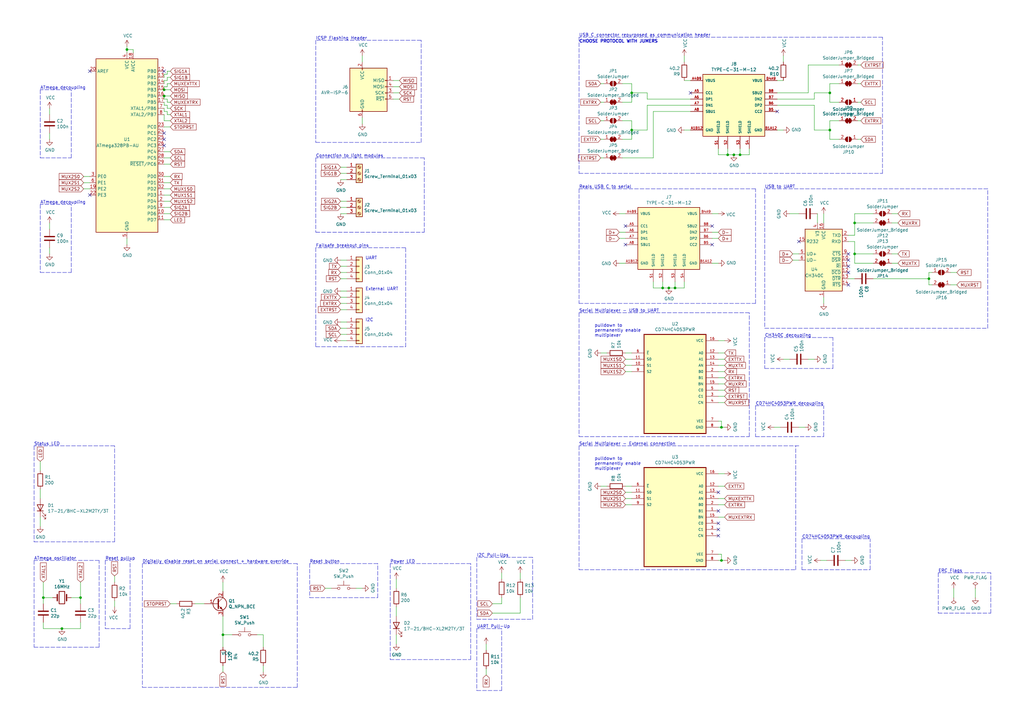
<source format=kicad_sch>
(kicad_sch (version 20211123) (generator eeschema)

  (uuid 9baf7b1e-44a0-4262-8221-97a2fa15d5e8)

  (paper "A3")

  (title_block
    (title "LightControl Console")
    (date "2021-08-10")
    (rev "v00")
    (comment 4 "Author: GHOSCHT")
  )

  (lib_symbols
    (symbol "CD74HC4053PWR:CD74HC4053PWR" (pin_names (offset 1.016)) (in_bom yes) (on_board yes)
      (property "Reference" "U" (id 0) (at -12.7 21.3106 0)
        (effects (font (size 1.27 1.27)) (justify left bottom))
      )
      (property "Value" "CD74HC4053PWR" (id 1) (at -12.7 -24.3078 0)
        (effects (font (size 1.27 1.27)) (justify left bottom))
      )
      (property "Footprint" "SOP65P640X120-16N" (id 2) (at -13.97 -20.32 90)
        (effects (font (size 1.27 1.27)) (justify left bottom) hide)
      )
      (property "Datasheet" "" (id 3) (at 0 0 0)
        (effects (font (size 1.27 1.27)) (justify left bottom) hide)
      )
      (property "ki_locked" "" (id 4) (at 0 0 0)
        (effects (font (size 1.27 1.27)))
      )
      (symbol "CD74HC4053PWR_0_0"
        (rectangle (start -12.7 -20.32) (end 12.7 20.32)
          (stroke (width 0.4064) (type default) (color 0 0 0 0))
          (fill (type background))
        )
        (pin bidirectional line (at 17.78 2.54 180) (length 5.08)
          (name "B1" (effects (font (size 1.016 1.016))))
          (number "1" (effects (font (size 1.016 1.016))))
        )
        (pin input line (at -17.78 7.62 0) (length 5.08)
          (name "S1" (effects (font (size 1.016 1.016))))
          (number "10" (effects (font (size 1.016 1.016))))
        )
        (pin input line (at -17.78 10.16 0) (length 5.08)
          (name "S0" (effects (font (size 1.016 1.016))))
          (number "11" (effects (font (size 1.016 1.016))))
        )
        (pin bidirectional line (at 17.78 12.7 180) (length 5.08)
          (name "A0" (effects (font (size 1.016 1.016))))
          (number "12" (effects (font (size 1.016 1.016))))
        )
        (pin bidirectional line (at 17.78 10.16 180) (length 5.08)
          (name "A1" (effects (font (size 1.016 1.016))))
          (number "13" (effects (font (size 1.016 1.016))))
        )
        (pin bidirectional line (at 17.78 7.62 180) (length 5.08)
          (name "AN" (effects (font (size 1.016 1.016))))
          (number "14" (effects (font (size 1.016 1.016))))
        )
        (pin bidirectional line (at 17.78 0 180) (length 5.08)
          (name "BN" (effects (font (size 1.016 1.016))))
          (number "15" (effects (font (size 1.016 1.016))))
        )
        (pin power_in line (at 17.78 17.78 180) (length 5.08)
          (name "VCC" (effects (font (size 1.016 1.016))))
          (number "16" (effects (font (size 1.016 1.016))))
        )
        (pin bidirectional line (at 17.78 5.08 180) (length 5.08)
          (name "B0" (effects (font (size 1.016 1.016))))
          (number "2" (effects (font (size 1.016 1.016))))
        )
        (pin bidirectional line (at 17.78 -5.08 180) (length 5.08)
          (name "C1" (effects (font (size 1.016 1.016))))
          (number "3" (effects (font (size 1.016 1.016))))
        )
        (pin bidirectional line (at 17.78 -7.62 180) (length 5.08)
          (name "CN" (effects (font (size 1.016 1.016))))
          (number "4" (effects (font (size 1.016 1.016))))
        )
        (pin bidirectional line (at 17.78 -2.54 180) (length 5.08)
          (name "C0" (effects (font (size 1.016 1.016))))
          (number "5" (effects (font (size 1.016 1.016))))
        )
        (pin input line (at -17.78 12.7 0) (length 5.08)
          (name "~{E}" (effects (font (size 1.016 1.016))))
          (number "6" (effects (font (size 1.016 1.016))))
        )
        (pin power_in line (at 17.78 -15.24 180) (length 5.08)
          (name "VEE" (effects (font (size 1.016 1.016))))
          (number "7" (effects (font (size 1.016 1.016))))
        )
        (pin power_in line (at 17.78 -17.78 180) (length 5.08)
          (name "GND" (effects (font (size 1.016 1.016))))
          (number "8" (effects (font (size 1.016 1.016))))
        )
        (pin input line (at -17.78 5.08 0) (length 5.08)
          (name "S2" (effects (font (size 1.016 1.016))))
          (number "9" (effects (font (size 1.016 1.016))))
        )
      )
    )
    (symbol "Connector:AVR-ISP-6" (pin_names (offset 1.016)) (in_bom yes) (on_board yes)
      (property "Reference" "J" (id 0) (at -6.35 11.43 0)
        (effects (font (size 1.27 1.27)) (justify left))
      )
      (property "Value" "AVR-ISP-6" (id 1) (at 0 11.43 0)
        (effects (font (size 1.27 1.27)) (justify left))
      )
      (property "Footprint" "" (id 2) (at -6.35 1.27 90)
        (effects (font (size 1.27 1.27)) hide)
      )
      (property "Datasheet" " ~" (id 3) (at -32.385 -13.97 0)
        (effects (font (size 1.27 1.27)) hide)
      )
      (property "ki_keywords" "AVR ISP Connector" (id 4) (at 0 0 0)
        (effects (font (size 1.27 1.27)) hide)
      )
      (property "ki_description" "Atmel 6-pin ISP connector" (id 5) (at 0 0 0)
        (effects (font (size 1.27 1.27)) hide)
      )
      (property "ki_fp_filters" "IDC?Header*2x03* Pin?Header*2x03*" (id 6) (at 0 0 0)
        (effects (font (size 1.27 1.27)) hide)
      )
      (symbol "AVR-ISP-6_0_1"
        (rectangle (start -2.667 -6.858) (end -2.413 -7.62)
          (stroke (width 0) (type default) (color 0 0 0 0))
          (fill (type none))
        )
        (rectangle (start -2.667 10.16) (end -2.413 9.398)
          (stroke (width 0) (type default) (color 0 0 0 0))
          (fill (type none))
        )
        (rectangle (start 7.62 -2.413) (end 6.858 -2.667)
          (stroke (width 0) (type default) (color 0 0 0 0))
          (fill (type none))
        )
        (rectangle (start 7.62 0.127) (end 6.858 -0.127)
          (stroke (width 0) (type default) (color 0 0 0 0))
          (fill (type none))
        )
        (rectangle (start 7.62 2.667) (end 6.858 2.413)
          (stroke (width 0) (type default) (color 0 0 0 0))
          (fill (type none))
        )
        (rectangle (start 7.62 5.207) (end 6.858 4.953)
          (stroke (width 0) (type default) (color 0 0 0 0))
          (fill (type none))
        )
        (rectangle (start 7.62 10.16) (end -7.62 -7.62)
          (stroke (width 0.254) (type default) (color 0 0 0 0))
          (fill (type background))
        )
      )
      (symbol "AVR-ISP-6_1_1"
        (pin passive line (at 10.16 5.08 180) (length 2.54)
          (name "MISO" (effects (font (size 1.27 1.27))))
          (number "1" (effects (font (size 1.27 1.27))))
        )
        (pin passive line (at -2.54 12.7 270) (length 2.54)
          (name "VCC" (effects (font (size 1.27 1.27))))
          (number "2" (effects (font (size 1.27 1.27))))
        )
        (pin passive line (at 10.16 0 180) (length 2.54)
          (name "SCK" (effects (font (size 1.27 1.27))))
          (number "3" (effects (font (size 1.27 1.27))))
        )
        (pin passive line (at 10.16 2.54 180) (length 2.54)
          (name "MOSI" (effects (font (size 1.27 1.27))))
          (number "4" (effects (font (size 1.27 1.27))))
        )
        (pin passive line (at 10.16 -2.54 180) (length 2.54)
          (name "~{RST}" (effects (font (size 1.27 1.27))))
          (number "5" (effects (font (size 1.27 1.27))))
        )
        (pin passive line (at -2.54 -10.16 90) (length 2.54)
          (name "GND" (effects (font (size 1.27 1.27))))
          (number "6" (effects (font (size 1.27 1.27))))
        )
      )
    )
    (symbol "Connector:Screw_Terminal_01x03" (pin_names (offset 1.016) hide) (in_bom yes) (on_board yes)
      (property "Reference" "J" (id 0) (at 0 5.08 0)
        (effects (font (size 1.27 1.27)))
      )
      (property "Value" "Screw_Terminal_01x03" (id 1) (at 0 -5.08 0)
        (effects (font (size 1.27 1.27)))
      )
      (property "Footprint" "" (id 2) (at 0 0 0)
        (effects (font (size 1.27 1.27)) hide)
      )
      (property "Datasheet" "~" (id 3) (at 0 0 0)
        (effects (font (size 1.27 1.27)) hide)
      )
      (property "ki_keywords" "screw terminal" (id 4) (at 0 0 0)
        (effects (font (size 1.27 1.27)) hide)
      )
      (property "ki_description" "Generic screw terminal, single row, 01x03, script generated (kicad-library-utils/schlib/autogen/connector/)" (id 5) (at 0 0 0)
        (effects (font (size 1.27 1.27)) hide)
      )
      (property "ki_fp_filters" "TerminalBlock*:*" (id 6) (at 0 0 0)
        (effects (font (size 1.27 1.27)) hide)
      )
      (symbol "Screw_Terminal_01x03_1_1"
        (rectangle (start -1.27 3.81) (end 1.27 -3.81)
          (stroke (width 0.254) (type default) (color 0 0 0 0))
          (fill (type background))
        )
        (circle (center 0 -2.54) (radius 0.635)
          (stroke (width 0.1524) (type default) (color 0 0 0 0))
          (fill (type none))
        )
        (polyline
          (pts
            (xy -0.5334 -2.2098)
            (xy 0.3302 -3.048)
          )
          (stroke (width 0.1524) (type default) (color 0 0 0 0))
          (fill (type none))
        )
        (polyline
          (pts
            (xy -0.5334 0.3302)
            (xy 0.3302 -0.508)
          )
          (stroke (width 0.1524) (type default) (color 0 0 0 0))
          (fill (type none))
        )
        (polyline
          (pts
            (xy -0.5334 2.8702)
            (xy 0.3302 2.032)
          )
          (stroke (width 0.1524) (type default) (color 0 0 0 0))
          (fill (type none))
        )
        (polyline
          (pts
            (xy -0.3556 -2.032)
            (xy 0.508 -2.8702)
          )
          (stroke (width 0.1524) (type default) (color 0 0 0 0))
          (fill (type none))
        )
        (polyline
          (pts
            (xy -0.3556 0.508)
            (xy 0.508 -0.3302)
          )
          (stroke (width 0.1524) (type default) (color 0 0 0 0))
          (fill (type none))
        )
        (polyline
          (pts
            (xy -0.3556 3.048)
            (xy 0.508 2.2098)
          )
          (stroke (width 0.1524) (type default) (color 0 0 0 0))
          (fill (type none))
        )
        (circle (center 0 0) (radius 0.635)
          (stroke (width 0.1524) (type default) (color 0 0 0 0))
          (fill (type none))
        )
        (circle (center 0 2.54) (radius 0.635)
          (stroke (width 0.1524) (type default) (color 0 0 0 0))
          (fill (type none))
        )
        (pin passive line (at -5.08 2.54 0) (length 3.81)
          (name "Pin_1" (effects (font (size 1.27 1.27))))
          (number "1" (effects (font (size 1.27 1.27))))
        )
        (pin passive line (at -5.08 0 0) (length 3.81)
          (name "Pin_2" (effects (font (size 1.27 1.27))))
          (number "2" (effects (font (size 1.27 1.27))))
        )
        (pin passive line (at -5.08 -2.54 0) (length 3.81)
          (name "Pin_3" (effects (font (size 1.27 1.27))))
          (number "3" (effects (font (size 1.27 1.27))))
        )
      )
    )
    (symbol "Connector_Generic:Conn_01x04" (pin_names (offset 1.016) hide) (in_bom yes) (on_board yes)
      (property "Reference" "J" (id 0) (at 0 5.08 0)
        (effects (font (size 1.27 1.27)))
      )
      (property "Value" "Conn_01x04" (id 1) (at 0 -7.62 0)
        (effects (font (size 1.27 1.27)))
      )
      (property "Footprint" "" (id 2) (at 0 0 0)
        (effects (font (size 1.27 1.27)) hide)
      )
      (property "Datasheet" "~" (id 3) (at 0 0 0)
        (effects (font (size 1.27 1.27)) hide)
      )
      (property "ki_keywords" "connector" (id 4) (at 0 0 0)
        (effects (font (size 1.27 1.27)) hide)
      )
      (property "ki_description" "Generic connector, single row, 01x04, script generated (kicad-library-utils/schlib/autogen/connector/)" (id 5) (at 0 0 0)
        (effects (font (size 1.27 1.27)) hide)
      )
      (property "ki_fp_filters" "Connector*:*_1x??_*" (id 6) (at 0 0 0)
        (effects (font (size 1.27 1.27)) hide)
      )
      (symbol "Conn_01x04_1_1"
        (rectangle (start -1.27 -4.953) (end 0 -5.207)
          (stroke (width 0.1524) (type default) (color 0 0 0 0))
          (fill (type none))
        )
        (rectangle (start -1.27 -2.413) (end 0 -2.667)
          (stroke (width 0.1524) (type default) (color 0 0 0 0))
          (fill (type none))
        )
        (rectangle (start -1.27 0.127) (end 0 -0.127)
          (stroke (width 0.1524) (type default) (color 0 0 0 0))
          (fill (type none))
        )
        (rectangle (start -1.27 2.667) (end 0 2.413)
          (stroke (width 0.1524) (type default) (color 0 0 0 0))
          (fill (type none))
        )
        (rectangle (start -1.27 3.81) (end 1.27 -6.35)
          (stroke (width 0.254) (type default) (color 0 0 0 0))
          (fill (type background))
        )
        (pin passive line (at -5.08 2.54 0) (length 3.81)
          (name "Pin_1" (effects (font (size 1.27 1.27))))
          (number "1" (effects (font (size 1.27 1.27))))
        )
        (pin passive line (at -5.08 0 0) (length 3.81)
          (name "Pin_2" (effects (font (size 1.27 1.27))))
          (number "2" (effects (font (size 1.27 1.27))))
        )
        (pin passive line (at -5.08 -2.54 0) (length 3.81)
          (name "Pin_3" (effects (font (size 1.27 1.27))))
          (number "3" (effects (font (size 1.27 1.27))))
        )
        (pin passive line (at -5.08 -5.08 0) (length 3.81)
          (name "Pin_4" (effects (font (size 1.27 1.27))))
          (number "4" (effects (font (size 1.27 1.27))))
        )
      )
    )
    (symbol "Device:C" (pin_numbers hide) (pin_names (offset 0.254)) (in_bom yes) (on_board yes)
      (property "Reference" "C" (id 0) (at 0.635 2.54 0)
        (effects (font (size 1.27 1.27)) (justify left))
      )
      (property "Value" "C" (id 1) (at 0.635 -2.54 0)
        (effects (font (size 1.27 1.27)) (justify left))
      )
      (property "Footprint" "" (id 2) (at 0.9652 -3.81 0)
        (effects (font (size 1.27 1.27)) hide)
      )
      (property "Datasheet" "~" (id 3) (at 0 0 0)
        (effects (font (size 1.27 1.27)) hide)
      )
      (property "ki_keywords" "cap capacitor" (id 4) (at 0 0 0)
        (effects (font (size 1.27 1.27)) hide)
      )
      (property "ki_description" "Unpolarized capacitor" (id 5) (at 0 0 0)
        (effects (font (size 1.27 1.27)) hide)
      )
      (property "ki_fp_filters" "C_*" (id 6) (at 0 0 0)
        (effects (font (size 1.27 1.27)) hide)
      )
      (symbol "C_0_1"
        (polyline
          (pts
            (xy -2.032 -0.762)
            (xy 2.032 -0.762)
          )
          (stroke (width 0.508) (type default) (color 0 0 0 0))
          (fill (type none))
        )
        (polyline
          (pts
            (xy -2.032 0.762)
            (xy 2.032 0.762)
          )
          (stroke (width 0.508) (type default) (color 0 0 0 0))
          (fill (type none))
        )
      )
      (symbol "C_1_1"
        (pin passive line (at 0 3.81 270) (length 2.794)
          (name "~" (effects (font (size 1.27 1.27))))
          (number "1" (effects (font (size 1.27 1.27))))
        )
        (pin passive line (at 0 -3.81 90) (length 2.794)
          (name "~" (effects (font (size 1.27 1.27))))
          (number "2" (effects (font (size 1.27 1.27))))
        )
      )
    )
    (symbol "Device:Crystal" (pin_numbers hide) (pin_names (offset 1.016) hide) (in_bom yes) (on_board yes)
      (property "Reference" "Y" (id 0) (at 0 3.81 0)
        (effects (font (size 1.27 1.27)))
      )
      (property "Value" "Crystal" (id 1) (at 0 -3.81 0)
        (effects (font (size 1.27 1.27)))
      )
      (property "Footprint" "" (id 2) (at 0 0 0)
        (effects (font (size 1.27 1.27)) hide)
      )
      (property "Datasheet" "~" (id 3) (at 0 0 0)
        (effects (font (size 1.27 1.27)) hide)
      )
      (property "ki_keywords" "quartz ceramic resonator oscillator" (id 4) (at 0 0 0)
        (effects (font (size 1.27 1.27)) hide)
      )
      (property "ki_description" "Two pin crystal" (id 5) (at 0 0 0)
        (effects (font (size 1.27 1.27)) hide)
      )
      (property "ki_fp_filters" "Crystal*" (id 6) (at 0 0 0)
        (effects (font (size 1.27 1.27)) hide)
      )
      (symbol "Crystal_0_1"
        (rectangle (start -1.143 2.54) (end 1.143 -2.54)
          (stroke (width 0.3048) (type default) (color 0 0 0 0))
          (fill (type none))
        )
        (polyline
          (pts
            (xy -2.54 0)
            (xy -1.905 0)
          )
          (stroke (width 0) (type default) (color 0 0 0 0))
          (fill (type none))
        )
        (polyline
          (pts
            (xy -1.905 -1.27)
            (xy -1.905 1.27)
          )
          (stroke (width 0.508) (type default) (color 0 0 0 0))
          (fill (type none))
        )
        (polyline
          (pts
            (xy 1.905 -1.27)
            (xy 1.905 1.27)
          )
          (stroke (width 0.508) (type default) (color 0 0 0 0))
          (fill (type none))
        )
        (polyline
          (pts
            (xy 2.54 0)
            (xy 1.905 0)
          )
          (stroke (width 0) (type default) (color 0 0 0 0))
          (fill (type none))
        )
      )
      (symbol "Crystal_1_1"
        (pin passive line (at -3.81 0 0) (length 1.27)
          (name "1" (effects (font (size 1.27 1.27))))
          (number "1" (effects (font (size 1.27 1.27))))
        )
        (pin passive line (at 3.81 0 180) (length 1.27)
          (name "2" (effects (font (size 1.27 1.27))))
          (number "2" (effects (font (size 1.27 1.27))))
        )
      )
    )
    (symbol "Device:LED" (pin_numbers hide) (pin_names (offset 1.016) hide) (in_bom yes) (on_board yes)
      (property "Reference" "D" (id 0) (at 0 2.54 0)
        (effects (font (size 1.27 1.27)))
      )
      (property "Value" "LED" (id 1) (at 0 -2.54 0)
        (effects (font (size 1.27 1.27)))
      )
      (property "Footprint" "" (id 2) (at 0 0 0)
        (effects (font (size 1.27 1.27)) hide)
      )
      (property "Datasheet" "~" (id 3) (at 0 0 0)
        (effects (font (size 1.27 1.27)) hide)
      )
      (property "ki_keywords" "LED diode" (id 4) (at 0 0 0)
        (effects (font (size 1.27 1.27)) hide)
      )
      (property "ki_description" "Light emitting diode" (id 5) (at 0 0 0)
        (effects (font (size 1.27 1.27)) hide)
      )
      (property "ki_fp_filters" "LED* LED_SMD:* LED_THT:*" (id 6) (at 0 0 0)
        (effects (font (size 1.27 1.27)) hide)
      )
      (symbol "LED_0_1"
        (polyline
          (pts
            (xy -1.27 -1.27)
            (xy -1.27 1.27)
          )
          (stroke (width 0.254) (type default) (color 0 0 0 0))
          (fill (type none))
        )
        (polyline
          (pts
            (xy -1.27 0)
            (xy 1.27 0)
          )
          (stroke (width 0) (type default) (color 0 0 0 0))
          (fill (type none))
        )
        (polyline
          (pts
            (xy 1.27 -1.27)
            (xy 1.27 1.27)
            (xy -1.27 0)
            (xy 1.27 -1.27)
          )
          (stroke (width 0.254) (type default) (color 0 0 0 0))
          (fill (type none))
        )
        (polyline
          (pts
            (xy -3.048 -0.762)
            (xy -4.572 -2.286)
            (xy -3.81 -2.286)
            (xy -4.572 -2.286)
            (xy -4.572 -1.524)
          )
          (stroke (width 0) (type default) (color 0 0 0 0))
          (fill (type none))
        )
        (polyline
          (pts
            (xy -1.778 -0.762)
            (xy -3.302 -2.286)
            (xy -2.54 -2.286)
            (xy -3.302 -2.286)
            (xy -3.302 -1.524)
          )
          (stroke (width 0) (type default) (color 0 0 0 0))
          (fill (type none))
        )
      )
      (symbol "LED_1_1"
        (pin passive line (at -3.81 0 0) (length 2.54)
          (name "K" (effects (font (size 1.27 1.27))))
          (number "1" (effects (font (size 1.27 1.27))))
        )
        (pin passive line (at 3.81 0 180) (length 2.54)
          (name "A" (effects (font (size 1.27 1.27))))
          (number "2" (effects (font (size 1.27 1.27))))
        )
      )
    )
    (symbol "Device:Q_NPN_BCE" (pin_names (offset 0) hide) (in_bom yes) (on_board yes)
      (property "Reference" "Q" (id 0) (at 5.08 1.27 0)
        (effects (font (size 1.27 1.27)) (justify left))
      )
      (property "Value" "Q_NPN_BCE" (id 1) (at 5.08 -1.27 0)
        (effects (font (size 1.27 1.27)) (justify left))
      )
      (property "Footprint" "" (id 2) (at 5.08 2.54 0)
        (effects (font (size 1.27 1.27)) hide)
      )
      (property "Datasheet" "~" (id 3) (at 0 0 0)
        (effects (font (size 1.27 1.27)) hide)
      )
      (property "ki_keywords" "transistor NPN" (id 4) (at 0 0 0)
        (effects (font (size 1.27 1.27)) hide)
      )
      (property "ki_description" "NPN transistor, base/collector/emitter" (id 5) (at 0 0 0)
        (effects (font (size 1.27 1.27)) hide)
      )
      (symbol "Q_NPN_BCE_0_1"
        (polyline
          (pts
            (xy 0.635 0.635)
            (xy 2.54 2.54)
          )
          (stroke (width 0) (type default) (color 0 0 0 0))
          (fill (type none))
        )
        (polyline
          (pts
            (xy 0.635 -0.635)
            (xy 2.54 -2.54)
            (xy 2.54 -2.54)
          )
          (stroke (width 0) (type default) (color 0 0 0 0))
          (fill (type none))
        )
        (polyline
          (pts
            (xy 0.635 1.905)
            (xy 0.635 -1.905)
            (xy 0.635 -1.905)
          )
          (stroke (width 0.508) (type default) (color 0 0 0 0))
          (fill (type none))
        )
        (polyline
          (pts
            (xy 1.27 -1.778)
            (xy 1.778 -1.27)
            (xy 2.286 -2.286)
            (xy 1.27 -1.778)
            (xy 1.27 -1.778)
          )
          (stroke (width 0) (type default) (color 0 0 0 0))
          (fill (type outline))
        )
        (circle (center 1.27 0) (radius 2.8194)
          (stroke (width 0.254) (type default) (color 0 0 0 0))
          (fill (type none))
        )
      )
      (symbol "Q_NPN_BCE_1_1"
        (pin input line (at -5.08 0 0) (length 5.715)
          (name "B" (effects (font (size 1.27 1.27))))
          (number "1" (effects (font (size 1.27 1.27))))
        )
        (pin passive line (at 2.54 5.08 270) (length 2.54)
          (name "C" (effects (font (size 1.27 1.27))))
          (number "2" (effects (font (size 1.27 1.27))))
        )
        (pin passive line (at 2.54 -5.08 90) (length 2.54)
          (name "E" (effects (font (size 1.27 1.27))))
          (number "3" (effects (font (size 1.27 1.27))))
        )
      )
    )
    (symbol "Device:R" (pin_numbers hide) (pin_names (offset 0)) (in_bom yes) (on_board yes)
      (property "Reference" "R" (id 0) (at 2.032 0 90)
        (effects (font (size 1.27 1.27)))
      )
      (property "Value" "R" (id 1) (at 0 0 90)
        (effects (font (size 1.27 1.27)))
      )
      (property "Footprint" "" (id 2) (at -1.778 0 90)
        (effects (font (size 1.27 1.27)) hide)
      )
      (property "Datasheet" "~" (id 3) (at 0 0 0)
        (effects (font (size 1.27 1.27)) hide)
      )
      (property "ki_keywords" "R res resistor" (id 4) (at 0 0 0)
        (effects (font (size 1.27 1.27)) hide)
      )
      (property "ki_description" "Resistor" (id 5) (at 0 0 0)
        (effects (font (size 1.27 1.27)) hide)
      )
      (property "ki_fp_filters" "R_*" (id 6) (at 0 0 0)
        (effects (font (size 1.27 1.27)) hide)
      )
      (symbol "R_0_1"
        (rectangle (start -1.016 -2.54) (end 1.016 2.54)
          (stroke (width 0.254) (type default) (color 0 0 0 0))
          (fill (type none))
        )
      )
      (symbol "R_1_1"
        (pin passive line (at 0 3.81 270) (length 1.27)
          (name "~" (effects (font (size 1.27 1.27))))
          (number "1" (effects (font (size 1.27 1.27))))
        )
        (pin passive line (at 0 -3.81 90) (length 1.27)
          (name "~" (effects (font (size 1.27 1.27))))
          (number "2" (effects (font (size 1.27 1.27))))
        )
      )
    )
    (symbol "Interface_USB:CH340C" (in_bom yes) (on_board yes)
      (property "Reference" "U" (id 0) (at -5.08 13.97 0)
        (effects (font (size 1.27 1.27)) (justify right))
      )
      (property "Value" "CH340C" (id 1) (at 1.27 13.97 0)
        (effects (font (size 1.27 1.27)) (justify left))
      )
      (property "Footprint" "Package_SO:SOIC-16_3.9x9.9mm_P1.27mm" (id 2) (at 1.27 -13.97 0)
        (effects (font (size 1.27 1.27)) (justify left) hide)
      )
      (property "Datasheet" "https://datasheet.lcsc.com/szlcsc/Jiangsu-Qin-Heng-CH340C_C84681.pdf" (id 3) (at -8.89 20.32 0)
        (effects (font (size 1.27 1.27)) hide)
      )
      (property "ki_keywords" "USB UART Serial Converter Interface" (id 4) (at 0 0 0)
        (effects (font (size 1.27 1.27)) hide)
      )
      (property "ki_description" "USB serial converter, UART, SOIC-16" (id 5) (at 0 0 0)
        (effects (font (size 1.27 1.27)) hide)
      )
      (property "ki_fp_filters" "SOIC*3.9x9.9mm*P1.27mm*" (id 6) (at 0 0 0)
        (effects (font (size 1.27 1.27)) hide)
      )
      (symbol "CH340C_0_1"
        (rectangle (start -7.62 12.7) (end 7.62 -12.7)
          (stroke (width 0.254) (type default) (color 0 0 0 0))
          (fill (type background))
        )
      )
      (symbol "CH340C_1_1"
        (pin power_in line (at 0 -15.24 90) (length 2.54)
          (name "GND" (effects (font (size 1.27 1.27))))
          (number "1" (effects (font (size 1.27 1.27))))
        )
        (pin input line (at 10.16 0 180) (length 2.54)
          (name "~{DSR}" (effects (font (size 1.27 1.27))))
          (number "10" (effects (font (size 1.27 1.27))))
        )
        (pin input line (at 10.16 -2.54 180) (length 2.54)
          (name "~{RI}" (effects (font (size 1.27 1.27))))
          (number "11" (effects (font (size 1.27 1.27))))
        )
        (pin input line (at 10.16 -5.08 180) (length 2.54)
          (name "~{DCD}" (effects (font (size 1.27 1.27))))
          (number "12" (effects (font (size 1.27 1.27))))
        )
        (pin output line (at 10.16 -7.62 180) (length 2.54)
          (name "~{DTR}" (effects (font (size 1.27 1.27))))
          (number "13" (effects (font (size 1.27 1.27))))
        )
        (pin output line (at 10.16 -10.16 180) (length 2.54)
          (name "~{RTS}" (effects (font (size 1.27 1.27))))
          (number "14" (effects (font (size 1.27 1.27))))
        )
        (pin input line (at -10.16 7.62 0) (length 2.54)
          (name "R232" (effects (font (size 1.27 1.27))))
          (number "15" (effects (font (size 1.27 1.27))))
        )
        (pin power_in line (at 0 15.24 270) (length 2.54)
          (name "VCC" (effects (font (size 1.27 1.27))))
          (number "16" (effects (font (size 1.27 1.27))))
        )
        (pin output line (at 10.16 10.16 180) (length 2.54)
          (name "TXD" (effects (font (size 1.27 1.27))))
          (number "2" (effects (font (size 1.27 1.27))))
        )
        (pin input line (at 10.16 7.62 180) (length 2.54)
          (name "RXD" (effects (font (size 1.27 1.27))))
          (number "3" (effects (font (size 1.27 1.27))))
        )
        (pin passive line (at -2.54 15.24 270) (length 2.54)
          (name "V3" (effects (font (size 1.27 1.27))))
          (number "4" (effects (font (size 1.27 1.27))))
        )
        (pin bidirectional line (at -10.16 2.54 0) (length 2.54)
          (name "UD+" (effects (font (size 1.27 1.27))))
          (number "5" (effects (font (size 1.27 1.27))))
        )
        (pin bidirectional line (at -10.16 0 0) (length 2.54)
          (name "UD-" (effects (font (size 1.27 1.27))))
          (number "6" (effects (font (size 1.27 1.27))))
        )
        (pin no_connect line (at -7.62 -7.62 0) (length 2.54) hide
          (name "NC" (effects (font (size 1.27 1.27))))
          (number "7" (effects (font (size 1.27 1.27))))
        )
        (pin no_connect line (at -7.62 -10.16 0) (length 2.54) hide
          (name "NC" (effects (font (size 1.27 1.27))))
          (number "8" (effects (font (size 1.27 1.27))))
        )
        (pin input line (at 10.16 2.54 180) (length 2.54)
          (name "~{CTS}" (effects (font (size 1.27 1.27))))
          (number "9" (effects (font (size 1.27 1.27))))
        )
      )
    )
    (symbol "Jumper:SolderJumper_2_Bridged" (pin_names (offset 0) hide) (in_bom yes) (on_board yes)
      (property "Reference" "JP" (id 0) (at 0 2.032 0)
        (effects (font (size 1.27 1.27)))
      )
      (property "Value" "SolderJumper_2_Bridged" (id 1) (at 0 -2.54 0)
        (effects (font (size 1.27 1.27)))
      )
      (property "Footprint" "" (id 2) (at 0 0 0)
        (effects (font (size 1.27 1.27)) hide)
      )
      (property "Datasheet" "~" (id 3) (at 0 0 0)
        (effects (font (size 1.27 1.27)) hide)
      )
      (property "ki_keywords" "solder jumper SPST" (id 4) (at 0 0 0)
        (effects (font (size 1.27 1.27)) hide)
      )
      (property "ki_description" "Solder Jumper, 2-pole, closed/bridged" (id 5) (at 0 0 0)
        (effects (font (size 1.27 1.27)) hide)
      )
      (property "ki_fp_filters" "SolderJumper*Bridged*" (id 6) (at 0 0 0)
        (effects (font (size 1.27 1.27)) hide)
      )
      (symbol "SolderJumper_2_Bridged_0_1"
        (rectangle (start -0.508 0.508) (end 0.508 -0.508)
          (stroke (width 0) (type default) (color 0 0 0 0))
          (fill (type outline))
        )
        (arc (start -0.254 1.016) (mid -1.27 0) (end -0.254 -1.016)
          (stroke (width 0) (type default) (color 0 0 0 0))
          (fill (type none))
        )
        (arc (start -0.254 1.016) (mid -1.27 0) (end -0.254 -1.016)
          (stroke (width 0) (type default) (color 0 0 0 0))
          (fill (type outline))
        )
        (polyline
          (pts
            (xy -0.254 1.016)
            (xy -0.254 -1.016)
          )
          (stroke (width 0) (type default) (color 0 0 0 0))
          (fill (type none))
        )
        (polyline
          (pts
            (xy 0.254 1.016)
            (xy 0.254 -1.016)
          )
          (stroke (width 0) (type default) (color 0 0 0 0))
          (fill (type none))
        )
        (arc (start 0.254 -1.016) (mid 1.27 0) (end 0.254 1.016)
          (stroke (width 0) (type default) (color 0 0 0 0))
          (fill (type none))
        )
        (arc (start 0.254 -1.016) (mid 1.27 0) (end 0.254 1.016)
          (stroke (width 0) (type default) (color 0 0 0 0))
          (fill (type outline))
        )
      )
      (symbol "SolderJumper_2_Bridged_1_1"
        (pin passive line (at -3.81 0 0) (length 2.54)
          (name "A" (effects (font (size 1.27 1.27))))
          (number "1" (effects (font (size 1.27 1.27))))
        )
        (pin passive line (at 3.81 0 180) (length 2.54)
          (name "B" (effects (font (size 1.27 1.27))))
          (number "2" (effects (font (size 1.27 1.27))))
        )
      )
    )
    (symbol "Jumper:SolderJumper_2_Open" (pin_names (offset 0) hide) (in_bom yes) (on_board yes)
      (property "Reference" "JP" (id 0) (at 0 2.032 0)
        (effects (font (size 1.27 1.27)))
      )
      (property "Value" "SolderJumper_2_Open" (id 1) (at 0 -2.54 0)
        (effects (font (size 1.27 1.27)))
      )
      (property "Footprint" "" (id 2) (at 0 0 0)
        (effects (font (size 1.27 1.27)) hide)
      )
      (property "Datasheet" "~" (id 3) (at 0 0 0)
        (effects (font (size 1.27 1.27)) hide)
      )
      (property "ki_keywords" "solder jumper SPST" (id 4) (at 0 0 0)
        (effects (font (size 1.27 1.27)) hide)
      )
      (property "ki_description" "Solder Jumper, 2-pole, open" (id 5) (at 0 0 0)
        (effects (font (size 1.27 1.27)) hide)
      )
      (property "ki_fp_filters" "SolderJumper*Open*" (id 6) (at 0 0 0)
        (effects (font (size 1.27 1.27)) hide)
      )
      (symbol "SolderJumper_2_Open_0_1"
        (arc (start -0.254 1.016) (mid -1.27 0) (end -0.254 -1.016)
          (stroke (width 0) (type default) (color 0 0 0 0))
          (fill (type none))
        )
        (arc (start -0.254 1.016) (mid -1.27 0) (end -0.254 -1.016)
          (stroke (width 0) (type default) (color 0 0 0 0))
          (fill (type outline))
        )
        (polyline
          (pts
            (xy -0.254 1.016)
            (xy -0.254 -1.016)
          )
          (stroke (width 0) (type default) (color 0 0 0 0))
          (fill (type none))
        )
        (polyline
          (pts
            (xy 0.254 1.016)
            (xy 0.254 -1.016)
          )
          (stroke (width 0) (type default) (color 0 0 0 0))
          (fill (type none))
        )
        (arc (start 0.254 -1.016) (mid 1.27 0) (end 0.254 1.016)
          (stroke (width 0) (type default) (color 0 0 0 0))
          (fill (type none))
        )
        (arc (start 0.254 -1.016) (mid 1.27 0) (end 0.254 1.016)
          (stroke (width 0) (type default) (color 0 0 0 0))
          (fill (type outline))
        )
      )
      (symbol "SolderJumper_2_Open_1_1"
        (pin passive line (at -3.81 0 0) (length 2.54)
          (name "A" (effects (font (size 1.27 1.27))))
          (number "1" (effects (font (size 1.27 1.27))))
        )
        (pin passive line (at 3.81 0 180) (length 2.54)
          (name "B" (effects (font (size 1.27 1.27))))
          (number "2" (effects (font (size 1.27 1.27))))
        )
      )
    )
    (symbol "MCU_Microchip_ATmega:ATmega328PB-AU" (in_bom yes) (on_board yes)
      (property "Reference" "U" (id 0) (at -12.7 36.83 0)
        (effects (font (size 1.27 1.27)) (justify left bottom))
      )
      (property "Value" "MCU_Microchip_ATmega_ATmega328PB-AU" (id 1) (at 2.54 -36.83 0)
        (effects (font (size 1.27 1.27)) (justify left top))
      )
      (property "Footprint" "Package_QFP:TQFP-32_7x7mm_P0.8mm" (id 2) (at 0 0 0)
        (effects (font (size 1.27 1.27) italic) hide)
      )
      (property "Datasheet" "" (id 3) (at 0 0 0)
        (effects (font (size 1.27 1.27)) hide)
      )
      (property "ki_fp_filters" "TQFP*7x7mm*P0.8mm*" (id 4) (at 0 0 0)
        (effects (font (size 1.27 1.27)) hide)
      )
      (symbol "ATmega328PB-AU_0_1"
        (rectangle (start -12.7 -35.56) (end 12.7 35.56)
          (stroke (width 0.254) (type default) (color 0 0 0 0))
          (fill (type background))
        )
      )
      (symbol "ATmega328PB-AU_1_1"
        (pin bidirectional line (at 15.24 -20.32 180) (length 2.54)
          (name "PD3" (effects (font (size 1.27 1.27))))
          (number "1" (effects (font (size 1.27 1.27))))
        )
        (pin bidirectional line (at 15.24 -27.94 180) (length 2.54)
          (name "PD6" (effects (font (size 1.27 1.27))))
          (number "10" (effects (font (size 1.27 1.27))))
        )
        (pin bidirectional line (at 15.24 -30.48 180) (length 2.54)
          (name "PD7" (effects (font (size 1.27 1.27))))
          (number "11" (effects (font (size 1.27 1.27))))
        )
        (pin bidirectional line (at 15.24 30.48 180) (length 2.54)
          (name "PB0" (effects (font (size 1.27 1.27))))
          (number "12" (effects (font (size 1.27 1.27))))
        )
        (pin bidirectional line (at 15.24 27.94 180) (length 2.54)
          (name "PB1" (effects (font (size 1.27 1.27))))
          (number "13" (effects (font (size 1.27 1.27))))
        )
        (pin bidirectional line (at 15.24 25.4 180) (length 2.54)
          (name "PB2" (effects (font (size 1.27 1.27))))
          (number "14" (effects (font (size 1.27 1.27))))
        )
        (pin bidirectional line (at 15.24 22.86 180) (length 2.54)
          (name "PB3" (effects (font (size 1.27 1.27))))
          (number "15" (effects (font (size 1.27 1.27))))
        )
        (pin bidirectional line (at 15.24 20.32 180) (length 2.54)
          (name "PB4" (effects (font (size 1.27 1.27))))
          (number "16" (effects (font (size 1.27 1.27))))
        )
        (pin bidirectional line (at 15.24 17.78 180) (length 2.54)
          (name "PB5" (effects (font (size 1.27 1.27))))
          (number "17" (effects (font (size 1.27 1.27))))
        )
        (pin power_in line (at 2.54 38.1 270) (length 2.54)
          (name "AVCC" (effects (font (size 1.27 1.27))))
          (number "18" (effects (font (size 1.27 1.27))))
        )
        (pin bidirectional line (at -15.24 -17.78 0) (length 2.54)
          (name "PE2" (effects (font (size 1.27 1.27))))
          (number "19" (effects (font (size 1.27 1.27))))
        )
        (pin bidirectional line (at 15.24 -22.86 180) (length 2.54)
          (name "PD4" (effects (font (size 1.27 1.27))))
          (number "2" (effects (font (size 1.27 1.27))))
        )
        (pin passive line (at -15.24 30.48 0) (length 2.54)
          (name "AREF" (effects (font (size 1.27 1.27))))
          (number "20" (effects (font (size 1.27 1.27))))
        )
        (pin passive line (at 0 -38.1 90) (length 2.54) hide
          (name "GND" (effects (font (size 1.27 1.27))))
          (number "21" (effects (font (size 1.27 1.27))))
        )
        (pin bidirectional line (at -15.24 -20.32 0) (length 2.54)
          (name "PE3" (effects (font (size 1.27 1.27))))
          (number "22" (effects (font (size 1.27 1.27))))
        )
        (pin bidirectional line (at 15.24 7.62 180) (length 2.54)
          (name "PC0" (effects (font (size 1.27 1.27))))
          (number "23" (effects (font (size 1.27 1.27))))
        )
        (pin bidirectional line (at 15.24 5.08 180) (length 2.54)
          (name "PC1" (effects (font (size 1.27 1.27))))
          (number "24" (effects (font (size 1.27 1.27))))
        )
        (pin bidirectional line (at 15.24 2.54 180) (length 2.54)
          (name "PC2" (effects (font (size 1.27 1.27))))
          (number "25" (effects (font (size 1.27 1.27))))
        )
        (pin bidirectional line (at 15.24 0 180) (length 2.54)
          (name "PC3" (effects (font (size 1.27 1.27))))
          (number "26" (effects (font (size 1.27 1.27))))
        )
        (pin bidirectional line (at 15.24 -2.54 180) (length 2.54)
          (name "PC4" (effects (font (size 1.27 1.27))))
          (number "27" (effects (font (size 1.27 1.27))))
        )
        (pin bidirectional line (at 15.24 -5.08 180) (length 2.54)
          (name "PC5" (effects (font (size 1.27 1.27))))
          (number "28" (effects (font (size 1.27 1.27))))
        )
        (pin bidirectional line (at 15.24 -7.62 180) (length 2.54)
          (name "~{RESET}/PC6" (effects (font (size 1.27 1.27))))
          (number "29" (effects (font (size 1.27 1.27))))
        )
        (pin bidirectional line (at -15.24 -12.7 0) (length 2.54)
          (name "PE0" (effects (font (size 1.27 1.27))))
          (number "3" (effects (font (size 1.27 1.27))))
        )
        (pin bidirectional line (at 15.24 -12.7 180) (length 2.54)
          (name "PD0" (effects (font (size 1.27 1.27))))
          (number "30" (effects (font (size 1.27 1.27))))
        )
        (pin bidirectional line (at 15.24 -15.24 180) (length 2.54)
          (name "PD1" (effects (font (size 1.27 1.27))))
          (number "31" (effects (font (size 1.27 1.27))))
        )
        (pin bidirectional line (at 15.24 -17.78 180) (length 2.54)
          (name "PD2" (effects (font (size 1.27 1.27))))
          (number "32" (effects (font (size 1.27 1.27))))
        )
        (pin power_in line (at 0 38.1 270) (length 2.54)
          (name "VCC" (effects (font (size 1.27 1.27))))
          (number "4" (effects (font (size 1.27 1.27))))
        )
        (pin power_in line (at 0 -38.1 90) (length 2.54)
          (name "GND" (effects (font (size 1.27 1.27))))
          (number "5" (effects (font (size 1.27 1.27))))
        )
        (pin bidirectional line (at -15.24 -15.24 0) (length 2.54)
          (name "PE1" (effects (font (size 1.27 1.27))))
          (number "6" (effects (font (size 1.27 1.27))))
        )
        (pin bidirectional line (at 15.24 15.24 180) (length 2.54)
          (name "XTAL1/PB6" (effects (font (size 1.27 1.27))))
          (number "7" (effects (font (size 1.27 1.27))))
        )
        (pin bidirectional line (at 15.24 12.7 180) (length 2.54)
          (name "XTAL2/PB7" (effects (font (size 1.27 1.27))))
          (number "8" (effects (font (size 1.27 1.27))))
        )
        (pin bidirectional line (at 15.24 -25.4 180) (length 2.54)
          (name "PD5" (effects (font (size 1.27 1.27))))
          (number "9" (effects (font (size 1.27 1.27))))
        )
      )
    )
    (symbol "Switch:SW_Push" (pin_numbers hide) (pin_names (offset 1.016) hide) (in_bom yes) (on_board yes)
      (property "Reference" "SW" (id 0) (at 1.27 2.54 0)
        (effects (font (size 1.27 1.27)) (justify left))
      )
      (property "Value" "SW_Push" (id 1) (at 0 -1.524 0)
        (effects (font (size 1.27 1.27)))
      )
      (property "Footprint" "" (id 2) (at 0 5.08 0)
        (effects (font (size 1.27 1.27)) hide)
      )
      (property "Datasheet" "~" (id 3) (at 0 5.08 0)
        (effects (font (size 1.27 1.27)) hide)
      )
      (property "ki_keywords" "switch normally-open pushbutton push-button" (id 4) (at 0 0 0)
        (effects (font (size 1.27 1.27)) hide)
      )
      (property "ki_description" "Push button switch, generic, two pins" (id 5) (at 0 0 0)
        (effects (font (size 1.27 1.27)) hide)
      )
      (symbol "SW_Push_0_1"
        (circle (center -2.032 0) (radius 0.508)
          (stroke (width 0) (type default) (color 0 0 0 0))
          (fill (type none))
        )
        (polyline
          (pts
            (xy 0 1.27)
            (xy 0 3.048)
          )
          (stroke (width 0) (type default) (color 0 0 0 0))
          (fill (type none))
        )
        (polyline
          (pts
            (xy 2.54 1.27)
            (xy -2.54 1.27)
          )
          (stroke (width 0) (type default) (color 0 0 0 0))
          (fill (type none))
        )
        (circle (center 2.032 0) (radius 0.508)
          (stroke (width 0) (type default) (color 0 0 0 0))
          (fill (type none))
        )
        (pin passive line (at -5.08 0 0) (length 2.54)
          (name "1" (effects (font (size 1.27 1.27))))
          (number "1" (effects (font (size 1.27 1.27))))
        )
        (pin passive line (at 5.08 0 180) (length 2.54)
          (name "2" (effects (font (size 1.27 1.27))))
          (number "2" (effects (font (size 1.27 1.27))))
        )
      )
    )
    (symbol "TYPE-C-31-M-12:TYPE-C-31-M-12" (pin_names (offset 1.016)) (in_bom yes) (on_board yes)
      (property "Reference" "J" (id 0) (at -1.27 15.24 0)
        (effects (font (size 1.27 1.27)) (justify left bottom))
      )
      (property "Value" "TYPE-C-31-M-12" (id 1) (at -10.16 13.208 0)
        (effects (font (size 1.27 1.27)) (justify left bottom))
      )
      (property "Footprint" "HRO_TYPE-C-31-M-12" (id 2) (at 0 0 0)
        (effects (font (size 1.27 1.27)) (justify left bottom) hide)
      )
      (property "Datasheet" "" (id 3) (at 0 0 0)
        (effects (font (size 1.27 1.27)) (justify left bottom) hide)
      )
      (property "MAXIMUM_PACKAGE_HEIGHT" "3.31mm" (id 4) (at 0 0 0)
        (effects (font (size 1.27 1.27)) (justify left bottom) hide)
      )
      (property "STANDARD" "Manufacturer Recommendations" (id 5) (at 0 0 0)
        (effects (font (size 1.27 1.27)) (justify left bottom) hide)
      )
      (property "PARTREV" "A" (id 6) (at 0 0 0)
        (effects (font (size 1.27 1.27)) (justify left bottom) hide)
      )
      (property "MANUFACTURER" "HRO Electronics" (id 7) (at 0 0 0)
        (effects (font (size 1.27 1.27)) (justify left bottom) hide)
      )
      (property "ki_locked" "" (id 8) (at 0 0 0)
        (effects (font (size 1.27 1.27)))
      )
      (symbol "TYPE-C-31-M-12_0_0"
        (rectangle (start -12.7 -12.7) (end 12.7 12.7)
          (stroke (width 0.254) (type default) (color 0 0 0 0))
          (fill (type background))
        )
        (pin power_in line (at -17.78 -10.16 0) (length 5.08)
          (name "GND" (effects (font (size 1.016 1.016))))
          (number "A1B12" (effects (font (size 1.016 1.016))))
        )
        (pin power_in line (at -17.78 10.16 0) (length 5.08)
          (name "VBUS" (effects (font (size 1.016 1.016))))
          (number "A4B9" (effects (font (size 1.016 1.016))))
        )
        (pin bidirectional line (at -17.78 5.08 0) (length 5.08)
          (name "CC1" (effects (font (size 1.016 1.016))))
          (number "A5" (effects (font (size 1.016 1.016))))
        )
        (pin bidirectional line (at -17.78 2.54 0) (length 5.08)
          (name "DP1" (effects (font (size 1.016 1.016))))
          (number "A6" (effects (font (size 1.016 1.016))))
        )
        (pin bidirectional line (at -17.78 0 0) (length 5.08)
          (name "DN1" (effects (font (size 1.016 1.016))))
          (number "A7" (effects (font (size 1.016 1.016))))
        )
        (pin bidirectional line (at -17.78 -2.54 0) (length 5.08)
          (name "SBU1" (effects (font (size 1.016 1.016))))
          (number "A8" (effects (font (size 1.016 1.016))))
        )
        (pin power_in line (at 17.78 -10.16 180) (length 5.08)
          (name "GND" (effects (font (size 1.016 1.016))))
          (number "B1A12" (effects (font (size 1.016 1.016))))
        )
        (pin power_in line (at 17.78 10.16 180) (length 5.08)
          (name "VBUS" (effects (font (size 1.016 1.016))))
          (number "B4A9" (effects (font (size 1.016 1.016))))
        )
        (pin bidirectional line (at 17.78 -2.54 180) (length 5.08)
          (name "CC2" (effects (font (size 1.016 1.016))))
          (number "B5" (effects (font (size 1.016 1.016))))
        )
        (pin bidirectional line (at 17.78 0 180) (length 5.08)
          (name "DP2" (effects (font (size 1.016 1.016))))
          (number "B6" (effects (font (size 1.016 1.016))))
        )
        (pin bidirectional line (at 17.78 2.54 180) (length 5.08)
          (name "DN2" (effects (font (size 1.016 1.016))))
          (number "B7" (effects (font (size 1.016 1.016))))
        )
        (pin bidirectional line (at 17.78 5.08 180) (length 5.08)
          (name "SBU2" (effects (font (size 1.016 1.016))))
          (number "B8" (effects (font (size 1.016 1.016))))
        )
        (pin passive line (at -6.35 -17.78 90) (length 5.08)
          (name "SHIELD" (effects (font (size 1.016 1.016))))
          (number "S1" (effects (font (size 1.016 1.016))))
        )
        (pin passive line (at -2.54 -17.78 90) (length 5.08)
          (name "SHIELD" (effects (font (size 1.016 1.016))))
          (number "S2" (effects (font (size 1.016 1.016))))
        )
        (pin passive line (at 2.54 -17.78 90) (length 5.08)
          (name "SHIELD" (effects (font (size 1.016 1.016))))
          (number "S3" (effects (font (size 1.016 1.016))))
        )
        (pin passive line (at 6.35 -17.78 90) (length 5.08)
          (name "SHIELD" (effects (font (size 1.016 1.016))))
          (number "S4" (effects (font (size 1.016 1.016))))
        )
      )
    )
    (symbol "power:GND" (power) (pin_names (offset 0)) (in_bom yes) (on_board yes)
      (property "Reference" "#PWR" (id 0) (at 0 -6.35 0)
        (effects (font (size 1.27 1.27)) hide)
      )
      (property "Value" "GND" (id 1) (at 0 -3.81 0)
        (effects (font (size 1.27 1.27)))
      )
      (property "Footprint" "" (id 2) (at 0 0 0)
        (effects (font (size 1.27 1.27)) hide)
      )
      (property "Datasheet" "" (id 3) (at 0 0 0)
        (effects (font (size 1.27 1.27)) hide)
      )
      (property "ki_keywords" "power-flag" (id 4) (at 0 0 0)
        (effects (font (size 1.27 1.27)) hide)
      )
      (property "ki_description" "Power symbol creates a global label with name \"GND\" , ground" (id 5) (at 0 0 0)
        (effects (font (size 1.27 1.27)) hide)
      )
      (symbol "GND_0_1"
        (polyline
          (pts
            (xy 0 0)
            (xy 0 -1.27)
            (xy 1.27 -1.27)
            (xy 0 -2.54)
            (xy -1.27 -1.27)
            (xy 0 -1.27)
          )
          (stroke (width 0) (type default) (color 0 0 0 0))
          (fill (type none))
        )
      )
      (symbol "GND_1_1"
        (pin power_in line (at 0 0 270) (length 0) hide
          (name "GND" (effects (font (size 1.27 1.27))))
          (number "1" (effects (font (size 1.27 1.27))))
        )
      )
    )
    (symbol "power:PWR_FLAG" (power) (pin_numbers hide) (pin_names (offset 0) hide) (in_bom yes) (on_board yes)
      (property "Reference" "#FLG" (id 0) (at 0 1.905 0)
        (effects (font (size 1.27 1.27)) hide)
      )
      (property "Value" "PWR_FLAG" (id 1) (at 0 3.81 0)
        (effects (font (size 1.27 1.27)))
      )
      (property "Footprint" "" (id 2) (at 0 0 0)
        (effects (font (size 1.27 1.27)) hide)
      )
      (property "Datasheet" "~" (id 3) (at 0 0 0)
        (effects (font (size 1.27 1.27)) hide)
      )
      (property "ki_keywords" "power-flag" (id 4) (at 0 0 0)
        (effects (font (size 1.27 1.27)) hide)
      )
      (property "ki_description" "Special symbol for telling ERC where power comes from" (id 5) (at 0 0 0)
        (effects (font (size 1.27 1.27)) hide)
      )
      (symbol "PWR_FLAG_0_0"
        (pin power_out line (at 0 0 90) (length 0)
          (name "pwr" (effects (font (size 1.27 1.27))))
          (number "1" (effects (font (size 1.27 1.27))))
        )
      )
      (symbol "PWR_FLAG_0_1"
        (polyline
          (pts
            (xy 0 0)
            (xy 0 1.27)
            (xy -1.016 1.905)
            (xy 0 2.54)
            (xy 1.016 1.905)
            (xy 0 1.27)
          )
          (stroke (width 0) (type default) (color 0 0 0 0))
          (fill (type none))
        )
      )
    )
    (symbol "power:VCC" (power) (pin_names (offset 0)) (in_bom yes) (on_board yes)
      (property "Reference" "#PWR" (id 0) (at 0 -3.81 0)
        (effects (font (size 1.27 1.27)) hide)
      )
      (property "Value" "VCC" (id 1) (at 0 3.81 0)
        (effects (font (size 1.27 1.27)))
      )
      (property "Footprint" "" (id 2) (at 0 0 0)
        (effects (font (size 1.27 1.27)) hide)
      )
      (property "Datasheet" "" (id 3) (at 0 0 0)
        (effects (font (size 1.27 1.27)) hide)
      )
      (property "ki_keywords" "power-flag" (id 4) (at 0 0 0)
        (effects (font (size 1.27 1.27)) hide)
      )
      (property "ki_description" "Power symbol creates a global label with name \"VCC\"" (id 5) (at 0 0 0)
        (effects (font (size 1.27 1.27)) hide)
      )
      (symbol "VCC_0_1"
        (polyline
          (pts
            (xy -0.762 1.27)
            (xy 0 2.54)
          )
          (stroke (width 0) (type default) (color 0 0 0 0))
          (fill (type none))
        )
        (polyline
          (pts
            (xy 0 0)
            (xy 0 2.54)
          )
          (stroke (width 0) (type default) (color 0 0 0 0))
          (fill (type none))
        )
        (polyline
          (pts
            (xy 0 2.54)
            (xy 0.762 1.27)
          )
          (stroke (width 0) (type default) (color 0 0 0 0))
          (fill (type none))
        )
      )
      (symbol "VCC_1_1"
        (pin power_in line (at 0 0 90) (length 0) hide
          (name "VCC" (effects (font (size 1.27 1.27))))
          (number "1" (effects (font (size 1.27 1.27))))
        )
      )
    )
  )

  (junction (at 91.44 260.35) (diameter 0) (color 0 0 0 0)
    (uuid 02cf0608-64df-4388-bd0c-fe857420ecaa)
  )
  (junction (at 259.08 38.1) (diameter 0) (color 0 0 0 0)
    (uuid 168dceaa-4974-45dc-b092-c74cef42dd0b)
  )
  (junction (at 33.02 245.11) (diameter 0) (color 0 0 0 0)
    (uuid 173cdf3a-7a67-4792-a522-569acea683a1)
  )
  (junction (at 350.52 91.44) (diameter 0) (color 0 0 0 0)
    (uuid 20e98792-9cd6-41f8-b0e2-f87f0c66d98d)
  )
  (junction (at 381 114.3) (diameter 0) (color 0 0 0 0)
    (uuid 24fccd9e-94ec-42fe-a666-939e82a8810b)
  )
  (junction (at 17.78 245.11) (diameter 0) (color 0 0 0 0)
    (uuid 2f0bf4c1-b476-4de8-aae9-e630b45b1a5f)
  )
  (junction (at 274.32 118.11) (diameter 0) (color 0 0 0 0)
    (uuid 62e050c2-0109-4af3-a8cf-6e73d982de24)
  )
  (junction (at 340.36 38.1) (diameter 0) (color 0 0 0 0)
    (uuid 647e5301-9da9-4652-9179-bb991b4bde3a)
  )
  (junction (at 303.53 63.5) (diameter 0) (color 0 0 0 0)
    (uuid 671729fd-aac3-49b1-beea-7a99a8e33fb3)
  )
  (junction (at 295.91 175.26) (diameter 0) (color 0 0 0 0)
    (uuid 7dba8d67-81e9-4f8d-bb03-bcf60266c722)
  )
  (junction (at 25.4 257.81) (diameter 0) (color 0 0 0 0)
    (uuid 8ff98190-861f-4da3-913a-88b2d91721e7)
  )
  (junction (at 350.52 104.14) (diameter 0) (color 0 0 0 0)
    (uuid 944204da-679c-425d-adc7-98bda9017d89)
  )
  (junction (at 340.36 53.34) (diameter 0) (color 0 0 0 0)
    (uuid a779b881-d5ab-4f9b-b7aa-93b03a937799)
  )
  (junction (at 298.45 63.5) (diameter 0) (color 0 0 0 0)
    (uuid a9b73137-65fa-423e-b460-9d4c0cf28b9a)
  )
  (junction (at 271.78 118.11) (diameter 0) (color 0 0 0 0)
    (uuid ae7b104a-673a-493a-9539-55d8e8e5236f)
  )
  (junction (at 276.86 118.11) (diameter 0) (color 0 0 0 0)
    (uuid b1d7a28d-7369-4387-ab08-39df99bec340)
  )
  (junction (at 67.31 36.83) (diameter 0) (color 0 0 0 0)
    (uuid b388a023-63a9-4c82-b498-5b0ea3e9aebb)
  )
  (junction (at 259.08 53.34) (diameter 0) (color 0 0 0 0)
    (uuid ceae239b-7a9a-4177-bdc8-61a443b83d1d)
  )
  (junction (at 295.91 229.87) (diameter 0) (color 0 0 0 0)
    (uuid cfd0bdf8-6daa-4f02-9ac1-4f006c7df5ef)
  )
  (junction (at 52.07 20.32) (diameter 0) (color 0 0 0 0)
    (uuid d7ed1abb-9cd1-41ad-8256-d165678209be)
  )
  (junction (at 300.99 63.5) (diameter 0) (color 0 0 0 0)
    (uuid dc5172c5-524a-4209-aabc-bfe2c3aa4959)
  )
  (junction (at 67.31 39.37) (diameter 0) (color 0 0 0 0)
    (uuid f3d7fa48-431a-4b3f-97d9-b88d92b44bad)
  )

  (no_connect (at 294.64 217.17) (uuid 0e851ea5-1f1c-40d5-bf47-393077fa2f9e))
  (no_connect (at 347.98 111.76) (uuid 0f0d2089-7eab-467c-85b8-272bb3c58b99))
  (no_connect (at 318.77 45.72) (uuid 24e2a7c6-04d5-4826-b10f-898baad7cabc))
  (no_connect (at 347.98 106.68) (uuid 2a994272-3e06-4833-9268-fcbf8bce6a08))
  (no_connect (at 294.64 201.93) (uuid 34b43264-2c5b-4f7d-bec4-8dbdce3fe913))
  (no_connect (at 256.54 92.71) (uuid 4d765ebb-391f-47cb-8327-4a93c37a5e87))
  (no_connect (at 283.21 38.1) (uuid 59e21a32-7102-4054-b5d8-b70830be32fb))
  (no_connect (at 67.31 54.61) (uuid 78c373e7-5d47-4c34-8bea-c1f64d8f787f))
  (no_connect (at 292.1 100.33) (uuid 87e5f432-bb64-491c-8ee2-a5cebd1952e2))
  (no_connect (at 67.31 57.15) (uuid 8aeee29d-8fca-40cd-996f-7741ba570ff1))
  (no_connect (at 67.31 29.21) (uuid 908cec54-53b9-4942-ba36-17439a02381d))
  (no_connect (at 294.64 214.63) (uuid a6cad423-2155-4427-af8a-785c4e01f3a0))
  (no_connect (at 67.31 59.69) (uuid a8545377-219f-4e78-82f7-36ebb411ab5e))
  (no_connect (at 294.64 209.55) (uuid b4f26448-f2a4-4bd0-b36b-f4296c994200))
  (no_connect (at 292.1 92.71) (uuid bfdad3c8-0a70-4a63-a174-df049c8a951c))
  (no_connect (at 256.54 100.33) (uuid d57b81b5-867c-4940-9931-9ff79aee5b96))
  (no_connect (at 36.83 29.21) (uuid d995d147-d89a-452f-82f8-2e075d3b9abc))
  (no_connect (at 347.98 109.22) (uuid da123791-e238-4fc2-a356-0eeba872e986))
  (no_connect (at 347.98 104.14) (uuid e1506fcd-87ec-44d6-86d1-79ee513f4e77))
  (no_connect (at 347.98 116.84) (uuid e8a25df6-b08c-45f6-bbb7-16c4ee90acdf))
  (no_connect (at 327.66 99.06) (uuid ecea9562-3834-4f9c-8b72-194e1119dc17))
  (no_connect (at 294.64 219.71) (uuid eed1b1a0-bc46-41eb-a7c5-36522ab83c2a))
  (no_connect (at 36.83 80.01) (uuid fc9b8709-bca3-4146-a6da-3bffa03a1e73))

  (wire (pts (xy 20.32 101.6) (xy 20.32 104.14))
    (stroke (width 0) (type default) (color 0 0 0 0))
    (uuid 0020d0ea-8d9d-4dfe-880a-001f8e7583fa)
  )
  (wire (pts (xy 294.64 207.01) (xy 297.18 207.01))
    (stroke (width 0) (type default) (color 0 0 0 0))
    (uuid 01ae81ad-50a2-4d33-8ea0-fd3d98098a5e)
  )
  (polyline (pts (xy 341.63 138.43) (xy 313.69 138.43))
    (stroke (width 0) (type default) (color 0 0 0 0))
    (uuid 031297d9-311a-4266-9b03-73c969bfe01c)
  )
  (polyline (pts (xy 16.51 36.83) (xy 16.51 64.77))
    (stroke (width 0) (type default) (color 0 0 0 0))
    (uuid 04f5e3fb-3c7f-4d38-834b-d6b8568fa756)
  )

  (wire (pts (xy 255.27 49.53) (xy 259.08 49.53))
    (stroke (width 0) (type default) (color 0 0 0 0))
    (uuid 05375137-9281-4b65-ac1b-42f6567c9eb8)
  )
  (wire (pts (xy 68.58 34.29) (xy 69.85 34.29))
    (stroke (width 0) (type default) (color 0 0 0 0))
    (uuid 056cb4ef-69ea-4939-b079-dfea5fd5a097)
  )
  (polyline (pts (xy 237.49 15.24) (xy 237.49 71.12))
    (stroke (width 0) (type default) (color 0 0 0 0))
    (uuid 0601c5c6-429f-4d4a-9c0b-5811cb2a3dfe)
  )

  (wire (pts (xy 280.67 118.11) (xy 280.67 115.57))
    (stroke (width 0) (type default) (color 0 0 0 0))
    (uuid 06a06b89-a166-43c0-8bcc-f88dbc9f2fea)
  )
  (wire (pts (xy 91.44 238.76) (xy 91.44 242.57))
    (stroke (width 0) (type default) (color 0 0 0 0))
    (uuid 071113b7-0397-44c3-8cb8-618427989b69)
  )
  (wire (pts (xy 325.12 106.68) (xy 327.66 106.68))
    (stroke (width 0) (type default) (color 0 0 0 0))
    (uuid 07193d28-0f96-4afa-95fb-f34ba917431c)
  )
  (wire (pts (xy 295.91 227.33) (xy 295.91 229.87))
    (stroke (width 0) (type default) (color 0 0 0 0))
    (uuid 07cf95ae-0d39-4777-86e1-52ddd6ffdada)
  )
  (wire (pts (xy 283.21 43.18) (xy 265.43 43.18))
    (stroke (width 0) (type default) (color 0 0 0 0))
    (uuid 08719cf9-74ee-4fcc-a6cc-3e9b6d79f805)
  )
  (wire (pts (xy 391.16 241.3) (xy 391.16 245.11))
    (stroke (width 0) (type default) (color 0 0 0 0))
    (uuid 09446378-d79d-4841-87d1-09009e11e21c)
  )
  (wire (pts (xy 68.58 33.02) (xy 68.58 31.75))
    (stroke (width 0) (type default) (color 0 0 0 0))
    (uuid 0a2dcbf3-c277-42b9-80b9-f031e13f5a06)
  )
  (polyline (pts (xy 313.69 138.43) (xy 313.69 151.13))
    (stroke (width 0) (type default) (color 0 0 0 0))
    (uuid 0c37d1df-8c66-40c5-a055-57aa67f500ef)
  )

  (wire (pts (xy 46.99 236.22) (xy 46.99 238.76))
    (stroke (width 0) (type default) (color 0 0 0 0))
    (uuid 0c59afa0-05b3-4a05-bf23-73f0a065d630)
  )
  (wire (pts (xy 259.08 49.53) (xy 259.08 53.34))
    (stroke (width 0) (type default) (color 0 0 0 0))
    (uuid 0d7ccbcf-e9c7-43d3-b8f0-c1375c2f2b61)
  )
  (wire (pts (xy 67.31 85.09) (xy 69.85 85.09))
    (stroke (width 0) (type default) (color 0 0 0 0))
    (uuid 0d95f472-10aa-4a14-a41a-c0cbd91290f7)
  )
  (wire (pts (xy 16.51 189.23) (xy 16.51 193.04))
    (stroke (width 0) (type default) (color 0 0 0 0))
    (uuid 0e94a3ab-c4ea-498f-a165-70387f808d86)
  )
  (wire (pts (xy 139.7 71.12) (xy 142.24 71.12))
    (stroke (width 0) (type default) (color 0 0 0 0))
    (uuid 0ee253fe-d866-4e22-91d5-9b3c7448a2a7)
  )
  (wire (pts (xy 294.64 199.39) (xy 297.18 199.39))
    (stroke (width 0) (type default) (color 0 0 0 0))
    (uuid 0f3dc9a0-9aa7-4f79-aadd-a5e1609ba0aa)
  )
  (wire (pts (xy 350.52 99.06) (xy 350.52 104.14))
    (stroke (width 0) (type default) (color 0 0 0 0))
    (uuid 0fdafb7a-c471-4bf0-871f-bf9547489a3c)
  )
  (wire (pts (xy 334.01 38.1) (xy 340.36 38.1))
    (stroke (width 0) (type default) (color 0 0 0 0))
    (uuid 1077e8a7-1e25-4791-a057-60e92b71158a)
  )
  (wire (pts (xy 346.71 229.87) (xy 349.25 229.87))
    (stroke (width 0) (type default) (color 0 0 0 0))
    (uuid 108323e4-8825-4d8f-a060-d03d5dcc7754)
  )
  (wire (pts (xy 283.21 40.64) (xy 265.43 40.64))
    (stroke (width 0) (type default) (color 0 0 0 0))
    (uuid 10ce03e3-2327-4700-9f29-d646731f03f2)
  )
  (wire (pts (xy 276.86 115.57) (xy 276.86 118.11))
    (stroke (width 0) (type default) (color 0 0 0 0))
    (uuid 140058e3-f5f1-4891-9f16-139c61f267cb)
  )
  (wire (pts (xy 91.44 260.35) (xy 91.44 265.43))
    (stroke (width 0) (type default) (color 0 0 0 0))
    (uuid 14e3059e-d9b2-46f5-90d1-d4bb03e4d4dc)
  )
  (wire (pts (xy 67.31 80.01) (xy 69.85 80.01))
    (stroke (width 0) (type default) (color 0 0 0 0))
    (uuid 1539d16b-4298-461c-9a11-7f3da7b1ed40)
  )
  (wire (pts (xy 303.53 63.5) (xy 307.34 63.5))
    (stroke (width 0) (type default) (color 0 0 0 0))
    (uuid 16fdffb8-c13c-4b20-ad81-3ebe4166dfad)
  )
  (wire (pts (xy 259.08 57.15) (xy 255.27 57.15))
    (stroke (width 0) (type default) (color 0 0 0 0))
    (uuid 179a1047-509b-410b-b065-e07ddf96a1b8)
  )
  (polyline (pts (xy 13.97 229.87) (xy 13.97 265.43))
    (stroke (width 0) (type default) (color 0 0 0 0))
    (uuid 1856ee75-9328-4bd7-847c-0f80e0be9d11)
  )

  (wire (pts (xy 17.78 238.76) (xy 17.78 245.11))
    (stroke (width 0) (type default) (color 0 0 0 0))
    (uuid 18b5ba1f-029d-41a4-b02e-e4f021b8cadf)
  )
  (polyline (pts (xy 154.94 231.14) (xy 127 231.14))
    (stroke (width 0) (type default) (color 0 0 0 0))
    (uuid 1993789c-bcc8-442e-94bf-96ee23de95a8)
  )
  (polyline (pts (xy 406.4 234.95) (xy 384.81 234.95))
    (stroke (width 0) (type default) (color 0 0 0 0))
    (uuid 199533ba-9d8d-4136-84fb-9b759bceac1a)
  )

  (wire (pts (xy 303.53 60.96) (xy 303.53 63.5))
    (stroke (width 0) (type default) (color 0 0 0 0))
    (uuid 1a224735-3177-42f7-a1b9-d71bc81f388c)
  )
  (wire (pts (xy 350.52 87.63) (xy 358.14 87.63))
    (stroke (width 0) (type default) (color 0 0 0 0))
    (uuid 1a9debba-3948-4fb3-a162-2d050e8e6cdd)
  )
  (wire (pts (xy 254 97.79) (xy 256.54 97.79))
    (stroke (width 0) (type default) (color 0 0 0 0))
    (uuid 1afbc736-f8a6-4af8-9a81-e1b188c36168)
  )
  (wire (pts (xy 294.64 152.4) (xy 297.18 152.4))
    (stroke (width 0) (type default) (color 0 0 0 0))
    (uuid 1b890e9c-6309-4c9e-8cde-6739a2fdc51d)
  )
  (wire (pts (xy 365.76 87.63) (xy 368.3 87.63))
    (stroke (width 0) (type default) (color 0 0 0 0))
    (uuid 1bb5210d-f60c-4abf-b30f-d7fb0706696a)
  )
  (wire (pts (xy 307.34 63.5) (xy 307.34 60.96))
    (stroke (width 0) (type default) (color 0 0 0 0))
    (uuid 1bed697e-e45c-4605-9eb2-fbad01df7b1c)
  )
  (wire (pts (xy 254 107.95) (xy 256.54 107.95))
    (stroke (width 0) (type default) (color 0 0 0 0))
    (uuid 1ca791af-c3b4-4119-8bfd-4351d629be0a)
  )
  (polyline (pts (xy 13.97 222.25) (xy 46.99 222.25))
    (stroke (width 0) (type default) (color 0 0 0 0))
    (uuid 1cb44854-cd21-44dc-af3b-3ce0cbd70fe5)
  )

  (wire (pts (xy 337.82 87.63) (xy 337.82 91.44))
    (stroke (width 0) (type default) (color 0 0 0 0))
    (uuid 1deb6681-0a25-4bec-bf96-ca0742daeacc)
  )
  (polyline (pts (xy 237.49 124.46) (xy 309.88 124.46))
    (stroke (width 0) (type default) (color 0 0 0 0))
    (uuid 1ed2cb5b-e68d-4522-bfa7-97564591baf7)
  )

  (wire (pts (xy 321.31 22.86) (xy 321.31 25.4))
    (stroke (width 0) (type default) (color 0 0 0 0))
    (uuid 1ed8b24b-cd25-4583-98e4-aed9a7451e4a)
  )
  (wire (pts (xy 25.4 257.81) (xy 33.02 257.81))
    (stroke (width 0) (type default) (color 0 0 0 0))
    (uuid 20443f75-8f59-4ecb-ad3b-9514abc5994d)
  )
  (polyline (pts (xy 237.49 128.27) (xy 237.49 179.07))
    (stroke (width 0) (type default) (color 0 0 0 0))
    (uuid 205521f4-541c-45aa-98ec-c536db16bfa6)
  )
  (polyline (pts (xy 160.02 270.51) (xy 193.04 270.51))
    (stroke (width 0) (type default) (color 0 0 0 0))
    (uuid 20a150e2-36c0-4744-9f41-31ab9c8b14db)
  )

  (wire (pts (xy 294.64 204.47) (xy 297.18 204.47))
    (stroke (width 0) (type default) (color 0 0 0 0))
    (uuid 2144b732-1268-4e0b-9e88-e0a1d3a79aa3)
  )
  (wire (pts (xy 318.77 53.34) (xy 321.31 53.34))
    (stroke (width 0) (type default) (color 0 0 0 0))
    (uuid 21b7df74-cf60-4ee4-9b5b-3bf4301b828b)
  )
  (polyline (pts (xy 40.64 265.43) (xy 40.64 229.87))
    (stroke (width 0) (type default) (color 0 0 0 0))
    (uuid 23b5365d-6149-4ad4-b9d9-c2b6d464b3ef)
  )

  (wire (pts (xy 259.08 38.1) (xy 259.08 41.91))
    (stroke (width 0) (type default) (color 0 0 0 0))
    (uuid 25727b31-65fa-43e1-9c05-2cb85050b3a0)
  )
  (wire (pts (xy 205.74 247.65) (xy 205.74 245.11))
    (stroke (width 0) (type default) (color 0 0 0 0))
    (uuid 25efeb4b-def7-4ce4-8baf-3d4303a24407)
  )
  (polyline (pts (xy 307.34 179.07) (xy 307.34 128.27))
    (stroke (width 0) (type default) (color 0 0 0 0))
    (uuid 265d8a9a-54ba-478a-a6d7-54c884db09d8)
  )
  (polyline (pts (xy 218.44 228.6) (xy 195.58 228.6))
    (stroke (width 0) (type default) (color 0 0 0 0))
    (uuid 2739736b-afb1-419d-9e9c-91c65f4eb9fa)
  )

  (wire (pts (xy 365.76 91.44) (xy 368.3 91.44))
    (stroke (width 0) (type default) (color 0 0 0 0))
    (uuid 287834b8-f62d-40f2-9570-43a1186b5493)
  )
  (wire (pts (xy 139.7 119.38) (xy 142.24 119.38))
    (stroke (width 0) (type default) (color 0 0 0 0))
    (uuid 28ad615f-849d-41e6-9ff2-60e1c7fdf926)
  )
  (wire (pts (xy 91.44 252.73) (xy 91.44 260.35))
    (stroke (width 0) (type default) (color 0 0 0 0))
    (uuid 292df1bb-c485-4816-83fb-4ace170c2ace)
  )
  (polyline (pts (xy 166.37 101.6) (xy 129.54 101.6))
    (stroke (width 0) (type default) (color 0 0 0 0))
    (uuid 29780111-ab55-4ed9-8811-3fa4d4ea9173)
  )

  (wire (pts (xy 205.74 234.95) (xy 205.74 237.49))
    (stroke (width 0) (type default) (color 0 0 0 0))
    (uuid 29c3d275-19f7-4f36-806f-121461d22f99)
  )
  (wire (pts (xy 340.36 49.53) (xy 344.17 49.53))
    (stroke (width 0) (type default) (color 0 0 0 0))
    (uuid 2a60f452-a246-4b1f-bb7b-329423afff1a)
  )
  (wire (pts (xy 67.31 49.53) (xy 69.85 49.53))
    (stroke (width 0) (type default) (color 0 0 0 0))
    (uuid 2b75f143-fb41-4554-831c-c92a3b45cf4d)
  )
  (polyline (pts (xy 309.88 166.37) (xy 309.88 179.07))
    (stroke (width 0) (type default) (color 0 0 0 0))
    (uuid 2bd9a1e1-bd38-4937-886f-34e2293796a2)
  )
  (polyline (pts (xy 195.58 283.21) (xy 205.74 283.21))
    (stroke (width 0) (type default) (color 0 0 0 0))
    (uuid 2bf3a2e5-f411-46ff-949b-3e7b4170f108)
  )

  (wire (pts (xy 353.06 41.91) (xy 351.79 41.91))
    (stroke (width 0) (type default) (color 0 0 0 0))
    (uuid 2c29f3a0-b8c4-4518-a2b7-49d298bf7e21)
  )
  (polyline (pts (xy 337.82 179.07) (xy 337.82 166.37))
    (stroke (width 0) (type default) (color 0 0 0 0))
    (uuid 2c5e0d08-939c-41be-af02-22c24bb2c008)
  )

  (wire (pts (xy 294.64 160.02) (xy 297.18 160.02))
    (stroke (width 0) (type default) (color 0 0 0 0))
    (uuid 2dbcb893-1957-4f47-a0d3-2a002434e792)
  )
  (polyline (pts (xy 237.49 182.88) (xy 237.49 233.68))
    (stroke (width 0) (type default) (color 0 0 0 0))
    (uuid 2dd7c9a1-7a69-482e-83d1-44aa1ac0d95f)
  )

  (wire (pts (xy 17.78 257.81) (xy 25.4 257.81))
    (stroke (width 0) (type default) (color 0 0 0 0))
    (uuid 2fe05468-a358-4532-91bb-d12596f61ee3)
  )
  (polyline (pts (xy 29.21 64.77) (xy 29.21 36.83))
    (stroke (width 0) (type default) (color 0 0 0 0))
    (uuid 3018882d-0622-49c7-a8ff-c9d84af05da6)
  )
  (polyline (pts (xy 13.97 265.43) (xy 40.64 265.43))
    (stroke (width 0) (type default) (color 0 0 0 0))
    (uuid 309e0222-b490-43d5-a97d-6a0eb7cd5db2)
  )

  (wire (pts (xy 68.58 30.48) (xy 68.58 29.21))
    (stroke (width 0) (type default) (color 0 0 0 0))
    (uuid 30e5cda6-8ad0-4ba2-8477-93a77f4440a0)
  )
  (wire (pts (xy 271.78 118.11) (xy 274.32 118.11))
    (stroke (width 0) (type default) (color 0 0 0 0))
    (uuid 31343646-4f8a-4a52-ab80-443a4e05358f)
  )
  (wire (pts (xy 358.14 104.14) (xy 350.52 104.14))
    (stroke (width 0) (type default) (color 0 0 0 0))
    (uuid 31383fdd-65b2-41bf-809e-0b1545e90400)
  )
  (wire (pts (xy 133.35 241.3) (xy 135.89 241.3))
    (stroke (width 0) (type default) (color 0 0 0 0))
    (uuid 3214ed34-563c-460f-89e6-d8867c1cc4d2)
  )
  (wire (pts (xy 334.01 53.34) (xy 340.36 53.34))
    (stroke (width 0) (type default) (color 0 0 0 0))
    (uuid 3336aac4-796a-419c-ba7e-2853f2556659)
  )
  (wire (pts (xy 148.59 48.26) (xy 148.59 50.8))
    (stroke (width 0) (type default) (color 0 0 0 0))
    (uuid 33e355ad-c009-40c6-95be-a9839792d97c)
  )
  (polyline (pts (xy 218.44 254) (xy 218.44 228.6))
    (stroke (width 0) (type default) (color 0 0 0 0))
    (uuid 35b07343-df51-49fd-a4f0-375ee990e400)
  )
  (polyline (pts (xy 129.54 16.51) (xy 129.54 58.42))
    (stroke (width 0) (type default) (color 0 0 0 0))
    (uuid 365424d0-8d72-4846-833d-6fb3a4e670b6)
  )

  (wire (pts (xy 294.64 147.32) (xy 297.18 147.32))
    (stroke (width 0) (type default) (color 0 0 0 0))
    (uuid 37bf49f5-cdc0-41ff-ac2f-faa8eabe7d4b)
  )
  (wire (pts (xy 68.58 43.18) (xy 68.58 44.45))
    (stroke (width 0) (type default) (color 0 0 0 0))
    (uuid 395da458-ba5c-40f0-9cac-103428cb32c1)
  )
  (wire (pts (xy 67.31 67.31) (xy 69.85 67.31))
    (stroke (width 0) (type default) (color 0 0 0 0))
    (uuid 3acaf950-5e72-4340-b0d7-9590066fdf29)
  )
  (wire (pts (xy 344.17 41.91) (xy 340.36 41.91))
    (stroke (width 0) (type default) (color 0 0 0 0))
    (uuid 3bdcfe7e-f770-48be-bccc-156fb5698bb1)
  )
  (wire (pts (xy 265.43 53.34) (xy 259.08 53.34))
    (stroke (width 0) (type default) (color 0 0 0 0))
    (uuid 3c629693-a26b-4f9d-bebc-619ba7f1c002)
  )
  (wire (pts (xy 139.7 139.7) (xy 142.24 139.7))
    (stroke (width 0) (type default) (color 0 0 0 0))
    (uuid 3d36cae6-6819-4ac3-823a-bb8802806240)
  )
  (wire (pts (xy 294.64 144.78) (xy 297.18 144.78))
    (stroke (width 0) (type default) (color 0 0 0 0))
    (uuid 3dcf2b9c-9149-4aa9-9578-69b714aea544)
  )
  (wire (pts (xy 146.05 241.3) (xy 148.59 241.3))
    (stroke (width 0) (type default) (color 0 0 0 0))
    (uuid 3de0b227-472e-4982-9629-f04af83c07a9)
  )
  (wire (pts (xy 246.38 144.78) (xy 248.92 144.78))
    (stroke (width 0) (type default) (color 0 0 0 0))
    (uuid 3df830de-4ed6-4e8e-8ec1-513ec29e3820)
  )
  (polyline (pts (xy 356.87 233.68) (xy 356.87 220.98))
    (stroke (width 0) (type default) (color 0 0 0 0))
    (uuid 3f19a83e-b299-4289-8ee0-190dd22509bf)
  )
  (polyline (pts (xy 173.99 95.25) (xy 173.99 64.77))
    (stroke (width 0) (type default) (color 0 0 0 0))
    (uuid 40047fbb-dd9b-4ca9-811b-65f6b9c7ecaf)
  )

  (wire (pts (xy 107.95 260.35) (xy 107.95 265.43))
    (stroke (width 0) (type default) (color 0 0 0 0))
    (uuid 408b1f0f-c669-45b5-a50c-abb4bd4afb50)
  )
  (wire (pts (xy 68.58 46.99) (xy 69.85 46.99))
    (stroke (width 0) (type default) (color 0 0 0 0))
    (uuid 4127e1c1-8b65-4651-a839-5c5e18db8990)
  )
  (wire (pts (xy 317.5 175.26) (xy 320.04 175.26))
    (stroke (width 0) (type default) (color 0 0 0 0))
    (uuid 432f0d2c-5be3-46e4-a68a-160b74ba25c1)
  )
  (wire (pts (xy 139.7 111.76) (xy 142.24 111.76))
    (stroke (width 0) (type default) (color 0 0 0 0))
    (uuid 437f3062-ce99-4a32-8981-12cab54137c8)
  )
  (wire (pts (xy 321.31 147.32) (xy 323.85 147.32))
    (stroke (width 0) (type default) (color 0 0 0 0))
    (uuid 48e312c9-747e-4b6c-8f35-0bf88fef02a1)
  )
  (wire (pts (xy 213.36 234.95) (xy 213.36 237.49))
    (stroke (width 0) (type default) (color 0 0 0 0))
    (uuid 49338bee-0b5c-4ba2-90ba-45dddede98cb)
  )
  (polyline (pts (xy 121.92 231.14) (xy 58.42 231.14))
    (stroke (width 0) (type default) (color 0 0 0 0))
    (uuid 49641b4a-63d8-43ce-82d1-9294733e6225)
  )

  (wire (pts (xy 161.29 33.02) (xy 163.83 33.02))
    (stroke (width 0) (type default) (color 0 0 0 0))
    (uuid 4ac6c5c9-cd3b-4685-9372-aa85e5c219ef)
  )
  (wire (pts (xy 294.64 157.48) (xy 297.18 157.48))
    (stroke (width 0) (type default) (color 0 0 0 0))
    (uuid 4bae80ae-0865-4c99-8f93-5b3aff8a59f8)
  )
  (polyline (pts (xy 384.81 234.95) (xy 384.81 251.46))
    (stroke (width 0) (type default) (color 0 0 0 0))
    (uuid 4bbde958-c1c7-4e1c-a88d-1868c41e3213)
  )

  (wire (pts (xy 294.64 229.87) (xy 295.91 229.87))
    (stroke (width 0) (type default) (color 0 0 0 0))
    (uuid 4bcd5ddb-1a77-4f54-9da9-3e14ad241598)
  )
  (wire (pts (xy 318.77 43.18) (xy 334.01 43.18))
    (stroke (width 0) (type default) (color 0 0 0 0))
    (uuid 4c55e19b-ab2e-488c-949d-89c15d64a0f0)
  )
  (wire (pts (xy 67.31 62.23) (xy 69.85 62.23))
    (stroke (width 0) (type default) (color 0 0 0 0))
    (uuid 4c56237c-d6cf-4a89-b4d8-df929e7a9c6d)
  )
  (polyline (pts (xy 384.81 251.46) (xy 406.4 251.46))
    (stroke (width 0) (type default) (color 0 0 0 0))
    (uuid 4d4042e7-7267-49ba-9666-056155a48ea7)
  )

  (wire (pts (xy 331.47 38.1) (xy 318.77 38.1))
    (stroke (width 0) (type default) (color 0 0 0 0))
    (uuid 4d87b157-ce70-4012-a0d9-87eb85e410f2)
  )
  (wire (pts (xy 16.51 200.66) (xy 16.51 204.47))
    (stroke (width 0) (type default) (color 0 0 0 0))
    (uuid 4dbea28e-9bb2-43d3-bff1-4609ff6d74b8)
  )
  (polyline (pts (xy 193.04 231.14) (xy 160.02 231.14))
    (stroke (width 0) (type default) (color 0 0 0 0))
    (uuid 4e810672-5695-4692-b44a-a831bcd0d5aa)
  )

  (wire (pts (xy 256.54 207.01) (xy 259.08 207.01))
    (stroke (width 0) (type default) (color 0 0 0 0))
    (uuid 4ee63312-db00-48a6-80c5-cb5982ad8393)
  )
  (wire (pts (xy 267.97 118.11) (xy 271.78 118.11))
    (stroke (width 0) (type default) (color 0 0 0 0))
    (uuid 4feb73de-f4cf-43d2-9a0a-a4ab59b35281)
  )
  (wire (pts (xy 350.52 91.44) (xy 350.52 87.63))
    (stroke (width 0) (type default) (color 0 0 0 0))
    (uuid 50096f83-e506-43f3-85e7-541eae7d9e76)
  )
  (polyline (pts (xy 336.55 166.37) (xy 309.88 166.37))
    (stroke (width 0) (type default) (color 0 0 0 0))
    (uuid 50264303-3695-4fdb-9d35-9e74198d57d0)
  )
  (polyline (pts (xy 195.58 254) (xy 218.44 254))
    (stroke (width 0) (type default) (color 0 0 0 0))
    (uuid 5091147c-dc5e-4b52-be21-e772131cd784)
  )

  (wire (pts (xy 294.64 139.7) (xy 297.18 139.7))
    (stroke (width 0) (type default) (color 0 0 0 0))
    (uuid 517aeb5d-8eab-4421-9d39-bacc4bae273d)
  )
  (wire (pts (xy 255.27 64.77) (xy 267.97 64.77))
    (stroke (width 0) (type default) (color 0 0 0 0))
    (uuid 52205071-0036-4267-89f3-313b73ca92a0)
  )
  (wire (pts (xy 267.97 64.77) (xy 267.97 45.72))
    (stroke (width 0) (type default) (color 0 0 0 0))
    (uuid 540fcbf1-1a0c-4964-9389-bacd0100da53)
  )
  (wire (pts (xy 67.31 90.17) (xy 69.85 90.17))
    (stroke (width 0) (type default) (color 0 0 0 0))
    (uuid 55351130-db6a-4480-9676-3de614eef602)
  )
  (wire (pts (xy 254 87.63) (xy 256.54 87.63))
    (stroke (width 0) (type default) (color 0 0 0 0))
    (uuid 5596627f-4ad1-47cf-936a-d0587da9d460)
  )
  (polyline (pts (xy 313.69 151.13) (xy 341.63 151.13))
    (stroke (width 0) (type default) (color 0 0 0 0))
    (uuid 562ef4d3-9cc7-41a2-ad94-37ca405c764f)
  )

  (wire (pts (xy 353.06 49.53) (xy 351.79 49.53))
    (stroke (width 0) (type default) (color 0 0 0 0))
    (uuid 5686f107-ea96-4473-a940-9e744a895561)
  )
  (wire (pts (xy 139.7 109.22) (xy 142.24 109.22))
    (stroke (width 0) (type default) (color 0 0 0 0))
    (uuid 57f8a5d5-3b55-4c8d-bb0c-98c0c72f1fa8)
  )
  (polyline (pts (xy 406.4 251.46) (xy 406.4 234.95))
    (stroke (width 0) (type default) (color 0 0 0 0))
    (uuid 5852443c-d6b1-414f-a479-20b446edd309)
  )
  (polyline (pts (xy 405.13 134.62) (xy 405.13 77.47))
    (stroke (width 0) (type default) (color 0 0 0 0))
    (uuid 58e0d6bb-872d-4803-9447-4cb6dc26305d)
  )

  (wire (pts (xy 139.7 124.46) (xy 142.24 124.46))
    (stroke (width 0) (type default) (color 0 0 0 0))
    (uuid 58e0ec1f-a3b3-4d9a-824b-802a519c01c4)
  )
  (polyline (pts (xy 46.99 182.88) (xy 13.97 182.88))
    (stroke (width 0) (type default) (color 0 0 0 0))
    (uuid 59a1d4f2-c779-48ee-9315-90d91f99ef9c)
  )

  (wire (pts (xy 294.64 87.63) (xy 292.1 87.63))
    (stroke (width 0) (type default) (color 0 0 0 0))
    (uuid 59c7c258-d25c-496b-88bb-cb9d3020b650)
  )
  (wire (pts (xy 259.08 41.91) (xy 255.27 41.91))
    (stroke (width 0) (type default) (color 0 0 0 0))
    (uuid 5a0bbe49-66c1-45f6-bfcd-2960edb5ae37)
  )
  (wire (pts (xy 353.06 57.15) (xy 351.79 57.15))
    (stroke (width 0) (type default) (color 0 0 0 0))
    (uuid 5b4b34f9-f806-4fc8-83fe-57e7fb95a7b7)
  )
  (polyline (pts (xy 166.37 142.24) (xy 166.37 101.6))
    (stroke (width 0) (type default) (color 0 0 0 0))
    (uuid 5b8c3553-97aa-4993-9017-5deb47b5f1c5)
  )

  (wire (pts (xy 246.38 199.39) (xy 248.92 199.39))
    (stroke (width 0) (type default) (color 0 0 0 0))
    (uuid 5b93543b-a371-4181-af06-f0841b65643a)
  )
  (wire (pts (xy 294.64 107.95) (xy 292.1 107.95))
    (stroke (width 0) (type default) (color 0 0 0 0))
    (uuid 5bebda4e-b5da-48c2-ac93-396c4bf2e3fd)
  )
  (wire (pts (xy 256.54 199.39) (xy 259.08 199.39))
    (stroke (width 0) (type default) (color 0 0 0 0))
    (uuid 5cabb5d6-9fa3-44d0-8ece-405419c32eab)
  )
  (polyline (pts (xy 129.54 58.42) (xy 172.72 58.42))
    (stroke (width 0) (type default) (color 0 0 0 0))
    (uuid 5d12c2cf-1654-4324-a656-176337d6647e)
  )

  (wire (pts (xy 213.36 251.46) (xy 213.36 245.11))
    (stroke (width 0) (type default) (color 0 0 0 0))
    (uuid 5d5517bc-d5d2-4f4c-9dd2-6dbf915247de)
  )
  (wire (pts (xy 68.58 35.56) (xy 68.58 34.29))
    (stroke (width 0) (type default) (color 0 0 0 0))
    (uuid 5dc154b3-1b22-4fb4-b544-738eaca9894e)
  )
  (wire (pts (xy 340.36 41.91) (xy 340.36 38.1))
    (stroke (width 0) (type default) (color 0 0 0 0))
    (uuid 5e24d4b8-0e4c-4e6a-906a-b62bac666f16)
  )
  (wire (pts (xy 80.01 247.65) (xy 83.82 247.65))
    (stroke (width 0) (type default) (color 0 0 0 0))
    (uuid 5e522ede-88ca-40f7-af69-461b77ad6b49)
  )
  (wire (pts (xy 67.31 74.93) (xy 69.85 74.93))
    (stroke (width 0) (type default) (color 0 0 0 0))
    (uuid 5ee3bd9a-d351-4742-8323-71b4706b8d64)
  )
  (wire (pts (xy 389.89 111.76) (xy 392.43 111.76))
    (stroke (width 0) (type default) (color 0 0 0 0))
    (uuid 5f727ce2-fa30-4287-8c43-da9eb8b15d5b)
  )
  (wire (pts (xy 294.64 162.56) (xy 297.18 162.56))
    (stroke (width 0) (type default) (color 0 0 0 0))
    (uuid 60c19d09-dff2-4b75-b3d0-a08c71d2f6c0)
  )
  (wire (pts (xy 318.77 40.64) (xy 334.01 40.64))
    (stroke (width 0) (type default) (color 0 0 0 0))
    (uuid 60fc87f3-69d1-4641-9e6e-7dd72cf12ec0)
  )
  (wire (pts (xy 381 111.76) (xy 382.27 111.76))
    (stroke (width 0) (type default) (color 0 0 0 0))
    (uuid 61796d33-40b8-49c3-b57e-9b3529a068cb)
  )
  (polyline (pts (xy 307.34 128.27) (xy 237.49 128.27))
    (stroke (width 0) (type default) (color 0 0 0 0))
    (uuid 6219e7fa-796d-47bf-9888-9aa95c9fd4ec)
  )

  (wire (pts (xy 161.29 35.56) (xy 163.83 35.56))
    (stroke (width 0) (type default) (color 0 0 0 0))
    (uuid 62b5d88b-fa0f-446e-a980-53fbadc5a9f0)
  )
  (polyline (pts (xy 328.93 233.68) (xy 356.87 233.68))
    (stroke (width 0) (type default) (color 0 0 0 0))
    (uuid 62ed0aaf-5b20-4f52-99f8-ac94f2e83029)
  )
  (polyline (pts (xy 46.99 222.25) (xy 46.99 182.88))
    (stroke (width 0) (type default) (color 0 0 0 0))
    (uuid 6320fa62-0799-40b8-bda4-4fd193aafce6)
  )

  (wire (pts (xy 139.7 137.16) (xy 142.24 137.16))
    (stroke (width 0) (type default) (color 0 0 0 0))
    (uuid 6350c016-13c0-4677-824b-b6a85969e348)
  )
  (wire (pts (xy 34.29 74.93) (xy 36.83 74.93))
    (stroke (width 0) (type default) (color 0 0 0 0))
    (uuid 64768129-c46a-4890-86fc-237587986a78)
  )
  (wire (pts (xy 67.31 36.83) (xy 69.85 36.83))
    (stroke (width 0) (type default) (color 0 0 0 0))
    (uuid 647a6db2-f940-4e09-aa93-b83ad89091ef)
  )
  (polyline (pts (xy 154.94 245.11) (xy 154.94 231.14))
    (stroke (width 0) (type default) (color 0 0 0 0))
    (uuid 65a98290-e718-4437-a097-4af3235727c0)
  )

  (wire (pts (xy 336.55 229.87) (xy 339.09 229.87))
    (stroke (width 0) (type default) (color 0 0 0 0))
    (uuid 65a99a09-3245-4bab-83f9-eb54031d3136)
  )
  (wire (pts (xy 340.36 53.34) (xy 340.36 49.53))
    (stroke (width 0) (type default) (color 0 0 0 0))
    (uuid 65cd9ff5-895d-4fa3-8fb9-ec9d87216067)
  )
  (wire (pts (xy 353.06 26.67) (xy 351.79 26.67))
    (stroke (width 0) (type default) (color 0 0 0 0))
    (uuid 669b92be-e4e1-4523-bccc-c2c0734ee7cb)
  )
  (wire (pts (xy 46.99 246.38) (xy 46.99 248.92))
    (stroke (width 0) (type default) (color 0 0 0 0))
    (uuid 6703045f-520f-42f5-b6aa-bad1f370e286)
  )
  (polyline (pts (xy 16.51 111.76) (xy 29.21 111.76))
    (stroke (width 0) (type default) (color 0 0 0 0))
    (uuid 68da8cc6-0765-4da4-9976-d371a52df850)
  )

  (wire (pts (xy 267.97 45.72) (xy 283.21 45.72))
    (stroke (width 0) (type default) (color 0 0 0 0))
    (uuid 68eb7e93-1acb-447f-8fa0-6583e6ac1faa)
  )
  (polyline (pts (xy 361.95 15.24) (xy 237.49 15.24))
    (stroke (width 0) (type default) (color 0 0 0 0))
    (uuid 68fa3f7e-6cf7-4f32-accd-5d72e824b78e)
  )

  (wire (pts (xy 105.41 260.35) (xy 107.95 260.35))
    (stroke (width 0) (type default) (color 0 0 0 0))
    (uuid 690561e0-38ae-4588-b49b-3707f0782ac4)
  )
  (wire (pts (xy 294.64 194.31) (xy 297.18 194.31))
    (stroke (width 0) (type default) (color 0 0 0 0))
    (uuid 69509d56-9bb2-4b10-9d93-838acc3bc5b3)
  )
  (wire (pts (xy 350.52 96.52) (xy 350.52 91.44))
    (stroke (width 0) (type default) (color 0 0 0 0))
    (uuid 6ba8c850-10c3-4dd1-9823-0930a4f3f1c5)
  )
  (wire (pts (xy 107.95 273.05) (xy 107.95 275.59))
    (stroke (width 0) (type default) (color 0 0 0 0))
    (uuid 6bef494c-4365-4e0b-b76a-20f0c1d37b83)
  )
  (wire (pts (xy 34.29 72.39) (xy 36.83 72.39))
    (stroke (width 0) (type default) (color 0 0 0 0))
    (uuid 6d70ed99-43ba-4153-ba05-b63ab221eba9)
  )
  (wire (pts (xy 298.45 63.5) (xy 300.99 63.5))
    (stroke (width 0) (type default) (color 0 0 0 0))
    (uuid 6dff653f-6115-4ca9-897b-89a0dffdf044)
  )
  (wire (pts (xy 139.7 121.92) (xy 142.24 121.92))
    (stroke (width 0) (type default) (color 0 0 0 0))
    (uuid 6ea06f35-328b-4023-b0c8-577506471241)
  )
  (wire (pts (xy 353.06 34.29) (xy 351.79 34.29))
    (stroke (width 0) (type default) (color 0 0 0 0))
    (uuid 6f02622c-d74a-49ac-b395-529f6f39f8df)
  )
  (wire (pts (xy 68.58 40.64) (xy 68.58 41.91))
    (stroke (width 0) (type default) (color 0 0 0 0))
    (uuid 7259a5ec-2f13-48c2-a14b-4b82c2611979)
  )
  (polyline (pts (xy 405.13 77.47) (xy 313.69 77.47))
    (stroke (width 0) (type default) (color 0 0 0 0))
    (uuid 72d6d8d5-5ec1-4dc2-931e-3736b69f933d)
  )

  (wire (pts (xy 162.56 260.35) (xy 162.56 264.16))
    (stroke (width 0) (type default) (color 0 0 0 0))
    (uuid 733d3fbb-b4be-4b98-a75b-a3dd08d62684)
  )
  (polyline (pts (xy 43.18 257.81) (xy 53.34 257.81))
    (stroke (width 0) (type default) (color 0 0 0 0))
    (uuid 74696a9e-87eb-4937-8e2d-5f290271f5cd)
  )
  (polyline (pts (xy 326.39 233.68) (xy 326.39 182.88))
    (stroke (width 0) (type default) (color 0 0 0 0))
    (uuid 752a2e02-e0bf-4ed5-888f-2b4756e263c9)
  )

  (wire (pts (xy 365.76 107.95) (xy 368.3 107.95))
    (stroke (width 0) (type default) (color 0 0 0 0))
    (uuid 75c10069-b4db-4f49-8e10-5449f3751252)
  )
  (wire (pts (xy 67.31 72.39) (xy 69.85 72.39))
    (stroke (width 0) (type default) (color 0 0 0 0))
    (uuid 7626ef76-584a-445f-9e79-de3783be12b9)
  )
  (wire (pts (xy 67.31 52.07) (xy 69.85 52.07))
    (stroke (width 0) (type default) (color 0 0 0 0))
    (uuid 7755fe97-96c1-4153-8e07-8709a0449896)
  )
  (wire (pts (xy 17.78 245.11) (xy 17.78 247.65))
    (stroke (width 0) (type default) (color 0 0 0 0))
    (uuid 79deb799-3138-443c-af9c-5e31bb221f63)
  )
  (wire (pts (xy 323.85 87.63) (xy 327.66 87.63))
    (stroke (width 0) (type default) (color 0 0 0 0))
    (uuid 7a5a55de-6551-49df-9b1c-73aee59c64c9)
  )
  (wire (pts (xy 139.7 127) (xy 142.24 127))
    (stroke (width 0) (type default) (color 0 0 0 0))
    (uuid 7aacbe2c-6632-4bd7-82d1-77578561c593)
  )
  (wire (pts (xy 294.64 149.86) (xy 297.18 149.86))
    (stroke (width 0) (type default) (color 0 0 0 0))
    (uuid 7b34cb50-3b01-41f2-bd94-bfe3a89930c6)
  )
  (polyline (pts (xy 205.74 257.81) (xy 195.58 257.81))
    (stroke (width 0) (type default) (color 0 0 0 0))
    (uuid 7b3e0bce-5284-4d1a-8505-b1e48ecf98ae)
  )

  (wire (pts (xy 33.02 257.81) (xy 33.02 255.27))
    (stroke (width 0) (type default) (color 0 0 0 0))
    (uuid 7baab66a-99b4-4b88-aa8e-7b0e3450ea53)
  )
  (polyline (pts (xy 341.63 151.13) (xy 341.63 138.43))
    (stroke (width 0) (type default) (color 0 0 0 0))
    (uuid 7df61780-bd6c-4a45-8f60-09890e320750)
  )

  (wire (pts (xy 267.97 115.57) (xy 267.97 118.11))
    (stroke (width 0) (type default) (color 0 0 0 0))
    (uuid 7e2e87ca-e3e0-4998-a435-0001b4d1a5d0)
  )
  (wire (pts (xy 68.58 44.45) (xy 69.85 44.45))
    (stroke (width 0) (type default) (color 0 0 0 0))
    (uuid 7e8d820e-530a-4346-8307-e1369735b953)
  )
  (wire (pts (xy 67.31 35.56) (xy 68.58 35.56))
    (stroke (width 0) (type default) (color 0 0 0 0))
    (uuid 7e9919ec-dabc-495d-ad6d-19fb03581bb6)
  )
  (wire (pts (xy 246.38 57.15) (xy 247.65 57.15))
    (stroke (width 0) (type default) (color 0 0 0 0))
    (uuid 7eb46346-3cc5-4782-b8c7-b8a1b0d4b64b)
  )
  (polyline (pts (xy 327.66 182.88) (xy 237.49 182.88))
    (stroke (width 0) (type default) (color 0 0 0 0))
    (uuid 7f072918-39e8-49ee-b740-31a5365237fb)
  )

  (wire (pts (xy 246.38 64.77) (xy 247.65 64.77))
    (stroke (width 0) (type default) (color 0 0 0 0))
    (uuid 810cde75-0428-47ef-b9f0-b0cafa144f5e)
  )
  (wire (pts (xy 16.51 212.09) (xy 16.51 215.9))
    (stroke (width 0) (type default) (color 0 0 0 0))
    (uuid 824bb42d-89aa-42c6-a7aa-9058e9c90838)
  )
  (wire (pts (xy 20.32 91.44) (xy 20.32 93.98))
    (stroke (width 0) (type default) (color 0 0 0 0))
    (uuid 82756224-047c-4f97-af27-2184af38cf1e)
  )
  (wire (pts (xy 20.32 54.61) (xy 20.32 57.15))
    (stroke (width 0) (type default) (color 0 0 0 0))
    (uuid 82ce02bc-fbc1-469e-9bdf-43b2612fc814)
  )
  (wire (pts (xy 265.43 40.64) (xy 265.43 38.1))
    (stroke (width 0) (type default) (color 0 0 0 0))
    (uuid 82f8a5ce-3da5-4d19-b6a7-0186d761e3fc)
  )
  (wire (pts (xy 20.32 44.45) (xy 20.32 46.99))
    (stroke (width 0) (type default) (color 0 0 0 0))
    (uuid 843129a2-c9a5-4e48-b9ba-9055c7cae1b1)
  )
  (wire (pts (xy 67.31 82.55) (xy 69.85 82.55))
    (stroke (width 0) (type default) (color 0 0 0 0))
    (uuid 86000fc4-e332-4326-9303-48e4b2fcc99b)
  )
  (polyline (pts (xy 237.49 179.07) (xy 307.34 179.07))
    (stroke (width 0) (type default) (color 0 0 0 0))
    (uuid 881d86ec-4c47-40ef-9ee4-79c4b1f1bab8)
  )

  (wire (pts (xy 294.64 175.26) (xy 295.91 175.26))
    (stroke (width 0) (type default) (color 0 0 0 0))
    (uuid 887fb42c-c9aa-4836-b2c6-500ee3418bf5)
  )
  (polyline (pts (xy 361.95 71.12) (xy 361.95 15.24))
    (stroke (width 0) (type default) (color 0 0 0 0))
    (uuid 894ada9f-b044-46d9-bcba-512f781dd64f)
  )

  (wire (pts (xy 201.93 251.46) (xy 213.36 251.46))
    (stroke (width 0) (type default) (color 0 0 0 0))
    (uuid 8a089abb-38a7-482f-bf95-1188266a0662)
  )
  (polyline (pts (xy 16.51 83.82) (xy 16.51 111.76))
    (stroke (width 0) (type default) (color 0 0 0 0))
    (uuid 8a7742df-0533-4987-a44b-d9e7b3403c00)
  )

  (wire (pts (xy 347.98 99.06) (xy 350.52 99.06))
    (stroke (width 0) (type default) (color 0 0 0 0))
    (uuid 8b61c1a3-2f40-48fe-ac2c-79f9d0808073)
  )
  (wire (pts (xy 34.29 77.47) (xy 36.83 77.47))
    (stroke (width 0) (type default) (color 0 0 0 0))
    (uuid 8d1fc4b1-1d51-4ced-a3ca-f018e0057daf)
  )
  (polyline (pts (xy 309.88 77.47) (xy 237.49 77.47))
    (stroke (width 0) (type default) (color 0 0 0 0))
    (uuid 8d749d97-f1b6-4af3-bb68-6cdd90253a5f)
  )

  (wire (pts (xy 344.17 26.67) (xy 331.47 26.67))
    (stroke (width 0) (type default) (color 0 0 0 0))
    (uuid 8dad54eb-bd05-4d18-a53f-7aebbeaefbdc)
  )
  (polyline (pts (xy 195.58 228.6) (xy 195.58 254))
    (stroke (width 0) (type default) (color 0 0 0 0))
    (uuid 8edfe57b-664e-47c8-b9bc-742187f29899)
  )

  (wire (pts (xy 254 95.25) (xy 256.54 95.25))
    (stroke (width 0) (type default) (color 0 0 0 0))
    (uuid 8f44e620-8200-441c-a780-50d5d303cb43)
  )
  (polyline (pts (xy 237.49 77.47) (xy 237.49 124.46))
    (stroke (width 0) (type default) (color 0 0 0 0))
    (uuid 9081d63d-e058-40c8-aa77-b7f314a599db)
  )

  (wire (pts (xy 256.54 204.47) (xy 259.08 204.47))
    (stroke (width 0) (type default) (color 0 0 0 0))
    (uuid 90bc249a-37fd-47c3-9462-cc7e260bdb10)
  )
  (wire (pts (xy 52.07 20.32) (xy 54.61 20.32))
    (stroke (width 0) (type default) (color 0 0 0 0))
    (uuid 918545bc-d118-45a1-9aee-77658cbe3353)
  )
  (polyline (pts (xy 309.88 179.07) (xy 337.82 179.07))
    (stroke (width 0) (type default) (color 0 0 0 0))
    (uuid 919bf28b-0f47-4cf7-8508-a95b75b0b6e5)
  )

  (wire (pts (xy 298.45 60.96) (xy 298.45 63.5))
    (stroke (width 0) (type default) (color 0 0 0 0))
    (uuid 93aa9c36-258c-4173-ae48-b1f7cb6b5f2b)
  )
  (wire (pts (xy 265.43 38.1) (xy 259.08 38.1))
    (stroke (width 0) (type default) (color 0 0 0 0))
    (uuid 94a8bb43-42b1-4509-bca5-c9c462d25271)
  )
  (wire (pts (xy 148.59 22.86) (xy 148.59 25.4))
    (stroke (width 0) (type default) (color 0 0 0 0))
    (uuid 95344ac6-4ac8-4957-9f34-a9d8a9c7fea1)
  )
  (wire (pts (xy 350.52 91.44) (xy 358.14 91.44))
    (stroke (width 0) (type default) (color 0 0 0 0))
    (uuid 95723e22-7bd3-41d4-8959-d5ebbb405c07)
  )
  (wire (pts (xy 91.44 273.05) (xy 91.44 275.59))
    (stroke (width 0) (type default) (color 0 0 0 0))
    (uuid 9647c762-13e4-42a0-bd4e-24109704bbd4)
  )
  (wire (pts (xy 381 116.84) (xy 382.27 116.84))
    (stroke (width 0) (type default) (color 0 0 0 0))
    (uuid 97a81541-965b-40f7-8e51-8495f7dc2206)
  )
  (wire (pts (xy 295.91 175.26) (xy 297.18 175.26))
    (stroke (width 0) (type default) (color 0 0 0 0))
    (uuid 98fab22c-119d-466e-b92b-2826f516ee66)
  )
  (wire (pts (xy 350.52 107.95) (xy 358.14 107.95))
    (stroke (width 0) (type default) (color 0 0 0 0))
    (uuid 994cacbf-ce32-4871-aeb3-26f548952a04)
  )
  (wire (pts (xy 67.31 39.37) (xy 69.85 39.37))
    (stroke (width 0) (type default) (color 0 0 0 0))
    (uuid 999cc3c8-cab9-433a-bb34-af47ac723454)
  )
  (wire (pts (xy 294.64 60.96) (xy 294.64 63.5))
    (stroke (width 0) (type default) (color 0 0 0 0))
    (uuid 99d161cf-12ca-4451-a25d-519c281c439a)
  )
  (wire (pts (xy 259.08 34.29) (xy 259.08 38.1))
    (stroke (width 0) (type default) (color 0 0 0 0))
    (uuid 9bbc3942-aba5-467b-a5a3-14d3b10dc7dc)
  )
  (wire (pts (xy 280.67 22.86) (xy 280.67 25.4))
    (stroke (width 0) (type default) (color 0 0 0 0))
    (uuid 9cf6862a-c0fd-40f3-a4fa-9e9556bb2763)
  )
  (wire (pts (xy 246.38 49.53) (xy 247.65 49.53))
    (stroke (width 0) (type default) (color 0 0 0 0))
    (uuid 9d04ac94-91cc-4547-a9b6-7b71e0e26b21)
  )
  (wire (pts (xy 67.31 45.72) (xy 68.58 45.72))
    (stroke (width 0) (type default) (color 0 0 0 0))
    (uuid 9e0e9126-fa1c-41b0-b957-ccc5cb22e92f)
  )
  (polyline (pts (xy 53.34 229.87) (xy 43.18 229.87))
    (stroke (width 0) (type default) (color 0 0 0 0))
    (uuid 9e9c3c11-968f-4745-adaa-746ac686ccb7)
  )

  (wire (pts (xy 17.78 255.27) (xy 17.78 257.81))
    (stroke (width 0) (type default) (color 0 0 0 0))
    (uuid 9eae5e48-ed4a-4ad7-9372-141607b829fe)
  )
  (wire (pts (xy 389.89 116.84) (xy 392.43 116.84))
    (stroke (width 0) (type default) (color 0 0 0 0))
    (uuid a0bd6a3b-3e41-4e07-acde-b123ba4bebaf)
  )
  (polyline (pts (xy 355.6 220.98) (xy 328.93 220.98))
    (stroke (width 0) (type default) (color 0 0 0 0))
    (uuid a1141140-caff-4c45-af68-354905d49647)
  )

  (wire (pts (xy 67.31 33.02) (xy 68.58 33.02))
    (stroke (width 0) (type default) (color 0 0 0 0))
    (uuid a1ad4d61-6556-470c-9879-70831df1e9e1)
  )
  (polyline (pts (xy 129.54 101.6) (xy 129.54 142.24))
    (stroke (width 0) (type default) (color 0 0 0 0))
    (uuid a1bfc06f-bea3-41f5-afc1-4d637e2b9376)
  )

  (wire (pts (xy 67.31 44.45) (xy 67.31 45.72))
    (stroke (width 0) (type default) (color 0 0 0 0))
    (uuid a1cbc287-5b99-4b17-8c15-97505ced395f)
  )
  (wire (pts (xy 259.08 53.34) (xy 259.08 57.15))
    (stroke (width 0) (type default) (color 0 0 0 0))
    (uuid a63763be-aa12-4d32-a31b-08f8f13fc838)
  )
  (wire (pts (xy 67.31 77.47) (xy 69.85 77.47))
    (stroke (width 0) (type default) (color 0 0 0 0))
    (uuid a7df2d92-bb64-4799-bf2e-a470e518e233)
  )
  (wire (pts (xy 271.78 115.57) (xy 271.78 118.11))
    (stroke (width 0) (type default) (color 0 0 0 0))
    (uuid a7e90476-1874-4f2b-a1de-71e2e0e57102)
  )
  (wire (pts (xy 199.39 274.32) (xy 199.39 276.86))
    (stroke (width 0) (type default) (color 0 0 0 0))
    (uuid a8729fc5-e34a-410b-9b4f-97d5020b5aef)
  )
  (wire (pts (xy 17.78 245.11) (xy 21.59 245.11))
    (stroke (width 0) (type default) (color 0 0 0 0))
    (uuid a8c9ac0a-1e4f-4ed0-b1c7-b33608a1979b)
  )
  (wire (pts (xy 161.29 38.1) (xy 163.83 38.1))
    (stroke (width 0) (type default) (color 0 0 0 0))
    (uuid a9d2c704-8266-40b9-a0a5-1218d3f325f6)
  )
  (polyline (pts (xy 328.93 220.98) (xy 328.93 233.68))
    (stroke (width 0) (type default) (color 0 0 0 0))
    (uuid aaf491a1-e456-4d65-ac7f-c61958edf36f)
  )
  (polyline (pts (xy 160.02 231.14) (xy 160.02 270.51))
    (stroke (width 0) (type default) (color 0 0 0 0))
    (uuid abed6540-4308-4ac0-93bf-7e94bbb829a1)
  )
  (polyline (pts (xy 193.04 270.51) (xy 193.04 231.14))
    (stroke (width 0) (type default) (color 0 0 0 0))
    (uuid ac379270-8e4c-4f90-ac4b-846c656d5db9)
  )

  (wire (pts (xy 295.91 172.72) (xy 295.91 175.26))
    (stroke (width 0) (type default) (color 0 0 0 0))
    (uuid ac604562-2fae-474d-984f-472161198f7d)
  )
  (wire (pts (xy 274.32 118.11) (xy 276.86 118.11))
    (stroke (width 0) (type default) (color 0 0 0 0))
    (uuid acf647dd-347b-4729-8b53-5b4d177e8d21)
  )
  (wire (pts (xy 256.54 147.32) (xy 259.08 147.32))
    (stroke (width 0) (type default) (color 0 0 0 0))
    (uuid af3a23a3-56e9-4720-85b1-fd3079a33d74)
  )
  (wire (pts (xy 294.64 165.1) (xy 297.18 165.1))
    (stroke (width 0) (type default) (color 0 0 0 0))
    (uuid afe948da-6ab0-42e7-a1f3-2a759be377bf)
  )
  (wire (pts (xy 331.47 26.67) (xy 331.47 38.1))
    (stroke (width 0) (type default) (color 0 0 0 0))
    (uuid affde569-2285-403c-ac40-8537dc48f85d)
  )
  (wire (pts (xy 400.05 241.3) (xy 400.05 245.11))
    (stroke (width 0) (type default) (color 0 0 0 0))
    (uuid b041e0ee-1478-436a-9f17-cd2e83a911fa)
  )
  (polyline (pts (xy 173.99 64.77) (xy 129.54 64.77))
    (stroke (width 0) (type default) (color 0 0 0 0))
    (uuid b07c7b62-6026-4d2a-8436-6c3be3142acf)
  )

  (wire (pts (xy 161.29 40.64) (xy 163.83 40.64))
    (stroke (width 0) (type default) (color 0 0 0 0))
    (uuid b14b5b6e-d153-466e-b722-a98ad6dfa038)
  )
  (wire (pts (xy 340.36 34.29) (xy 344.17 34.29))
    (stroke (width 0) (type default) (color 0 0 0 0))
    (uuid b199a8ce-ac04-4537-a164-631a8a6e80cd)
  )
  (wire (pts (xy 358.14 114.3) (xy 381 114.3))
    (stroke (width 0) (type default) (color 0 0 0 0))
    (uuid b1bc582b-832f-438c-b5b7-59e1c8fda712)
  )
  (wire (pts (xy 162.56 248.92) (xy 162.56 252.73))
    (stroke (width 0) (type default) (color 0 0 0 0))
    (uuid b1d71171-4ac7-4c68-908c-1cb682266a3d)
  )
  (wire (pts (xy 67.31 31.75) (xy 67.31 30.48))
    (stroke (width 0) (type default) (color 0 0 0 0))
    (uuid b1e40bbe-2558-469b-868d-b5f4f3aa37ac)
  )
  (wire (pts (xy 381 114.3) (xy 381 111.76))
    (stroke (width 0) (type default) (color 0 0 0 0))
    (uuid b3d70eb7-230a-4a55-a91a-96caecfd05a1)
  )
  (wire (pts (xy 95.25 260.35) (xy 91.44 260.35))
    (stroke (width 0) (type default) (color 0 0 0 0))
    (uuid b3e90d08-268d-4b0a-baed-3a748e0a8e83)
  )
  (wire (pts (xy 139.7 87.63) (xy 142.24 87.63))
    (stroke (width 0) (type default) (color 0 0 0 0))
    (uuid b5390cff-88e3-4ba0-965d-e81330e96832)
  )
  (polyline (pts (xy 129.54 95.25) (xy 173.99 95.25))
    (stroke (width 0) (type default) (color 0 0 0 0))
    (uuid b5d79e1e-ee6a-47f2-beb6-39ee2c814c0b)
  )

  (wire (pts (xy 33.02 238.76) (xy 33.02 245.11))
    (stroke (width 0) (type default) (color 0 0 0 0))
    (uuid b72c9b2d-39a9-434e-b278-11e90340d9b7)
  )
  (wire (pts (xy 29.21 245.11) (xy 33.02 245.11))
    (stroke (width 0) (type default) (color 0 0 0 0))
    (uuid b7729194-7e46-4c86-8f37-0ea3df1cad63)
  )
  (wire (pts (xy 265.43 43.18) (xy 265.43 53.34))
    (stroke (width 0) (type default) (color 0 0 0 0))
    (uuid b973ce0b-4473-4e64-a309-1ab4bdd0d8db)
  )
  (wire (pts (xy 139.7 134.62) (xy 142.24 134.62))
    (stroke (width 0) (type default) (color 0 0 0 0))
    (uuid bafa9113-3944-41af-9108-2280550a3d9f)
  )
  (wire (pts (xy 67.31 34.29) (xy 67.31 33.02))
    (stroke (width 0) (type default) (color 0 0 0 0))
    (uuid bb7efc93-5239-40f8-b1ab-d7d884fc95bb)
  )
  (wire (pts (xy 344.17 57.15) (xy 340.36 57.15))
    (stroke (width 0) (type default) (color 0 0 0 0))
    (uuid bbe7fdc3-10e4-4c83-8766-853aff9e9726)
  )
  (wire (pts (xy 340.36 38.1) (xy 340.36 34.29))
    (stroke (width 0) (type default) (color 0 0 0 0))
    (uuid bbf4d4fc-fe88-4047-b614-b820da53cad2)
  )
  (wire (pts (xy 52.07 19.05) (xy 52.07 20.32))
    (stroke (width 0) (type default) (color 0 0 0 0))
    (uuid bcedd164-5c9a-4a4b-9933-aa5fd50347c3)
  )
  (wire (pts (xy 67.31 36.83) (xy 67.31 35.56))
    (stroke (width 0) (type default) (color 0 0 0 0))
    (uuid bddd02a8-6013-4a19-89bd-95e0f2810900)
  )
  (wire (pts (xy 68.58 45.72) (xy 68.58 46.99))
    (stroke (width 0) (type default) (color 0 0 0 0))
    (uuid bde351c0-6c33-4adc-9d5e-8fbee63c4d5a)
  )
  (wire (pts (xy 337.82 121.92) (xy 337.82 124.46))
    (stroke (width 0) (type default) (color 0 0 0 0))
    (uuid be0092c8-8d42-44f5-8845-5200577b77ad)
  )
  (polyline (pts (xy 29.21 111.76) (xy 29.21 83.82))
    (stroke (width 0) (type default) (color 0 0 0 0))
    (uuid bed81dac-53bd-42ce-8b42-a74d0d884c5b)
  )

  (wire (pts (xy 139.7 68.58) (xy 142.24 68.58))
    (stroke (width 0) (type default) (color 0 0 0 0))
    (uuid c10ca63f-0358-4110-bd14-b23d7bcbc103)
  )
  (wire (pts (xy 294.64 63.5) (xy 298.45 63.5))
    (stroke (width 0) (type default) (color 0 0 0 0))
    (uuid c51ae743-c593-458f-b42f-407adc0a7530)
  )
  (polyline (pts (xy 58.42 281.94) (xy 121.92 281.94))
    (stroke (width 0) (type default) (color 0 0 0 0))
    (uuid c549ebc3-35ef-4bf2-b7e7-4037062e09c6)
  )
  (polyline (pts (xy 127 231.14) (xy 127 245.11))
    (stroke (width 0) (type default) (color 0 0 0 0))
    (uuid c5c67aa6-f398-4493-8cc1-b530b54a6f15)
  )

  (wire (pts (xy 69.85 247.65) (xy 72.39 247.65))
    (stroke (width 0) (type default) (color 0 0 0 0))
    (uuid c63b8020-5c22-40fc-a528-6b60672c9edd)
  )
  (wire (pts (xy 201.93 247.65) (xy 205.74 247.65))
    (stroke (width 0) (type default) (color 0 0 0 0))
    (uuid c686861b-b974-4bcd-82d0-abdabe668604)
  )
  (polyline (pts (xy 58.42 231.14) (xy 58.42 281.94))
    (stroke (width 0) (type default) (color 0 0 0 0))
    (uuid c69d570d-9846-4a66-a272-9626429f186d)
  )

  (wire (pts (xy 294.64 154.94) (xy 297.18 154.94))
    (stroke (width 0) (type default) (color 0 0 0 0))
    (uuid c754ac82-613e-4e9f-9c39-388ca894f280)
  )
  (wire (pts (xy 246.38 34.29) (xy 247.65 34.29))
    (stroke (width 0) (type default) (color 0 0 0 0))
    (uuid c772e430-b260-4ff0-8e81-061edbadfc67)
  )
  (polyline (pts (xy 129.54 142.24) (xy 166.37 142.24))
    (stroke (width 0) (type default) (color 0 0 0 0))
    (uuid c776054b-0b03-418f-90d7-443c68372e95)
  )

  (wire (pts (xy 280.67 53.34) (xy 283.21 53.34))
    (stroke (width 0) (type default) (color 0 0 0 0))
    (uuid cb2bfc6b-006e-4024-8148-53f0d0dcdfb9)
  )
  (polyline (pts (xy 16.51 64.77) (xy 29.21 64.77))
    (stroke (width 0) (type default) (color 0 0 0 0))
    (uuid cb2d71ae-d1de-4f36-bfa7-928623ea1a6c)
  )

  (wire (pts (xy 52.07 97.79) (xy 52.07 100.33))
    (stroke (width 0) (type default) (color 0 0 0 0))
    (uuid cb6a31c5-abff-4232-861f-752bd62666f9)
  )
  (wire (pts (xy 256.54 149.86) (xy 259.08 149.86))
    (stroke (width 0) (type default) (color 0 0 0 0))
    (uuid cb88e20a-8cd3-4de2-9d2c-274abf895ffd)
  )
  (wire (pts (xy 67.31 46.99) (xy 67.31 49.53))
    (stroke (width 0) (type default) (color 0 0 0 0))
    (uuid cb914298-1df2-4d7b-9e32-0803d35e9643)
  )
  (wire (pts (xy 334.01 43.18) (xy 334.01 53.34))
    (stroke (width 0) (type default) (color 0 0 0 0))
    (uuid cbcbe1bf-2a39-41a6-857f-ad233fb4af08)
  )
  (wire (pts (xy 67.31 87.63) (xy 69.85 87.63))
    (stroke (width 0) (type default) (color 0 0 0 0))
    (uuid cbe6df12-529c-4b15-851d-fb7ff22b8047)
  )
  (wire (pts (xy 276.86 118.11) (xy 280.67 118.11))
    (stroke (width 0) (type default) (color 0 0 0 0))
    (uuid ce64f1d5-8577-4aff-8647-bef9e42da275)
  )
  (polyline (pts (xy 172.72 16.51) (xy 129.54 16.51))
    (stroke (width 0) (type default) (color 0 0 0 0))
    (uuid cebd43a3-9fe6-40ed-99d9-d317cc81cffe)
  )
  (polyline (pts (xy 195.58 257.81) (xy 195.58 283.21))
    (stroke (width 0) (type default) (color 0 0 0 0))
    (uuid cf3dd574-c863-40a4-8936-5183653f5af4)
  )

  (wire (pts (xy 139.7 106.68) (xy 142.24 106.68))
    (stroke (width 0) (type default) (color 0 0 0 0))
    (uuid d07b04ce-e928-40b9-a472-6bd933c4ab15)
  )
  (polyline (pts (xy 205.74 283.21) (xy 205.74 257.81))
    (stroke (width 0) (type default) (color 0 0 0 0))
    (uuid d1bca8f1-b5d3-472f-95e6-28c44bb97037)
  )

  (wire (pts (xy 294.64 172.72) (xy 295.91 172.72))
    (stroke (width 0) (type default) (color 0 0 0 0))
    (uuid d1d42d71-816d-4996-9317-453aa5181ee4)
  )
  (polyline (pts (xy 237.49 233.68) (xy 326.39 233.68))
    (stroke (width 0) (type default) (color 0 0 0 0))
    (uuid d3599e18-3479-4d93-8f78-fc9f15acae71)
  )

  (wire (pts (xy 294.64 212.09) (xy 297.18 212.09))
    (stroke (width 0) (type default) (color 0 0 0 0))
    (uuid d4aea666-d9c1-4540-9e7d-952929720166)
  )
  (polyline (pts (xy 237.49 71.12) (xy 361.95 71.12))
    (stroke (width 0) (type default) (color 0 0 0 0))
    (uuid d5033f1b-08d3-494e-bfb8-2681709a9e20)
  )

  (wire (pts (xy 295.91 229.87) (xy 297.18 229.87))
    (stroke (width 0) (type default) (color 0 0 0 0))
    (uuid d53bba0e-eaac-493c-b298-37ddbe51d649)
  )
  (polyline (pts (xy 121.92 281.94) (xy 121.92 231.14))
    (stroke (width 0) (type default) (color 0 0 0 0))
    (uuid d612e10b-10ac-4e3c-97e1-96b3a3576bb8)
  )
  (polyline (pts (xy 127 245.11) (xy 154.94 245.11))
    (stroke (width 0) (type default) (color 0 0 0 0))
    (uuid d66ea787-0cec-4692-8e01-863361dccc9f)
  )

  (wire (pts (xy 33.02 245.11) (xy 33.02 247.65))
    (stroke (width 0) (type default) (color 0 0 0 0))
    (uuid d7668b96-e229-4fba-aeb4-2a94f4a24c00)
  )
  (wire (pts (xy 280.67 33.02) (xy 283.21 33.02))
    (stroke (width 0) (type default) (color 0 0 0 0))
    (uuid d7d42e3c-c3d7-4f93-9149-148776ea4994)
  )
  (polyline (pts (xy 43.18 229.87) (xy 43.18 257.81))
    (stroke (width 0) (type default) (color 0 0 0 0))
    (uuid d95607f8-7705-41f3-a474-e89b15ce779d)
  )

  (wire (pts (xy 331.47 147.32) (xy 334.01 147.32))
    (stroke (width 0) (type default) (color 0 0 0 0))
    (uuid dac5010d-5512-42a6-9ff8-9bfd13ea55d8)
  )
  (wire (pts (xy 67.31 40.64) (xy 68.58 40.64))
    (stroke (width 0) (type default) (color 0 0 0 0))
    (uuid daeabd03-8ac8-4e3b-8637-faacb439e41c)
  )
  (wire (pts (xy 67.31 64.77) (xy 69.85 64.77))
    (stroke (width 0) (type default) (color 0 0 0 0))
    (uuid dba1f068-3e17-4a00-a3cc-8140a1b06ec5)
  )
  (wire (pts (xy 318.77 33.02) (xy 321.31 33.02))
    (stroke (width 0) (type default) (color 0 0 0 0))
    (uuid dc5d30ca-2d2f-435b-97ce-c04c391feb5e)
  )
  (polyline (pts (xy 29.21 36.83) (xy 16.51 36.83))
    (stroke (width 0) (type default) (color 0 0 0 0))
    (uuid dd238f6c-e985-4c56-bfb1-9d9bb72dcd5b)
  )

  (wire (pts (xy 340.36 57.15) (xy 340.36 53.34))
    (stroke (width 0) (type default) (color 0 0 0 0))
    (uuid dd89e0ad-216f-4897-b4fe-450ebf4224e0)
  )
  (wire (pts (xy 139.7 82.55) (xy 142.24 82.55))
    (stroke (width 0) (type default) (color 0 0 0 0))
    (uuid ddafb874-d9c5-4371-817e-d8bdbd1d3477)
  )
  (wire (pts (xy 325.12 104.14) (xy 327.66 104.14))
    (stroke (width 0) (type default) (color 0 0 0 0))
    (uuid df0e2c21-5777-41fd-b929-b56e9d0bac4a)
  )
  (wire (pts (xy 256.54 144.78) (xy 259.08 144.78))
    (stroke (width 0) (type default) (color 0 0 0 0))
    (uuid df8e103c-2925-44fb-a941-b3bb6e5f0510)
  )
  (wire (pts (xy 68.58 41.91) (xy 69.85 41.91))
    (stroke (width 0) (type default) (color 0 0 0 0))
    (uuid df91d490-7f75-48bf-88ef-b28403217968)
  )
  (wire (pts (xy 139.7 73.66) (xy 142.24 73.66))
    (stroke (width 0) (type default) (color 0 0 0 0))
    (uuid e00c3f5d-c261-4bde-9c6a-182743b19aa0)
  )
  (wire (pts (xy 327.66 175.26) (xy 330.2 175.26))
    (stroke (width 0) (type default) (color 0 0 0 0))
    (uuid e04148e6-df2b-442d-87f1-fdaaaef59f80)
  )
  (polyline (pts (xy 313.69 77.47) (xy 313.69 134.62))
    (stroke (width 0) (type default) (color 0 0 0 0))
    (uuid e3289404-0b89-44b6-b33c-facb3cc11d70)
  )
  (polyline (pts (xy 40.64 229.87) (xy 13.97 229.87))
    (stroke (width 0) (type default) (color 0 0 0 0))
    (uuid e32df7f5-768c-45fa-8f8d-6d60c87349e3)
  )
  (polyline (pts (xy 13.97 182.88) (xy 13.97 222.25))
    (stroke (width 0) (type default) (color 0 0 0 0))
    (uuid e342ef4c-806c-459e-b457-b57598d15abb)
  )

  (wire (pts (xy 139.7 132.08) (xy 142.24 132.08))
    (stroke (width 0) (type default) (color 0 0 0 0))
    (uuid e3cd0807-d536-4e16-aaaf-3a9e375d7f11)
  )
  (polyline (pts (xy 29.21 83.82) (xy 16.51 83.82))
    (stroke (width 0) (type default) (color 0 0 0 0))
    (uuid e6501760-b9bf-48a5-a7ab-d3ee0b15e20f)
  )

  (wire (pts (xy 67.31 41.91) (xy 67.31 43.18))
    (stroke (width 0) (type default) (color 0 0 0 0))
    (uuid e6d913be-ee26-411d-870d-ff2670ed6353)
  )
  (polyline (pts (xy 313.69 134.62) (xy 405.13 134.62))
    (stroke (width 0) (type default) (color 0 0 0 0))
    (uuid e77aa869-1b5b-4a73-a960-717399db6fb2)
  )
  (polyline (pts (xy 172.72 58.42) (xy 172.72 16.51))
    (stroke (width 0) (type default) (color 0 0 0 0))
    (uuid e78896da-f0ed-468b-9627-deea347d8bc3)
  )

  (wire (pts (xy 334.01 40.64) (xy 334.01 38.1))
    (stroke (width 0) (type default) (color 0 0 0 0))
    (uuid e964224e-7b1c-4e80-a8d6-51e1bc204ee5)
  )
  (wire (pts (xy 139.7 114.3) (xy 142.24 114.3))
    (stroke (width 0) (type default) (color 0 0 0 0))
    (uuid ea0c64e6-6196-49d0-b5b0-6e658e6ddca6)
  )
  (wire (pts (xy 365.76 104.14) (xy 368.3 104.14))
    (stroke (width 0) (type default) (color 0 0 0 0))
    (uuid ebb00ccd-2cad-4af3-a4f4-9438755cb2c5)
  )
  (wire (pts (xy 256.54 152.4) (xy 259.08 152.4))
    (stroke (width 0) (type default) (color 0 0 0 0))
    (uuid ebc5d0b2-678d-4e44-a7e4-6d23f808f86f)
  )
  (wire (pts (xy 68.58 31.75) (xy 69.85 31.75))
    (stroke (width 0) (type default) (color 0 0 0 0))
    (uuid ec0f5844-f204-416c-9c5e-13e6c8644a7e)
  )
  (wire (pts (xy 300.99 63.5) (xy 303.53 63.5))
    (stroke (width 0) (type default) (color 0 0 0 0))
    (uuid ec29c278-4576-4663-9f88-4fa484a7149f)
  )
  (polyline (pts (xy 53.34 257.81) (xy 53.34 229.87))
    (stroke (width 0) (type default) (color 0 0 0 0))
    (uuid ec2f6158-da1a-4e91-86b5-a2b02d93c47f)
  )

  (wire (pts (xy 52.07 20.32) (xy 52.07 21.59))
    (stroke (width 0) (type default) (color 0 0 0 0))
    (uuid ec6aae4f-8b32-4478-b9e4-8e035990d035)
  )
  (wire (pts (xy 199.39 264.16) (xy 199.39 266.7))
    (stroke (width 0) (type default) (color 0 0 0 0))
    (uuid ec72418e-b42d-4928-a1fc-8dcb6159d7ce)
  )
  (wire (pts (xy 67.31 43.18) (xy 68.58 43.18))
    (stroke (width 0) (type default) (color 0 0 0 0))
    (uuid ecd12bc0-072c-4ef8-b440-20ca8dff3262)
  )
  (wire (pts (xy 292.1 97.79) (xy 294.64 97.79))
    (stroke (width 0) (type default) (color 0 0 0 0))
    (uuid ef148eb8-7baf-4136-8f35-a7374a7dc644)
  )
  (polyline (pts (xy 309.88 124.46) (xy 309.88 77.47))
    (stroke (width 0) (type default) (color 0 0 0 0))
    (uuid eff3aa55-7baf-4744-b267-4ca650ffba7e)
  )
  (polyline (pts (xy 129.54 64.77) (xy 129.54 95.25))
    (stroke (width 0) (type default) (color 0 0 0 0))
    (uuid f072dd5a-ed1b-43f4-8611-aeff7814df5d)
  )

  (wire (pts (xy 162.56 237.49) (xy 162.56 241.3))
    (stroke (width 0) (type default) (color 0 0 0 0))
    (uuid f1011552-e85a-4cc2-9d4d-a92c1fe84421)
  )
  (wire (pts (xy 294.64 227.33) (xy 295.91 227.33))
    (stroke (width 0) (type default) (color 0 0 0 0))
    (uuid f24d920b-5e0d-4194-8904-49cbf169667c)
  )
  (wire (pts (xy 381 114.3) (xy 381 116.84))
    (stroke (width 0) (type default) (color 0 0 0 0))
    (uuid f368dbea-157c-46c7-9e91-72c4bc3795c3)
  )
  (wire (pts (xy 256.54 201.93) (xy 259.08 201.93))
    (stroke (width 0) (type default) (color 0 0 0 0))
    (uuid f5125fbd-a6cd-45f4-8efd-88e15bcd56fa)
  )
  (wire (pts (xy 350.52 104.14) (xy 350.52 107.95))
    (stroke (width 0) (type default) (color 0 0 0 0))
    (uuid f5661775-35d9-4814-b6c8-86faf7af6737)
  )
  (wire (pts (xy 255.27 34.29) (xy 259.08 34.29))
    (stroke (width 0) (type default) (color 0 0 0 0))
    (uuid f56feeb6-1559-4e1b-ade1-900e859594c5)
  )
  (wire (pts (xy 67.31 30.48) (xy 68.58 30.48))
    (stroke (width 0) (type default) (color 0 0 0 0))
    (uuid f6c5aa06-6d6b-4fa8-8564-6fd0ce25fc00)
  )
  (wire (pts (xy 347.98 114.3) (xy 350.52 114.3))
    (stroke (width 0) (type default) (color 0 0 0 0))
    (uuid f7590e46-a981-42cf-921a-10ed3ad95047)
  )
  (wire (pts (xy 292.1 95.25) (xy 294.64 95.25))
    (stroke (width 0) (type default) (color 0 0 0 0))
    (uuid fa4b3a81-e338-49d7-b069-6da44f1ddc0f)
  )
  (wire (pts (xy 347.98 96.52) (xy 350.52 96.52))
    (stroke (width 0) (type default) (color 0 0 0 0))
    (uuid fa9aa826-7d12-4036-98c8-ef7aba82ec3c)
  )
  (wire (pts (xy 139.7 85.09) (xy 142.24 85.09))
    (stroke (width 0) (type default) (color 0 0 0 0))
    (uuid fb16c078-8cd4-4d4d-bc9b-778663402ad5)
  )
  (wire (pts (xy 67.31 39.37) (xy 67.31 40.64))
    (stroke (width 0) (type default) (color 0 0 0 0))
    (uuid fcd8c281-e6be-49f3-ae33-546fe8c888c6)
  )
  (wire (pts (xy 335.28 87.63) (xy 335.28 91.44))
    (stroke (width 0) (type default) (color 0 0 0 0))
    (uuid fce726f1-29db-42df-9fc2-10ebfd5f1860)
  )
  (wire (pts (xy 68.58 29.21) (xy 69.85 29.21))
    (stroke (width 0) (type default) (color 0 0 0 0))
    (uuid fd0d2395-23fb-469c-8d25-2ec3e37e0a8d)
  )
  (wire (pts (xy 54.61 20.32) (xy 54.61 21.59))
    (stroke (width 0) (type default) (color 0 0 0 0))
    (uuid fd66c23a-3eb6-4b0d-a101-7b09a493d7fd)
  )
  (wire (pts (xy 246.38 41.91) (xy 247.65 41.91))
    (stroke (width 0) (type default) (color 0 0 0 0))
    (uuid ff365326-03f9-433c-8297-32c62969a88b)
  )

  (text "CD74HC4053PWR decoupling" (at 356.87 220.98 180)
    (effects (font (size 1.27 1.27)) (justify right bottom))
    (uuid 0140827c-c7ce-4136-8423-19b331c30dfb)
  )
  (text "UART Pull-Up" (at 195.58 257.81 0)
    (effects (font (size 1.27 1.27)) (justify left bottom))
    (uuid 0bf4b4f3-9868-4e81-a374-b5300bc28e99)
  )
  (text "ATmega oscillator" (at 13.97 229.87 0)
    (effects (font (size 1.27 1.27)) (justify left bottom))
    (uuid 0c625f9d-9057-4179-8581-21b177cfc106)
  )
  (text "USB C connector repurposed as communication header"
    (at 237.49 15.24 0)
    (effects (font (size 1.27 1.27)) (justify left bottom))
    (uuid 1b73b6ca-f050-44b1-97ae-700c360b3b38)
  )
  (text "Reset button" (at 127 231.14 0)
    (effects (font (size 1.27 1.27)) (justify left bottom))
    (uuid 2adec194-225f-4639-aed1-59b6cdbe7554)
  )
  (text "Failsafe breakout pins" (at 129.54 101.6 0)
    (effects (font (size 1.27 1.27)) (justify left bottom))
    (uuid 2aebe770-38ae-442b-a772-8fe421c321d7)
  )
  (text "I2C" (at 149.86 132.08 0)
    (effects (font (size 1.27 1.27)) (justify left bottom))
    (uuid 3be5a571-aea0-4680-960f-f3b41df17195)
  )
  (text "Status LED" (at 13.97 182.88 0)
    (effects (font (size 1.27 1.27)) (justify left bottom))
    (uuid 3d8d17eb-9da3-4258-b9c3-8f8e43f91f1a)
  )
  (text "Reals USB C to serial" (at 237.49 77.47 0)
    (effects (font (size 1.27 1.27)) (justify left bottom))
    (uuid 71636b2e-8d3a-4c94-a6f8-3e77fc38fdb2)
  )
  (text "Serial Multiplexer - External connection" (at 237.49 182.88 0)
    (effects (font (size 1.27 1.27)) (justify left bottom))
    (uuid 75ab1a52-b7a3-4efc-ad37-8fb5aef89e9b)
  )
  (text "CD74HC4053PWR decoupling" (at 337.82 166.37 180)
    (effects (font (size 1.27 1.27)) (justify right bottom))
    (uuid 76def783-a0fa-47c3-9593-18ecf95d0d18)
  )
  (text "USB to UART" (at 313.69 77.47 0)
    (effects (font (size 1.27 1.27)) (justify left bottom))
    (uuid 7feffa93-a60f-443e-89f9-f69ecf2e6bc2)
  )
  (text "Digitally disable reset on serial connect + hardware override"
    (at 58.42 231.14 0)
    (effects (font (size 1.27 1.27)) (justify left bottom))
    (uuid 847550de-f7d9-4acd-85e6-97c49858500d)
  )
  (text "Serial Multiplexer - USB to UART" (at 237.49 128.27 0)
    (effects (font (size 1.27 1.27)) (justify left bottom))
    (uuid 90b61ee9-9fd9-49cc-a964-fe234d4628e5)
  )
  (text "UART" (at 149.86 106.68 0)
    (effects (font (size 1.27 1.27)) (justify left bottom))
    (uuid 9bba7df7-89a3-4970-953d-50dfd43f9459)
  )
  (text "pulldown to\npermanently enable\nmultiplexer" (at 243.84 138.43 0)
    (effects (font (size 1.27 1.27)) (justify left bottom))
    (uuid b872511a-177e-46a0-9299-e5e438fc8825)
  )
  (text "ATmega decoupling" (at 16.51 36.83 0)
    (effects (font (size 1.27 1.27)) (justify left bottom))
    (uuid bd2458e0-15f5-4cc1-ba1d-c18c32711925)
  )
  (text "ICSP Flashing Header" (at 129.54 16.51 0)
    (effects (font (size 1.27 1.27)) (justify left bottom))
    (uuid c4d70af8-5adb-4c26-8c57-a1c12065f9eb)
  )
  (text "CH340C decoupling" (at 332.74 138.43 180)
    (effects (font (size 1.27 1.27)) (justify right bottom))
    (uuid cbf723c2-0a01-483b-a6c6-c7a8542ba3ab)
  )
  (text "External UART" (at 149.86 119.38 0)
    (effects (font (size 1.27 1.27)) (justify left bottom))
    (uuid d06ccb33-4025-48d8-a671-e5ed9690c4c2)
  )
  (text "Power LED" (at 160.02 231.14 0)
    (effects (font (size 1.27 1.27)) (justify left bottom))
    (uuid d26aeb94-de66-4e08-bfce-cc57ac79299f)
  )
  (text "ATmega decoupling" (at 16.51 83.82 0)
    (effects (font (size 1.27 1.27)) (justify left bottom))
    (uuid d4618916-3f7b-40fc-87a8-174d863332c1)
  )
  (text "Reset pullup" (at 43.18 229.87 0)
    (effects (font (size 1.27 1.27)) (justify left bottom))
    (uuid de588946-9b39-4d98-9e7a-54fe90506fb2)
  )
  (text "CHOOSE PROTOCOL WITH JUMERS" (at 237.49 17.78 0)
    (effects (font (size 1.27 1.27) (thickness 0.254) bold) (justify left bottom))
    (uuid e4b52a39-8a82-4d48-b15d-6b13d993d532)
  )
  (text "pulldown to\npermanently enable\nmultiplexer" (at 243.84 193.04 0)
    (effects (font (size 1.27 1.27)) (justify left bottom))
    (uuid eaf17d45-6dbe-482d-981e-7748ca42f013)
  )
  (text "ERC Flags" (at 384.81 234.95 0)
    (effects (font (size 1.27 1.27)) (justify left bottom))
    (uuid f695d2f3-c10c-48eb-8e2e-a6efdb059af5)
  )
  (text "I2C Pull-Ups" (at 195.58 228.6 0)
    (effects (font (size 1.27 1.27)) (justify left bottom))
    (uuid f7bd35a0-6a1e-4a56-81af-b3b82a2e5670)
  )
  (text "Connection to light modules" (at 129.54 64.77 0)
    (effects (font (size 1.27 1.27)) (justify left bottom))
    (uuid fb2ffc9e-94fe-4e7a-baf2-19392465e5a7)
  )

  (global_label "MUXRST" (shape input) (at 297.18 165.1 0) (fields_autoplaced)
    (effects (font (size 1.27 1.27)) (justify left))
    (uuid 00373f9d-a73f-483b-8b4a-b071819f2c6b)
    (property "Intersheet References" "${INTERSHEET_REFS}" (id 0) (at 0 0 0)
      (effects (font (size 1.27 1.27)) hide)
    )
  )
  (global_label "TX" (shape input) (at 368.3 104.14 0) (fields_autoplaced)
    (effects (font (size 1.27 1.27)) (justify left))
    (uuid 028c4781-029e-4cd1-832d-aef4706f9660)
    (property "Intersheet References" "${INTERSHEET_REFS}" (id 0) (at 0 0 0)
      (effects (font (size 1.27 1.27)) hide)
    )
  )
  (global_label "SIG1A" (shape input) (at 139.7 68.58 180) (fields_autoplaced)
    (effects (font (size 1.27 1.27)) (justify right))
    (uuid 03bbc844-215d-445a-8a5c-a74aaecbc6ef)
    (property "Intersheet References" "${INTERSHEET_REFS}" (id 0) (at 0 0 0)
      (effects (font (size 1.27 1.27)) hide)
    )
  )
  (global_label "MUXRX" (shape input) (at 297.18 157.48 0) (fields_autoplaced)
    (effects (font (size 1.27 1.27)) (justify left))
    (uuid 05ca8494-0426-4290-8c16-4c74093a18b6)
    (property "Intersheet References" "${INTERSHEET_REFS}" (id 0) (at 0 0 0)
      (effects (font (size 1.27 1.27)) hide)
    )
  )
  (global_label "SIG1B" (shape input) (at 69.85 31.75 0) (fields_autoplaced)
    (effects (font (size 1.27 1.27)) (justify left))
    (uuid 0725b648-a999-4eb1-868a-191959de4258)
    (property "Intersheet References" "${INTERSHEET_REFS}" (id 0) (at 0 0 0)
      (effects (font (size 1.27 1.27)) hide)
    )
  )
  (global_label "SIG1B" (shape input) (at 139.7 71.12 180) (fields_autoplaced)
    (effects (font (size 1.27 1.27)) (justify right))
    (uuid 0db9745a-bd07-4242-b6c3-e521949a8292)
    (property "Intersheet References" "${INTERSHEET_REFS}" (id 0) (at 0 0 0)
      (effects (font (size 1.27 1.27)) hide)
    )
  )
  (global_label "RST" (shape input) (at 392.43 111.76 0) (fields_autoplaced)
    (effects (font (size 1.27 1.27)) (justify left))
    (uuid 118ef550-37b4-4768-924d-51bb096e3919)
    (property "Intersheet References" "${INTERSHEET_REFS}" (id 0) (at 0 0 0)
      (effects (font (size 1.27 1.27)) hide)
    )
  )
  (global_label "SCK" (shape input) (at 69.85 44.45 0) (fields_autoplaced)
    (effects (font (size 1.27 1.27)) (justify left))
    (uuid 13b9456d-4216-4970-bdbe-176d6a15d04e)
    (property "Intersheet References" "${INTERSHEET_REFS}" (id 0) (at 0 0 0)
      (effects (font (size 1.27 1.27)) hide)
    )
  )
  (global_label "TX" (shape input) (at 139.7 109.22 180) (fields_autoplaced)
    (effects (font (size 1.27 1.27)) (justify right))
    (uuid 13f668c9-d418-463b-96c8-5b981db2320d)
    (property "Intersheet References" "${INTERSHEET_REFS}" (id 0) (at 0 0 0)
      (effects (font (size 1.27 1.27)) hide)
    )
  )
  (global_label "XTAL2" (shape input) (at 69.85 49.53 0) (fields_autoplaced)
    (effects (font (size 1.27 1.27)) (justify left))
    (uuid 18b07ff6-1de1-459e-b1b4-07fba01919c7)
    (property "Intersheet References" "${INTERSHEET_REFS}" (id 0) (at 0 0 0)
      (effects (font (size 1.27 1.27)) hide)
    )
  )
  (global_label "XTAL1" (shape input) (at 69.85 46.99 0) (fields_autoplaced)
    (effects (font (size 1.27 1.27)) (justify left))
    (uuid 18ee7e15-fb1a-42ba-bb18-213612aea71e)
    (property "Intersheet References" "${INTERSHEET_REFS}" (id 0) (at 0 0 0)
      (effects (font (size 1.27 1.27)) hide)
    )
  )
  (global_label "RX" (shape input) (at 297.18 152.4 0) (fields_autoplaced)
    (effects (font (size 1.27 1.27)) (justify left))
    (uuid 1c1337be-ae40-4fe6-898a-bf9729788629)
    (property "Intersheet References" "${INTERSHEET_REFS}" (id 0) (at 0 0 0)
      (effects (font (size 1.27 1.27)) hide)
    )
  )
  (global_label "RX" (shape input) (at 69.85 72.39 0) (fields_autoplaced)
    (effects (font (size 1.27 1.27)) (justify left))
    (uuid 1f6c43a1-13da-4c15-b9e7-f5adcce77e21)
    (property "Intersheet References" "${INTERSHEET_REFS}" (id 0) (at 0 0 0)
      (effects (font (size 1.27 1.27)) hide)
    )
  )
  (global_label "MISO" (shape input) (at 69.85 39.37 0) (fields_autoplaced)
    (effects (font (size 1.27 1.27)) (justify left))
    (uuid 205e2e86-30f7-49e7-a856-55e0032615f9)
    (property "Intersheet References" "${INTERSHEET_REFS}" (id 0) (at 0 0 0)
      (effects (font (size 1.27 1.27)) hide)
    )
  )
  (global_label "XTAL1" (shape input) (at 17.78 238.76 90) (fields_autoplaced)
    (effects (font (size 1.27 1.27)) (justify left))
    (uuid 242fe0f1-7aa3-4b71-abb8-d2f9c64b1b56)
    (property "Intersheet References" "${INTERSHEET_REFS}" (id 0) (at 0 0 0)
      (effects (font (size 1.27 1.27)) hide)
    )
  )
  (global_label "RX" (shape input) (at 199.39 276.86 270) (fields_autoplaced)
    (effects (font (size 1.27 1.27)) (justify right))
    (uuid 291076c9-165b-4078-8e59-50bad6d448eb)
    (property "Intersheet References" "${INTERSHEET_REFS}" (id 0) (at 0 0 0)
      (effects (font (size 1.27 1.27)) hide)
    )
  )
  (global_label "MUX2S2" (shape input) (at 256.54 207.01 180) (fields_autoplaced)
    (effects (font (size 1.27 1.27)) (justify right))
    (uuid 2ed06112-892a-4e6b-8718-8c0c5ecb1ece)
    (property "Intersheet References" "${INTERSHEET_REFS}" (id 0) (at 0 0 0)
      (effects (font (size 1.27 1.27)) hide)
    )
  )
  (global_label "SIG2A" (shape input) (at 139.7 82.55 180) (fields_autoplaced)
    (effects (font (size 1.27 1.27)) (justify right))
    (uuid 2f05c96a-41b2-4868-b2e5-d02f346cc1f8)
    (property "Intersheet References" "${INTERSHEET_REFS}" (id 0) (at 0 0 0)
      (effects (font (size 1.27 1.27)) hide)
    )
  )
  (global_label "EXTRST" (shape input) (at 297.18 162.56 0) (fields_autoplaced)
    (effects (font (size 1.27 1.27)) (justify left))
    (uuid 31c51f0d-1bdd-4978-8845-854818380f37)
    (property "Intersheet References" "${INTERSHEET_REFS}" (id 0) (at 0 0 0)
      (effects (font (size 1.27 1.27)) hide)
    )
  )
  (global_label "SDA" (shape input) (at 139.7 134.62 180) (fields_autoplaced)
    (effects (font (size 1.27 1.27)) (justify right))
    (uuid 357f5330-82c5-405d-976d-33ae8895d017)
    (property "Intersheet References" "${INTERSHEET_REFS}" (id 0) (at 0 0 0)
      (effects (font (size 1.27 1.27)) hide)
    )
  )
  (global_label "D+" (shape input) (at 254 95.25 180) (fields_autoplaced)
    (effects (font (size 1.27 1.27)) (justify right))
    (uuid 3a2bdda1-108f-4298-b11e-094361a4b8fb)
    (property "Intersheet References" "${INTERSHEET_REFS}" (id 0) (at 0 0 0)
      (effects (font (size 1.27 1.27)) hide)
    )
  )
  (global_label "MUX1S2" (shape input) (at 69.85 82.55 0) (fields_autoplaced)
    (effects (font (size 1.27 1.27)) (justify left))
    (uuid 3e4753ac-663f-47e1-8457-e59144432f0b)
    (property "Intersheet References" "${INTERSHEET_REFS}" (id 0) (at 0 0 0)
      (effects (font (size 1.27 1.27)) hide)
    )
  )
  (global_label "D+" (shape input) (at 325.12 104.14 180) (fields_autoplaced)
    (effects (font (size 1.27 1.27)) (justify right))
    (uuid 4244bbb5-ef85-4264-a4dd-5bd24fde589b)
    (property "Intersheet References" "${INTERSHEET_REFS}" (id 0) (at 0 0 0)
      (effects (font (size 1.27 1.27)) hide)
    )
  )
  (global_label "RST" (shape input) (at 46.99 236.22 90) (fields_autoplaced)
    (effects (font (size 1.27 1.27)) (justify left))
    (uuid 43738895-35fd-459a-8833-39825fb0582a)
    (property "Intersheet References" "${INTERSHEET_REFS}" (id 0) (at 0 0 0)
      (effects (font (size 1.27 1.27)) hide)
    )
  )
  (global_label "MISO" (shape input) (at 163.83 33.02 0) (fields_autoplaced)
    (effects (font (size 1.27 1.27)) (justify left))
    (uuid 43fddfc6-154c-4fef-abd6-9dc256d9f028)
    (property "Intersheet References" "${INTERSHEET_REFS}" (id 0) (at 0 0 0)
      (effects (font (size 1.27 1.27)) hide)
    )
  )
  (global_label "SIG2A" (shape input) (at 69.85 85.09 0) (fields_autoplaced)
    (effects (font (size 1.27 1.27)) (justify left))
    (uuid 488d4507-d561-4d0c-b14f-458c9297a51c)
    (property "Intersheet References" "${INTERSHEET_REFS}" (id 0) (at 0 0 0)
      (effects (font (size 1.27 1.27)) hide)
    )
  )
  (global_label "TX" (shape input) (at 297.18 144.78 0) (fields_autoplaced)
    (effects (font (size 1.27 1.27)) (justify left))
    (uuid 4a729ad8-68c8-4159-b7cc-ad01e164f997)
    (property "Intersheet References" "${INTERSHEET_REFS}" (id 0) (at 0 0 0)
      (effects (font (size 1.27 1.27)) hide)
    )
  )
  (global_label "MUXRST" (shape input) (at 392.43 116.84 0) (fields_autoplaced)
    (effects (font (size 1.27 1.27)) (justify left))
    (uuid 4b385c34-80da-484e-b30b-74c5b4ebd92a)
    (property "Intersheet References" "${INTERSHEET_REFS}" (id 0) (at 0 0 0)
      (effects (font (size 1.27 1.27)) hide)
    )
  )
  (global_label "RX" (shape input) (at 368.3 87.63 0) (fields_autoplaced)
    (effects (font (size 1.27 1.27)) (justify left))
    (uuid 51497f1f-10d1-4bfb-9546-aa3d00168bc8)
    (property "Intersheet References" "${INTERSHEET_REFS}" (id 0) (at 0 0 0)
      (effects (font (size 1.27 1.27)) hide)
    )
  )
  (global_label "EXTRST" (shape input) (at 139.7 127 180) (fields_autoplaced)
    (effects (font (size 1.27 1.27)) (justify right))
    (uuid 5302f359-78ac-4ee8-97b6-ae3b7e9235ea)
    (property "Intersheet References" "${INTERSHEET_REFS}" (id 0) (at 0 0 0)
      (effects (font (size 1.27 1.27)) hide)
    )
  )
  (global_label "XTAL2" (shape input) (at 33.02 238.76 90) (fields_autoplaced)
    (effects (font (size 1.27 1.27)) (justify left))
    (uuid 540d03a1-b787-4d50-8e91-8edaf9aa71c9)
    (property "Intersheet References" "${INTERSHEET_REFS}" (id 0) (at 0 0 0)
      (effects (font (size 1.27 1.27)) hide)
    )
  )
  (global_label "EXTTX" (shape input) (at 246.38 57.15 180) (fields_autoplaced)
    (effects (font (size 1.27 1.27)) (justify right))
    (uuid 55b2167f-35d4-4430-9a84-9e67e3695bc5)
    (property "Intersheet References" "${INTERSHEET_REFS}" (id 0) (at 0 0 0)
      (effects (font (size 1.27 1.27)) hide)
    )
  )
  (global_label "LED" (shape input) (at 69.85 90.17 0) (fields_autoplaced)
    (effects (font (size 1.27 1.27)) (justify left))
    (uuid 5746f478-4da0-4313-9bc5-c21d9ac9e18e)
    (property "Intersheet References" "${INTERSHEET_REFS}" (id 0) (at 0 0 0)
      (effects (font (size 1.27 1.27)) hide)
    )
  )
  (global_label "D-" (shape input) (at 325.12 106.68 180) (fields_autoplaced)
    (effects (font (size 1.27 1.27)) (justify right))
    (uuid 57b4fff3-c0ff-45b7-a521-d1ed483af2d2)
    (property "Intersheet References" "${INTERSHEET_REFS}" (id 0) (at 0 0 0)
      (effects (font (size 1.27 1.27)) hide)
    )
  )
  (global_label "SCL" (shape input) (at 139.7 137.16 180) (fields_autoplaced)
    (effects (font (size 1.27 1.27)) (justify right))
    (uuid 5b828e94-a7fe-4c01-bcce-c41c13709b9d)
    (property "Intersheet References" "${INTERSHEET_REFS}" (id 0) (at 0 0 0)
      (effects (font (size 1.27 1.27)) hide)
    )
  )
  (global_label "SDA" (shape input) (at 246.38 34.29 180) (fields_autoplaced)
    (effects (font (size 1.27 1.27)) (justify right))
    (uuid 6105557f-8c17-4cbd-af56-9e2e3fa9181c)
    (property "Intersheet References" "${INTERSHEET_REFS}" (id 0) (at 0 0 0)
      (effects (font (size 1.27 1.27)) hide)
    )
  )
  (global_label "MUX2S0" (shape input) (at 256.54 201.93 180) (fields_autoplaced)
    (effects (font (size 1.27 1.27)) (justify right))
    (uuid 62b40ae0-fe65-470b-ba60-12676aea3646)
    (property "Intersheet References" "${INTERSHEET_REFS}" (id 0) (at 0 0 0)
      (effects (font (size 1.27 1.27)) hide)
    )
  )
  (global_label "MUXTX" (shape input) (at 297.18 149.86 0) (fields_autoplaced)
    (effects (font (size 1.27 1.27)) (justify left))
    (uuid 62c266e4-40be-4495-91b3-0b83206b5fce)
    (property "Intersheet References" "${INTERSHEET_REFS}" (id 0) (at 0 0 0)
      (effects (font (size 1.27 1.27)) hide)
    )
  )
  (global_label "EXTRX" (shape input) (at 246.38 41.91 180) (fields_autoplaced)
    (effects (font (size 1.27 1.27)) (justify right))
    (uuid 64999206-3886-49a2-94ea-4dc94801f7a7)
    (property "Intersheet References" "${INTERSHEET_REFS}" (id 0) (at 0 0 0)
      (effects (font (size 1.27 1.27)) hide)
    )
  )
  (global_label "RX" (shape input) (at 139.7 111.76 180) (fields_autoplaced)
    (effects (font (size 1.27 1.27)) (justify right))
    (uuid 64b7d3f4-9123-4a7e-9575-d8896e231917)
    (property "Intersheet References" "${INTERSHEET_REFS}" (id 0) (at 0 0 0)
      (effects (font (size 1.27 1.27)) hide)
    )
  )
  (global_label "MUXEXTTX" (shape input) (at 69.85 34.29 0) (fields_autoplaced)
    (effects (font (size 1.27 1.27)) (justify left))
    (uuid 65a490d6-a342-48dc-8827-79fcf50bc9f9)
    (property "Intersheet References" "${INTERSHEET_REFS}" (id 0) (at 0 0 0)
      (effects (font (size 1.27 1.27)) hide)
    )
  )
  (global_label "RST" (shape input) (at 133.35 241.3 180) (fields_autoplaced)
    (effects (font (size 1.27 1.27)) (justify right))
    (uuid 676ccbc4-b247-4ed4-9cf8-54a2b7e7576a)
    (property "Intersheet References" "${INTERSHEET_REFS}" (id 0) (at 0 0 0)
      (effects (font (size 1.27 1.27)) hide)
    )
  )
  (global_label "SCL" (shape input) (at 69.85 64.77 0) (fields_autoplaced)
    (effects (font (size 1.27 1.27)) (justify left))
    (uuid 683b2501-09a9-41fe-908b-7e6b8e263d70)
    (property "Intersheet References" "${INTERSHEET_REFS}" (id 0) (at 0 0 0)
      (effects (font (size 1.27 1.27)) hide)
    )
  )
  (global_label "EXTTX" (shape input) (at 139.7 121.92 180) (fields_autoplaced)
    (effects (font (size 1.27 1.27)) (justify right))
    (uuid 684eca6f-09b4-4190-bb7a-0c97102891a5)
    (property "Intersheet References" "${INTERSHEET_REFS}" (id 0) (at 0 0 0)
      (effects (font (size 1.27 1.27)) hide)
    )
  )
  (global_label "MOSI" (shape input) (at 69.85 36.83 0) (fields_autoplaced)
    (effects (font (size 1.27 1.27)) (justify left))
    (uuid 695ebea2-c38a-486f-bf80-fe8474530a8e)
    (property "Intersheet References" "${INTERSHEET_REFS}" (id 0) (at 0 0 0)
      (effects (font (size 1.27 1.27)) hide)
    )
  )
  (global_label "SDA" (shape input) (at 353.06 57.15 0) (fields_autoplaced)
    (effects (font (size 1.27 1.27)) (justify left))
    (uuid 6bd9e2e6-f880-4b95-abeb-a7779526b27c)
    (property "Intersheet References" "${INTERSHEET_REFS}" (id 0) (at 0 0 0)
      (effects (font (size 1.27 1.27)) hide)
    )
  )
  (global_label "TX" (shape input) (at 69.85 74.93 0) (fields_autoplaced)
    (effects (font (size 1.27 1.27)) (justify left))
    (uuid 7111b132-827b-4363-a82f-490a6a77789b)
    (property "Intersheet References" "${INTERSHEET_REFS}" (id 0) (at 0 0 0)
      (effects (font (size 1.27 1.27)) hide)
    )
  )
  (global_label "MUX1S1" (shape input) (at 69.85 80.01 0) (fields_autoplaced)
    (effects (font (size 1.27 1.27)) (justify left))
    (uuid 71f42e40-d26c-4c53-8ab4-8f0ed0d78e0d)
    (property "Intersheet References" "${INTERSHEET_REFS}" (id 0) (at 0 0 0)
      (effects (font (size 1.27 1.27)) hide)
    )
  )
  (global_label "SCK" (shape input) (at 163.83 38.1 0) (fields_autoplaced)
    (effects (font (size 1.27 1.27)) (justify left))
    (uuid 73f0dded-8d5b-4dd1-895e-ec028fda69f9)
    (property "Intersheet References" "${INTERSHEET_REFS}" (id 0) (at 0 0 0)
      (effects (font (size 1.27 1.27)) hide)
    )
  )
  (global_label "EXTRX" (shape input) (at 297.18 154.94 0) (fields_autoplaced)
    (effects (font (size 1.27 1.27)) (justify left))
    (uuid 7503b3de-7b57-442e-9fef-a51c91b1e2b1)
    (property "Intersheet References" "${INTERSHEET_REFS}" (id 0) (at 0 0 0)
      (effects (font (size 1.27 1.27)) hide)
    )
  )
  (global_label "EXTTX" (shape input) (at 297.18 199.39 0) (fields_autoplaced)
    (effects (font (size 1.27 1.27)) (justify left))
    (uuid 7903eb88-5c01-4f23-bf3b-fbaeff968fbf)
    (property "Intersheet References" "${INTERSHEET_REFS}" (id 0) (at 0 0 0)
      (effects (font (size 1.27 1.27)) hide)
    )
  )
  (global_label "D-" (shape input) (at 254 97.79 180) (fields_autoplaced)
    (effects (font (size 1.27 1.27)) (justify right))
    (uuid 7cb78e00-b56b-4512-a305-82284d7b49e4)
    (property "Intersheet References" "${INTERSHEET_REFS}" (id 0) (at 0 0 0)
      (effects (font (size 1.27 1.27)) hide)
    )
  )
  (global_label "SCL" (shape input) (at 201.93 247.65 180) (fields_autoplaced)
    (effects (font (size 1.27 1.27)) (justify right))
    (uuid 817f84e7-00d1-4c24-a877-6ea26d132a0a)
    (property "Intersheet References" "${INTERSHEET_REFS}" (id 0) (at 0 0 0)
      (effects (font (size 1.27 1.27)) hide)
    )
  )
  (global_label "RST" (shape input) (at 69.85 67.31 0) (fields_autoplaced)
    (effects (font (size 1.27 1.27)) (justify left))
    (uuid 82ccc15a-5196-44be-8fc3-37d4dfbf4c0c)
    (property "Intersheet References" "${INTERSHEET_REFS}" (id 0) (at 0 0 0)
      (effects (font (size 1.27 1.27)) hide)
    )
  )
  (global_label "SDA" (shape input) (at 201.93 251.46 180) (fields_autoplaced)
    (effects (font (size 1.27 1.27)) (justify right))
    (uuid 8f58285c-2fb8-4c36-89ff-54d0bf534191)
    (property "Intersheet References" "${INTERSHEET_REFS}" (id 0) (at 0 0 0)
      (effects (font (size 1.27 1.27)) hide)
    )
  )
  (global_label "SCL" (shape input) (at 246.38 49.53 180) (fields_autoplaced)
    (effects (font (size 1.27 1.27)) (justify right))
    (uuid 916fd422-c03f-417f-b025-5b23f9df010a)
    (property "Intersheet References" "${INTERSHEET_REFS}" (id 0) (at 0 0 0)
      (effects (font (size 1.27 1.27)) hide)
    )
  )
  (global_label "RST" (shape input) (at 139.7 114.3 180) (fields_autoplaced)
    (effects (font (size 1.27 1.27)) (justify right))
    (uuid 970f627d-7e68-4e9a-84b8-73aaa7b18a09)
    (property "Intersheet References" "${INTERSHEET_REFS}" (id 0) (at 0 0 0)
      (effects (font (size 1.27 1.27)) hide)
    )
  )
  (global_label "EXTRX" (shape input) (at 353.06 49.53 0) (fields_autoplaced)
    (effects (font (size 1.27 1.27)) (justify left))
    (uuid 971a584f-9339-4739-bb5b-4aca57a1181e)
    (property "Intersheet References" "${INTERSHEET_REFS}" (id 0) (at 0 0 0)
      (effects (font (size 1.27 1.27)) hide)
    )
  )
  (global_label "D+" (shape input) (at 294.64 97.79 0) (fields_autoplaced)
    (effects (font (size 1.27 1.27)) (justify left))
    (uuid 98d191c8-54e5-4218-949e-93d6c9f0649c)
    (property "Intersheet References" "${INTERSHEET_REFS}" (id 0) (at 0 0 0)
      (effects (font (size 1.27 1.27)) hide)
    )
  )
  (global_label "EXTRST" (shape input) (at 246.38 64.77 180) (fields_autoplaced)
    (effects (font (size 1.27 1.27)) (justify right))
    (uuid 98eb12ce-4c23-4bfd-ad26-dfe756cae246)
    (property "Intersheet References" "${INTERSHEET_REFS}" (id 0) (at 0 0 0)
      (effects (font (size 1.27 1.27)) hide)
    )
  )
  (global_label "EXTRX" (shape input) (at 139.7 124.46 180) (fields_autoplaced)
    (effects (font (size 1.27 1.27)) (justify right))
    (uuid 9cb2d070-8fab-4c72-8984-d52eee25f4a4)
    (property "Intersheet References" "${INTERSHEET_REFS}" (id 0) (at 0 0 0)
      (effects (font (size 1.27 1.27)) hide)
    )
  )
  (global_label "LED" (shape input) (at 16.51 189.23 90) (fields_autoplaced)
    (effects (font (size 1.27 1.27)) (justify left))
    (uuid 9e0ef644-9380-482f-9464-6e4e7d9197e5)
    (property "Intersheet References" "${INTERSHEET_REFS}" (id 0) (at 0 0 0)
      (effects (font (size 1.27 1.27)) hide)
    )
  )
  (global_label "MUX1S0" (shape input) (at 69.85 77.47 0) (fields_autoplaced)
    (effects (font (size 1.27 1.27)) (justify left))
    (uuid 9e6dbc89-bf90-4b48-8dcc-ffc2e01211d7)
    (property "Intersheet References" "${INTERSHEET_REFS}" (id 0) (at 0 0 0)
      (effects (font (size 1.27 1.27)) hide)
    )
  )
  (global_label "MUX2S1" (shape input) (at 256.54 204.47 180) (fields_autoplaced)
    (effects (font (size 1.27 1.27)) (justify right))
    (uuid a017200c-b761-4110-aa33-c6b99816101c)
    (property "Intersheet References" "${INTERSHEET_REFS}" (id 0) (at 0 0 0)
      (effects (font (size 1.27 1.27)) hide)
    )
  )
  (global_label "MUX2S1" (shape input) (at 34.29 74.93 180) (fields_autoplaced)
    (effects (font (size 1.27 1.27)) (justify right))
    (uuid a6d243da-cff0-46f0-836c-0dc6c78d1fd2)
    (property "Intersheet References" "${INTERSHEET_REFS}" (id 0) (at 0 0 0)
      (effects (font (size 1.27 1.27)) hide)
    )
  )
  (global_label "STOPRST" (shape input) (at 69.85 52.07 0) (fields_autoplaced)
    (effects (font (size 1.27 1.27)) (justify left))
    (uuid aaeda6d7-4930-4d5e-9ff4-57592717fd5f)
    (property "Intersheet References" "${INTERSHEET_REFS}" (id 0) (at 0 0 0)
      (effects (font (size 1.27 1.27)) hide)
    )
  )
  (global_label "SIG2B" (shape input) (at 69.85 87.63 0) (fields_autoplaced)
    (effects (font (size 1.27 1.27)) (justify left))
    (uuid ac9bddd6-4893-47e3-9e2e-f4af2e54d2fc)
    (property "Intersheet References" "${INTERSHEET_REFS}" (id 0) (at 0 0 0)
      (effects (font (size 1.27 1.27)) hide)
    )
  )
  (global_label "MUX1S0" (shape input) (at 256.54 147.32 180) (fields_autoplaced)
    (effects (font (size 1.27 1.27)) (justify right))
    (uuid acaa674f-308d-41d4-aafc-3a8f79e8e1b7)
    (property "Intersheet References" "${INTERSHEET_REFS}" (id 0) (at 0 0 0)
      (effects (font (size 1.27 1.27)) hide)
    )
  )
  (global_label "STOPRST" (shape input) (at 69.85 247.65 180) (fields_autoplaced)
    (effects (font (size 1.27 1.27)) (justify right))
    (uuid b31577ba-5114-45c4-8ae0-0cbc1e020115)
    (property "Intersheet References" "${INTERSHEET_REFS}" (id 0) (at 0 0 0)
      (effects (font (size 1.27 1.27)) hide)
    )
  )
  (global_label "EXTTX" (shape input) (at 353.06 34.29 0) (fields_autoplaced)
    (effects (font (size 1.27 1.27)) (justify left))
    (uuid b749814b-9c7a-4b40-94e8-d0d222bbdc6c)
    (property "Intersheet References" "${INTERSHEET_REFS}" (id 0) (at 0 0 0)
      (effects (font (size 1.27 1.27)) hide)
    )
  )
  (global_label "MUX2S0" (shape input) (at 34.29 72.39 180) (fields_autoplaced)
    (effects (font (size 1.27 1.27)) (justify right))
    (uuid b7d31700-0e82-483e-966e-9d8039931700)
    (property "Intersheet References" "${INTERSHEET_REFS}" (id 0) (at 0 0 0)
      (effects (font (size 1.27 1.27)) hide)
    )
  )
  (global_label "EXTRX" (shape input) (at 297.18 207.01 0) (fields_autoplaced)
    (effects (font (size 1.27 1.27)) (justify left))
    (uuid c487eaab-0699-46dc-9097-f39f5ec6e63f)
    (property "Intersheet References" "${INTERSHEET_REFS}" (id 0) (at 0 0 0)
      (effects (font (size 1.27 1.27)) hide)
    )
  )
  (global_label "MUXEXTRX" (shape input) (at 297.18 212.09 0) (fields_autoplaced)
    (effects (font (size 1.27 1.27)) (justify left))
    (uuid c9b8d8a5-fbd3-4165-8636-0a3efa7d4824)
    (property "Intersheet References" "${INTERSHEET_REFS}" (id 0) (at 0 0 0)
      (effects (font (size 1.27 1.27)) hide)
    )
  )
  (global_label "MOSI" (shape input) (at 163.83 35.56 0) (fields_autoplaced)
    (effects (font (size 1.27 1.27)) (justify left))
    (uuid c9c6d043-9d8d-4533-a296-8ff95bf03c95)
    (property "Intersheet References" "${INTERSHEET_REFS}" (id 0) (at 0 0 0)
      (effects (font (size 1.27 1.27)) hide)
    )
  )
  (global_label "MUX2S2" (shape input) (at 34.29 77.47 180) (fields_autoplaced)
    (effects (font (size 1.27 1.27)) (justify right))
    (uuid cadeb3f4-31da-4a0e-81f0-778a3ea86e15)
    (property "Intersheet References" "${INTERSHEET_REFS}" (id 0) (at 0 0 0)
      (effects (font (size 1.27 1.27)) hide)
    )
  )
  (global_label "SIG1A" (shape input) (at 69.85 29.21 0) (fields_autoplaced)
    (effects (font (size 1.27 1.27)) (justify left))
    (uuid d0d4551a-6ea7-4859-9333-298910159244)
    (property "Intersheet References" "${INTERSHEET_REFS}" (id 0) (at 0 0 0)
      (effects (font (size 1.27 1.27)) hide)
    )
  )
  (global_label "SDA" (shape input) (at 69.85 62.23 0) (fields_autoplaced)
    (effects (font (size 1.27 1.27)) (justify left))
    (uuid d1bb4b45-777d-413d-900b-2c9e00f38edc)
    (property "Intersheet References" "${INTERSHEET_REFS}" (id 0) (at 0 0 0)
      (effects (font (size 1.27 1.27)) hide)
    )
  )
  (global_label "MUXRX" (shape input) (at 368.3 91.44 0) (fields_autoplaced)
    (effects (font (size 1.27 1.27)) (justify left))
    (uuid d23b3975-dd9c-4076-8be1-c595d3fb5bfb)
    (property "Intersheet References" "${INTERSHEET_REFS}" (id 0) (at 0 0 0)
      (effects (font (size 1.27 1.27)) hide)
    )
  )
  (global_label "EXTRST" (shape input) (at 353.06 26.67 0) (fields_autoplaced)
    (effects (font (size 1.27 1.27)) (justify left))
    (uuid da9bc0b8-ddd7-4e13-8a87-45998127c282)
    (property "Intersheet References" "${INTERSHEET_REFS}" (id 0) (at 0 0 0)
      (effects (font (size 1.27 1.27)) hide)
    )
  )
  (global_label "RST" (shape input) (at 163.83 40.64 0) (fields_autoplaced)
    (effects (font (size 1.27 1.27)) (justify left))
    (uuid dc750946-a194-4407-acdf-fc6bf8ba5b0e)
    (property "Intersheet References" "${INTERSHEET_REFS}" (id 0) (at 0 0 0)
      (effects (font (size 1.27 1.27)) hide)
    )
  )
  (global_label "MUXEXTRX" (shape input) (at 69.85 41.91 0) (fields_autoplaced)
    (effects (font (size 1.27 1.27)) (justify left))
    (uuid deb0db6d-240b-484c-ad58-85218454a4c0)
    (property "Intersheet References" "${INTERSHEET_REFS}" (id 0) (at 0 0 0)
      (effects (font (size 1.27 1.27)) hide)
    )
  )
  (global_label "EXTTX" (shape input) (at 297.18 147.32 0) (fields_autoplaced)
    (effects (font (size 1.27 1.27)) (justify left))
    (uuid e13e375e-60bb-4344-a212-e88b42b44aec)
    (property "Intersheet References" "${INTERSHEET_REFS}" (id 0) (at 0 0 0)
      (effects (font (size 1.27 1.27)) hide)
    )
  )
  (global_label "SIG2B" (shape input) (at 139.7 85.09 180) (fields_autoplaced)
    (effects (font (size 1.27 1.27)) (justify right))
    (uuid e1dbc44e-bc1e-4c19-bebb-4bfd868304a5)
    (property "Intersheet References" "${INTERSHEET_REFS}" (id 0) (at 0 0 0)
      (effects (font (size 1.27 1.27)) hide)
    )
  )
  (global_label "MUXEXTTX" (shape input) (at 297.18 204.47 0) (fields_autoplaced)
    (effects (font (size 1.27 1.27)) (justify left))
    (uuid e484abca-3487-4e9d-9dc7-f6729a11eda5)
    (property "Intersheet References" "${INTERSHEET_REFS}" (id 0) (at 0 0 0)
      (effects (font (size 1.27 1.27)) hide)
    )
  )
  (global_label "SCL" (shape input) (at 353.06 41.91 0) (fields_autoplaced)
    (effects (font (size 1.27 1.27)) (justify left))
    (uuid e9cf8404-2122-4880-86b5-769fe6a91bb9)
    (property "Intersheet References" "${INTERSHEET_REFS}" (id 0) (at 0 0 0)
      (effects (font (size 1.27 1.27)) hide)
    )
  )
  (global_label "MUXTX" (shape input) (at 368.3 107.95 0) (fields_autoplaced)
    (effects (font (size 1.27 1.27)) (justify left))
    (uuid edf67a40-8734-4da2-9143-52cdb6a05d63)
    (property "Intersheet References" "${INTERSHEET_REFS}" (id 0) (at 0 0 0)
      (effects (font (size 1.27 1.27)) hide)
    )
  )
  (global_label "RST" (shape input) (at 297.18 160.02 0) (fields_autoplaced)
    (effects (font (size 1.27 1.27)) (justify left))
    (uuid f554789c-667d-4105-98f7-e4a4acc091b2)
    (property "Intersheet References" "${INTERSHEET_REFS}" (id 0) (at 0 0 0)
      (effects (font (size 1.27 1.27)) hide)
    )
  )
  (global_label "D-" (shape input) (at 294.64 95.25 0) (fields_autoplaced)
    (effects (font (size 1.27 1.27)) (justify left))
    (uuid f76486c3-752b-4eb0-9ee6-ca64036b7a69)
    (property "Intersheet References" "${INTERSHEET_REFS}" (id 0) (at 0 0 0)
      (effects (font (size 1.27 1.27)) hide)
    )
  )
  (global_label "RST" (shape input) (at 91.44 275.59 270) (fields_autoplaced)
    (effects (font (size 1.27 1.27)) (justify right))
    (uuid f7d5c48a-face-486f-889f-e5a50d1f5a95)
    (property "Intersheet References" "${INTERSHEET_REFS}" (id 0) (at 0 0 0)
      (effects (font (size 1.27 1.27)) hide)
    )
  )
  (global_label "MUX1S2" (shape input) (at 256.54 152.4 180) (fields_autoplaced)
    (effects (font (size 1.27 1.27)) (justify right))
    (uuid f8f85a80-9d52-48cc-9320-0782fc795600)
    (property "Intersheet References" "${INTERSHEET_REFS}" (id 0) (at 0 0 0)
      (effects (font (size 1.27 1.27)) hide)
    )
  )
  (global_label "MUX1S1" (shape input) (at 256.54 149.86 180) (fields_autoplaced)
    (effects (font (size 1.27 1.27)) (justify right))
    (uuid fff93175-bafd-4f34-ae0e-78aba8b2e1a9)
    (property "Intersheet References" "${INTERSHEET_REFS}" (id 0) (at 0 0 0)
      (effects (font (size 1.27 1.27)) hide)
    )
  )

  (symbol (lib_id "TYPE-C-31-M-12:TYPE-C-31-M-12") (at 300.99 43.18 0) (unit 1)
    (in_bom yes) (on_board yes)
    (uuid 00000000-0000-0000-0000-00006112d89a)
    (property "Reference" "J8" (id 0) (at 300.99 26.2382 0))
    (property "Value" "TYPE-C-31-M-12" (id 1) (at 300.99 28.5496 0))
    (property "Footprint" "HRO_TYPE-C-31-M-12:HRO_TYPE-C-31-M-12" (id 2) (at 300.99 43.18 0)
      (effects (font (size 1.27 1.27)) (justify left bottom) hide)
    )
    (property "Datasheet" "https://datasheet.lcsc.com/lcsc/1811131825_Korean-Hroparts-Elec-TYPE-C-31-M-12_C165948.pdf" (id 3) (at 300.99 43.18 0)
      (effects (font (size 1.27 1.27)) (justify left bottom) hide)
    )
    (property "MAXIMUM_PACKAGE_HEIGHT" "3.31mm" (id 4) (at 300.99 43.18 0)
      (effects (font (size 1.27 1.27)) (justify left bottom) hide)
    )
    (property "STANDARD" "Manufacturer Recommendations" (id 5) (at 300.99 43.18 0)
      (effects (font (size 1.27 1.27)) (justify left bottom) hide)
    )
    (property "PARTREV" "A" (id 6) (at 300.99 43.18 0)
      (effects (font (size 1.27 1.27)) (justify left bottom) hide)
    )
    (property "MANUFACTURER" "HRO Electronics" (id 7) (at 300.99 43.18 0)
      (effects (font (size 1.27 1.27)) (justify left bottom) hide)
    )
    (pin "A1B12" (uuid 6802ae15-c6dd-41e5-8b42-58496a815637))
    (pin "A4B9" (uuid 54afe454-2abb-4c9c-804f-c6f9b309b73e))
    (pin "A5" (uuid 69f243a8-bb72-41ae-982e-3f924bd386e3))
    (pin "A6" (uuid b3071c09-21b7-4a50-90f7-6d79a5d8f32e))
    (pin "A7" (uuid 5b85bce4-29f6-4904-8984-a61608dc2baf))
    (pin "A8" (uuid 5066f816-036b-494e-af0e-2f19a57ec17a))
    (pin "B1A12" (uuid a247e305-dab3-468e-8638-78edff930f6c))
    (pin "B4A9" (uuid 8130d9f9-dd9c-4e58-81bc-f94797d7026a))
    (pin "B5" (uuid de447361-b965-4155-a561-b090adc9b3d4))
    (pin "B6" (uuid 2fe3e09e-e40d-4331-a327-7937e3169a27))
    (pin "B7" (uuid d57bcd95-c995-40dc-b4d4-b83e71519607))
    (pin "B8" (uuid a89a7c1b-b949-4492-a97e-2bc3bf373b87))
    (pin "S1" (uuid bf5af2bd-38ad-4328-bfd2-6a33d8e0c7e2))
    (pin "S2" (uuid ab97cbb6-dc8d-4d1c-bb4d-90ec9f2336f2))
    (pin "S3" (uuid 6a005303-292b-442b-9d88-71535e7ef57a))
    (pin "S4" (uuid f6e7064d-7143-4b1a-a3cb-548e715f2d6d))
  )

  (symbol (lib_id "Jumper:SolderJumper_2_Open") (at 251.46 34.29 0) (unit 1)
    (in_bom yes) (on_board yes)
    (uuid 00000000-0000-0000-0000-00006113282a)
    (property "Reference" "JP1" (id 0) (at 251.46 29.083 0))
    (property "Value" "SolderJumper" (id 1) (at 251.46 31.3944 0))
    (property "Footprint" "Jumper:SolderJumper-2_P1.3mm_Open_Pad1.0x1.5mm" (id 2) (at 251.46 34.29 0)
      (effects (font (size 1.27 1.27)) hide)
    )
    (property "Datasheet" "~" (id 3) (at 251.46 34.29 0)
      (effects (font (size 1.27 1.27)) hide)
    )
    (pin "1" (uuid 15eb6ae6-6d8f-499f-a0b3-7ad0e61d54f9))
    (pin "2" (uuid 00c9c879-4e94-4560-9d6b-9ebe7a5063be))
  )

  (symbol (lib_id "Connector:AVR-ISP-6") (at 151.13 38.1 0) (unit 1)
    (in_bom yes) (on_board yes)
    (uuid 00000000-0000-0000-0000-000061134728)
    (property "Reference" "J6" (id 0) (at 142.7734 35.6616 0)
      (effects (font (size 1.27 1.27)) (justify right))
    )
    (property "Value" "AVR-ISP-6" (id 1) (at 142.7734 37.973 0)
      (effects (font (size 1.27 1.27)) (justify right))
    )
    (property "Footprint" "AVR-ISP:AVR-ISP" (id 2) (at 144.78 36.83 90)
      (effects (font (size 1.27 1.27)) hide)
    )
    (property "Datasheet" " ~" (id 3) (at 118.745 52.07 0)
      (effects (font (size 1.27 1.27)) hide)
    )
    (pin "1" (uuid 56731071-d64e-46c4-98b6-d71ce6f09d38))
    (pin "2" (uuid 8384b7f4-55e8-42ad-9efe-1af681d999fd))
    (pin "3" (uuid 8d5b17b4-0b2f-4002-acee-c60f9be88462))
    (pin "4" (uuid f5c26dc3-1bcc-4d0e-b694-0a0ee6d49247))
    (pin "5" (uuid 05ca8f6f-63fd-4b1a-9f5a-b1c79706238c))
    (pin "6" (uuid a9e4aebb-cdad-42c0-b44e-b55a0af61c96))
  )

  (symbol (lib_id "Device:Crystal") (at 25.4 245.11 0) (unit 1)
    (in_bom yes) (on_board yes)
    (uuid 00000000-0000-0000-0000-00006113484f)
    (property "Reference" "Y1" (id 0) (at 25.4 238.3028 0))
    (property "Value" "16MHz" (id 1) (at 25.4 240.6142 0))
    (property "Footprint" "Crystal:Crystal_SMD_HC49-SD_HandSoldering" (id 2) (at 25.4 245.11 0)
      (effects (font (size 1.27 1.27)) hide)
    )
    (property "Datasheet" "~" (id 3) (at 25.4 245.11 0)
      (effects (font (size 1.27 1.27)) hide)
    )
    (pin "1" (uuid f8550587-ad3c-4a87-8317-f643f0aa35ae))
    (pin "2" (uuid ff594284-ada5-40d8-af31-55ceeaf0fa25))
  )

  (symbol (lib_id "Device:C") (at 17.78 251.46 0) (unit 1)
    (in_bom yes) (on_board yes)
    (uuid 00000000-0000-0000-0000-00006113dc2f)
    (property "Reference" "C1" (id 0) (at 20.701 250.2916 0)
      (effects (font (size 1.27 1.27)) (justify left))
    )
    (property "Value" "22p" (id 1) (at 20.701 252.603 0)
      (effects (font (size 1.27 1.27)) (justify left))
    )
    (property "Footprint" "Capacitor_SMD:C_0805_2012Metric_Pad1.18x1.45mm_HandSolder" (id 2) (at 18.7452 255.27 0)
      (effects (font (size 1.27 1.27)) hide)
    )
    (property "Datasheet" "~" (id 3) (at 17.78 251.46 0)
      (effects (font (size 1.27 1.27)) hide)
    )
    (pin "1" (uuid d533c335-4002-4b9c-91f5-3e238bb21c5d))
    (pin "2" (uuid db259837-d3cd-40f1-b733-1ff085c1a40f))
  )

  (symbol (lib_id "Device:LED") (at 162.56 256.54 90) (unit 1)
    (in_bom yes) (on_board yes)
    (uuid 00000000-0000-0000-0000-00006113fb23)
    (property "Reference" "D2" (id 0) (at 165.5572 255.5494 90)
      (effects (font (size 1.27 1.27)) (justify right))
    )
    (property "Value" "17-21/BHC-XL2M2TY/3T" (id 1) (at 165.5572 257.8608 90)
      (effects (font (size 1.27 1.27)) (justify right))
    )
    (property "Footprint" "LED_SMD:LED_0805_2012Metric_Castellated" (id 2) (at 162.56 256.54 0)
      (effects (font (size 1.27 1.27)) hide)
    )
    (property "Datasheet" "~" (id 3) (at 162.56 256.54 0)
      (effects (font (size 1.27 1.27)) hide)
    )
    (pin "1" (uuid 0284eea2-1b63-465b-8c40-258be08fb3fd))
    (pin "2" (uuid 2d91d3a2-f485-4325-9d18-f6078b20c3d9))
  )

  (symbol (lib_id "Device:C") (at 33.02 251.46 0) (unit 1)
    (in_bom yes) (on_board yes)
    (uuid 00000000-0000-0000-0000-0000611448f1)
    (property "Reference" "C3" (id 0) (at 35.941 250.2916 0)
      (effects (font (size 1.27 1.27)) (justify left))
    )
    (property "Value" "22p" (id 1) (at 35.941 252.603 0)
      (effects (font (size 1.27 1.27)) (justify left))
    )
    (property "Footprint" "Capacitor_SMD:C_0805_2012Metric_Pad1.18x1.45mm_HandSolder" (id 2) (at 33.9852 255.27 0)
      (effects (font (size 1.27 1.27)) hide)
    )
    (property "Datasheet" "~" (id 3) (at 33.02 251.46 0)
      (effects (font (size 1.27 1.27)) hide)
    )
    (pin "1" (uuid eda4cee3-096b-4d8f-9cfe-eb8e507b201e))
    (pin "2" (uuid 796b3dc3-7c60-4c12-bb9a-e4c895c8fe6a))
  )

  (symbol (lib_id "power:GND") (at 25.4 257.81 0) (unit 1)
    (in_bom yes) (on_board yes)
    (uuid 00000000-0000-0000-0000-0000611452ab)
    (property "Reference" "#PWR04" (id 0) (at 25.4 264.16 0)
      (effects (font (size 1.27 1.27)) hide)
    )
    (property "Value" "GND" (id 1) (at 25.527 262.2042 0))
    (property "Footprint" "" (id 2) (at 25.4 257.81 0)
      (effects (font (size 1.27 1.27)) hide)
    )
    (property "Datasheet" "" (id 3) (at 25.4 257.81 0)
      (effects (font (size 1.27 1.27)) hide)
    )
    (pin "1" (uuid 695504c7-3767-45da-8141-30da5a30fa8f))
  )

  (symbol (lib_id "Device:R") (at 162.56 245.11 180) (unit 1)
    (in_bom yes) (on_board yes)
    (uuid 00000000-0000-0000-0000-00006114afdd)
    (property "Reference" "R6" (id 0) (at 164.338 243.9416 0)
      (effects (font (size 1.27 1.27)) (justify right))
    )
    (property "Value" "200" (id 1) (at 164.338 246.253 0)
      (effects (font (size 1.27 1.27)) (justify right))
    )
    (property "Footprint" "Resistor_SMD:R_0805_2012Metric_Pad1.20x1.40mm_HandSolder" (id 2) (at 164.338 245.11 90)
      (effects (font (size 1.27 1.27)) hide)
    )
    (property "Datasheet" "~" (id 3) (at 162.56 245.11 0)
      (effects (font (size 1.27 1.27)) hide)
    )
    (pin "1" (uuid 7ce5f575-6bda-4261-b8c2-f314fad343b7))
    (pin "2" (uuid 6d4e3d56-5e66-4d94-9d86-e18ffc986ce2))
  )

  (symbol (lib_id "power:VCC") (at 20.32 44.45 0) (unit 1)
    (in_bom yes) (on_board yes)
    (uuid 00000000-0000-0000-0000-000061154991)
    (property "Reference" "#PWR02" (id 0) (at 20.32 48.26 0)
      (effects (font (size 1.27 1.27)) hide)
    )
    (property "Value" "VCC" (id 1) (at 20.701 40.0558 0))
    (property "Footprint" "" (id 2) (at 20.32 44.45 0)
      (effects (font (size 1.27 1.27)) hide)
    )
    (property "Datasheet" "" (id 3) (at 20.32 44.45 0)
      (effects (font (size 1.27 1.27)) hide)
    )
    (pin "1" (uuid 92993a58-190c-4c18-a42b-605a688e50b8))
  )

  (symbol (lib_id "power:GND") (at 20.32 57.15 0) (unit 1)
    (in_bom yes) (on_board yes)
    (uuid 00000000-0000-0000-0000-000061155121)
    (property "Reference" "#PWR03" (id 0) (at 20.32 63.5 0)
      (effects (font (size 1.27 1.27)) hide)
    )
    (property "Value" "GND" (id 1) (at 20.447 61.5442 0))
    (property "Footprint" "" (id 2) (at 20.32 57.15 0)
      (effects (font (size 1.27 1.27)) hide)
    )
    (property "Datasheet" "" (id 3) (at 20.32 57.15 0)
      (effects (font (size 1.27 1.27)) hide)
    )
    (pin "1" (uuid 8be7132a-b427-4035-b305-bcb0b902ffcd))
  )

  (symbol (lib_id "Device:C") (at 20.32 50.8 0) (unit 1)
    (in_bom yes) (on_board yes)
    (uuid 00000000-0000-0000-0000-00006115564d)
    (property "Reference" "C2" (id 0) (at 23.241 49.6316 0)
      (effects (font (size 1.27 1.27)) (justify left))
    )
    (property "Value" "100n" (id 1) (at 23.241 51.943 0)
      (effects (font (size 1.27 1.27)) (justify left))
    )
    (property "Footprint" "Capacitor_SMD:C_0805_2012Metric_Pad1.18x1.45mm_HandSolder" (id 2) (at 21.2852 54.61 0)
      (effects (font (size 1.27 1.27)) hide)
    )
    (property "Datasheet" "~" (id 3) (at 20.32 50.8 0)
      (effects (font (size 1.27 1.27)) hide)
    )
    (pin "1" (uuid f0a2fffa-563d-49c2-8e47-91640fe772d5))
    (pin "2" (uuid 9d1ee9a3-dadd-44f9-a047-601421d2f4f0))
  )

  (symbol (lib_id "power:GND") (at 162.56 264.16 0) (unit 1)
    (in_bom yes) (on_board yes)
    (uuid 00000000-0000-0000-0000-000061161984)
    (property "Reference" "#PWR020" (id 0) (at 162.56 270.51 0)
      (effects (font (size 1.27 1.27)) hide)
    )
    (property "Value" "GND" (id 1) (at 162.687 268.5542 0))
    (property "Footprint" "" (id 2) (at 162.56 264.16 0)
      (effects (font (size 1.27 1.27)) hide)
    )
    (property "Datasheet" "" (id 3) (at 162.56 264.16 0)
      (effects (font (size 1.27 1.27)) hide)
    )
    (pin "1" (uuid 910e7365-2d1a-40c5-8eea-2555f62db17c))
  )

  (symbol (lib_id "power:VCC") (at 148.59 22.86 0) (unit 1)
    (in_bom yes) (on_board yes)
    (uuid 00000000-0000-0000-0000-000061161d0d)
    (property "Reference" "#PWR016" (id 0) (at 148.59 26.67 0)
      (effects (font (size 1.27 1.27)) hide)
    )
    (property "Value" "VCC" (id 1) (at 148.971 18.4658 0))
    (property "Footprint" "" (id 2) (at 148.59 22.86 0)
      (effects (font (size 1.27 1.27)) hide)
    )
    (property "Datasheet" "" (id 3) (at 148.59 22.86 0)
      (effects (font (size 1.27 1.27)) hide)
    )
    (pin "1" (uuid 132f5cad-c7d8-4e28-9de7-ce4199a59381))
  )

  (symbol (lib_id "power:GND") (at 148.59 50.8 0) (unit 1)
    (in_bom yes) (on_board yes)
    (uuid 00000000-0000-0000-0000-00006116239d)
    (property "Reference" "#PWR017" (id 0) (at 148.59 57.15 0)
      (effects (font (size 1.27 1.27)) hide)
    )
    (property "Value" "GND" (id 1) (at 148.717 55.1942 0))
    (property "Footprint" "" (id 2) (at 148.59 50.8 0)
      (effects (font (size 1.27 1.27)) hide)
    )
    (property "Datasheet" "" (id 3) (at 148.59 50.8 0)
      (effects (font (size 1.27 1.27)) hide)
    )
    (pin "1" (uuid 2e378996-aeb3-4934-ad77-fffab7120e59))
  )

  (symbol (lib_id "power:VCC") (at 162.56 237.49 0) (unit 1)
    (in_bom yes) (on_board yes)
    (uuid 00000000-0000-0000-0000-00006116263d)
    (property "Reference" "#PWR019" (id 0) (at 162.56 241.3 0)
      (effects (font (size 1.27 1.27)) hide)
    )
    (property "Value" "VCC" (id 1) (at 162.941 233.0958 0))
    (property "Footprint" "" (id 2) (at 162.56 237.49 0)
      (effects (font (size 1.27 1.27)) hide)
    )
    (property "Datasheet" "" (id 3) (at 162.56 237.49 0)
      (effects (font (size 1.27 1.27)) hide)
    )
    (pin "1" (uuid 573fb550-81c0-4745-932e-ce6234cded2a))
  )

  (symbol (lib_id "Device:R") (at 46.99 242.57 0) (unit 1)
    (in_bom yes) (on_board yes)
    (uuid 00000000-0000-0000-0000-0000611669b4)
    (property "Reference" "R2" (id 0) (at 48.768 241.4016 0)
      (effects (font (size 1.27 1.27)) (justify left))
    )
    (property "Value" "10k" (id 1) (at 48.768 243.713 0)
      (effects (font (size 1.27 1.27)) (justify left))
    )
    (property "Footprint" "Resistor_SMD:R_0805_2012Metric_Pad1.20x1.40mm_HandSolder" (id 2) (at 45.212 242.57 90)
      (effects (font (size 1.27 1.27)) hide)
    )
    (property "Datasheet" "~" (id 3) (at 46.99 242.57 0)
      (effects (font (size 1.27 1.27)) hide)
    )
    (pin "1" (uuid f876d823-c221-479f-b914-caf808535f8b))
    (pin "2" (uuid 49f0b581-b6b7-4f2a-83dc-0d887ae67b70))
  )

  (symbol (lib_id "power:VCC") (at 46.99 248.92 180) (unit 1)
    (in_bom yes) (on_board yes)
    (uuid 00000000-0000-0000-0000-000061167c00)
    (property "Reference" "#PWR05" (id 0) (at 46.99 245.11 0)
      (effects (font (size 1.27 1.27)) hide)
    )
    (property "Value" "VCC" (id 1) (at 46.609 253.3142 0))
    (property "Footprint" "" (id 2) (at 46.99 248.92 0)
      (effects (font (size 1.27 1.27)) hide)
    )
    (property "Datasheet" "" (id 3) (at 46.99 248.92 0)
      (effects (font (size 1.27 1.27)) hide)
    )
    (pin "1" (uuid 3502fd19-084e-4c70-ac89-cc0767d2b19f))
  )

  (symbol (lib_id "power:VCC") (at 280.67 22.86 0) (unit 1)
    (in_bom yes) (on_board yes)
    (uuid 00000000-0000-0000-0000-00006116e743)
    (property "Reference" "#PWR026" (id 0) (at 280.67 26.67 0)
      (effects (font (size 1.27 1.27)) hide)
    )
    (property "Value" "VCC" (id 1) (at 281.051 19.6342 90)
      (effects (font (size 1.27 1.27)) (justify left))
    )
    (property "Footprint" "" (id 2) (at 280.67 22.86 0)
      (effects (font (size 1.27 1.27)) hide)
    )
    (property "Datasheet" "" (id 3) (at 280.67 22.86 0)
      (effects (font (size 1.27 1.27)) hide)
    )
    (pin "1" (uuid 5e97f9de-7519-489a-9cb3-d10437f4f8e0))
  )

  (symbol (lib_id "power:GND") (at 280.67 53.34 270) (unit 1)
    (in_bom yes) (on_board yes)
    (uuid 00000000-0000-0000-0000-00006116fc1f)
    (property "Reference" "#PWR027" (id 0) (at 274.32 53.34 0)
      (effects (font (size 1.27 1.27)) hide)
    )
    (property "Value" "GND" (id 1) (at 277.4188 53.467 90)
      (effects (font (size 1.27 1.27)) (justify right))
    )
    (property "Footprint" "" (id 2) (at 280.67 53.34 0)
      (effects (font (size 1.27 1.27)) hide)
    )
    (property "Datasheet" "" (id 3) (at 280.67 53.34 0)
      (effects (font (size 1.27 1.27)) hide)
    )
    (pin "1" (uuid 9455ecb2-8910-4251-aad3-173d3cf86cbe))
  )

  (symbol (lib_id "power:GND") (at 321.31 53.34 90) (unit 1)
    (in_bom yes) (on_board yes)
    (uuid 00000000-0000-0000-0000-00006117066a)
    (property "Reference" "#PWR037" (id 0) (at 327.66 53.34 0)
      (effects (font (size 1.27 1.27)) hide)
    )
    (property "Value" "GND" (id 1) (at 324.5612 53.213 90)
      (effects (font (size 1.27 1.27)) (justify right))
    )
    (property "Footprint" "" (id 2) (at 321.31 53.34 0)
      (effects (font (size 1.27 1.27)) hide)
    )
    (property "Datasheet" "" (id 3) (at 321.31 53.34 0)
      (effects (font (size 1.27 1.27)) hide)
    )
    (pin "1" (uuid c239a046-1e55-4fbe-a08c-e47326a0d23d))
  )

  (symbol (lib_id "power:GND") (at 300.99 63.5 0) (unit 1)
    (in_bom yes) (on_board yes)
    (uuid 00000000-0000-0000-0000-000061170db1)
    (property "Reference" "#PWR034" (id 0) (at 300.99 69.85 0)
      (effects (font (size 1.27 1.27)) hide)
    )
    (property "Value" "GND" (id 1) (at 301.117 67.8942 0))
    (property "Footprint" "" (id 2) (at 300.99 63.5 0)
      (effects (font (size 1.27 1.27)) hide)
    )
    (property "Datasheet" "" (id 3) (at 300.99 63.5 0)
      (effects (font (size 1.27 1.27)) hide)
    )
    (pin "1" (uuid 17c2725f-9658-4fb4-b7ca-c275b3a5c755))
  )

  (symbol (lib_id "Connector:Screw_Terminal_01x03") (at 147.32 71.12 0) (unit 1)
    (in_bom yes) (on_board yes)
    (uuid 00000000-0000-0000-0000-00006117aff9)
    (property "Reference" "J1" (id 0) (at 149.352 70.0532 0)
      (effects (font (size 1.27 1.27)) (justify left))
    )
    (property "Value" "Screw_Terminal_01x03" (id 1) (at 149.352 72.3646 0)
      (effects (font (size 1.27 1.27)) (justify left))
    )
    (property "Footprint" "CUI_TB006-508-03BE:CUI_TB006-508-03BE" (id 2) (at 147.32 71.12 0)
      (effects (font (size 1.27 1.27)) hide)
    )
    (property "Datasheet" "~" (id 3) (at 147.32 71.12 0)
      (effects (font (size 1.27 1.27)) hide)
    )
    (pin "1" (uuid 9821f07a-9340-4191-9f48-111ce5261b60))
    (pin "2" (uuid da11a33c-0c46-4df2-9549-d12474178716))
    (pin "3" (uuid be1fe28c-e180-4c4c-904d-0faa30ae114b))
  )

  (symbol (lib_id "Jumper:SolderJumper_2_Open") (at 251.46 49.53 0) (unit 1)
    (in_bom yes) (on_board yes)
    (uuid 00000000-0000-0000-0000-00006118262c)
    (property "Reference" "JP3" (id 0) (at 251.46 44.323 0))
    (property "Value" "SolderJumper" (id 1) (at 251.46 46.6344 0))
    (property "Footprint" "Jumper:SolderJumper-2_P1.3mm_Open_Pad1.0x1.5mm" (id 2) (at 251.46 49.53 0)
      (effects (font (size 1.27 1.27)) hide)
    )
    (property "Datasheet" "~" (id 3) (at 251.46 49.53 0)
      (effects (font (size 1.27 1.27)) hide)
    )
    (pin "1" (uuid 52b62cf0-e7ff-4e1f-86d5-f984c192f51a))
    (pin "2" (uuid 44e62ef3-c83c-4cc0-80f6-ab38f3fadb28))
  )

  (symbol (lib_id "TYPE-C-31-M-12:TYPE-C-31-M-12") (at 274.32 97.79 0) (unit 1)
    (in_bom yes) (on_board yes)
    (uuid 00000000-0000-0000-0000-00006118af6c)
    (property "Reference" "J7" (id 0) (at 274.32 80.8482 0))
    (property "Value" "TYPE-C-31-M-12" (id 1) (at 274.32 83.1596 0))
    (property "Footprint" "HRO_TYPE-C-31-M-12:HRO_TYPE-C-31-M-12" (id 2) (at 274.32 97.79 0)
      (effects (font (size 1.27 1.27)) (justify left bottom) hide)
    )
    (property "Datasheet" "https://datasheet.lcsc.com/lcsc/1811131825_Korean-Hroparts-Elec-TYPE-C-31-M-12_C165948.pdf" (id 3) (at 274.32 97.79 0)
      (effects (font (size 1.27 1.27)) (justify left bottom) hide)
    )
    (property "MAXIMUM_PACKAGE_HEIGHT" "3.31mm" (id 4) (at 274.32 97.79 0)
      (effects (font (size 1.27 1.27)) (justify left bottom) hide)
    )
    (property "STANDARD" "Manufacturer Recommendations" (id 5) (at 274.32 97.79 0)
      (effects (font (size 1.27 1.27)) (justify left bottom) hide)
    )
    (property "PARTREV" "A" (id 6) (at 274.32 97.79 0)
      (effects (font (size 1.27 1.27)) (justify left bottom) hide)
    )
    (property "MANUFACTURER" "HRO Electronics" (id 7) (at 274.32 97.79 0)
      (effects (font (size 1.27 1.27)) (justify left bottom) hide)
    )
    (pin "A1B12" (uuid d14cf9fb-4a70-481a-a323-f4472d5527e5))
    (pin "A4B9" (uuid fc4021cd-b434-4640-8754-0d76a66fc87b))
    (pin "A5" (uuid 86f221e8-8b37-47be-a96d-552dcccb3411))
    (pin "A6" (uuid 792d3805-df8e-4b2e-bcc2-36433d936628))
    (pin "A7" (uuid dd685807-6b18-4410-b486-3a32ce152ae3))
    (pin "A8" (uuid c3777947-6387-4bda-bc37-6b982dcb36be))
    (pin "B1A12" (uuid a9b494db-c60a-4c7a-b626-52d03452ac38))
    (pin "B4A9" (uuid ca39b843-dd15-4b4f-9145-0a2760248036))
    (pin "B5" (uuid 2a00f527-9644-4087-8a20-d9158d564459))
    (pin "B6" (uuid 0301a4ae-3cb4-4d49-ad51-adfd3f9e745a))
    (pin "B7" (uuid da07e79d-0c96-4617-addd-360dec025359))
    (pin "B8" (uuid 96e4b9c2-b8a6-44c6-ad4d-01c27f847625))
    (pin "S1" (uuid b0fdfef3-a32c-479f-b547-de6e44f0ea20))
    (pin "S2" (uuid ec8b956b-2099-4661-b3a1-0d7e5ac343dd))
    (pin "S3" (uuid 1ff2a03b-2645-4e81-a468-19778befb2ef))
    (pin "S4" (uuid 72a21c15-54fc-4e94-a27f-7c3d6e69a03f))
  )

  (symbol (lib_id "Interface_USB:CH340C") (at 337.82 106.68 0) (unit 1)
    (in_bom yes) (on_board yes)
    (uuid 00000000-0000-0000-0000-00006118dffb)
    (property "Reference" "U4" (id 0) (at 334.01 110.49 0))
    (property "Value" "CH340C" (id 1) (at 334.01 113.03 0))
    (property "Footprint" "Package_SO:SOIC-16_3.9x9.9mm_P1.27mm" (id 2) (at 339.09 120.65 0)
      (effects (font (size 1.27 1.27)) (justify left) hide)
    )
    (property "Datasheet" "https://datasheet.lcsc.com/szlcsc/Jiangsu-Qin-Heng-CH340C_C84681.pdf" (id 3) (at 328.93 86.36 0)
      (effects (font (size 1.27 1.27)) hide)
    )
    (pin "1" (uuid feb61041-6638-42e8-a51a-2a75229af247))
    (pin "10" (uuid 4d48f12c-5c86-4236-bd85-4566a6c5cf64))
    (pin "11" (uuid 8cafdc4e-97c6-45a0-8106-8573072e6e11))
    (pin "12" (uuid c9eaa149-f9ce-43ef-aec6-5fc69de94ce2))
    (pin "13" (uuid 19dfeb69-3be8-40af-93a0-247aece5d536))
    (pin "14" (uuid 201ae386-e3ff-474b-9c2d-d43611094897))
    (pin "15" (uuid e83829eb-5315-4c23-aff7-66c56c311f4c))
    (pin "16" (uuid 9ea7086b-9a9e-41a0-b566-abb07ded21a2))
    (pin "2" (uuid 0f6d81dd-9b3b-41c1-86ad-6709ddc2d735))
    (pin "3" (uuid a94ec33e-7249-49b3-8530-436acfbd120b))
    (pin "4" (uuid 675cf0e3-c8a5-4019-8e88-bd86b1664796))
    (pin "5" (uuid 0c052470-07e8-4fc3-9b2d-f54588a5c81d))
    (pin "6" (uuid 4e48d1d1-88a3-49df-a46b-0204c1a2bb99))
    (pin "7" (uuid 11023c74-ff6a-401d-9517-d35d8c284234))
    (pin "8" (uuid 1bc0b951-0cf3-40c5-8252-a746547715e8))
    (pin "9" (uuid b19f0701-c82d-49f1-9572-fc8213276e5f))
  )

  (symbol (lib_id "Connector:Screw_Terminal_01x03") (at 147.32 85.09 0) (unit 1)
    (in_bom yes) (on_board yes)
    (uuid 00000000-0000-0000-0000-000061192611)
    (property "Reference" "J2" (id 0) (at 149.352 84.0232 0)
      (effects (font (size 1.27 1.27)) (justify left))
    )
    (property "Value" "Screw_Terminal_01x03" (id 1) (at 149.352 86.3346 0)
      (effects (font (size 1.27 1.27)) (justify left))
    )
    (property "Footprint" "CUI_TB006-508-03BE:CUI_TB006-508-03BE" (id 2) (at 147.32 85.09 0)
      (effects (font (size 1.27 1.27)) hide)
    )
    (property "Datasheet" "~" (id 3) (at 147.32 85.09 0)
      (effects (font (size 1.27 1.27)) hide)
    )
    (pin "1" (uuid c5bfbfb0-e048-4c9d-9481-ac0596d198ce))
    (pin "2" (uuid 358fd5c9-f84e-4069-bd9a-d869ce3bb8bc))
    (pin "3" (uuid 199dc825-7002-4863-bcdd-3a1ad74ccf97))
  )

  (symbol (lib_id "Device:R") (at 91.44 269.24 180) (unit 1)
    (in_bom yes) (on_board yes)
    (uuid 00000000-0000-0000-0000-0000611931ae)
    (property "Reference" "R4" (id 0) (at 96.6978 269.24 90))
    (property "Value" "120" (id 1) (at 94.3864 269.24 90))
    (property "Footprint" "Resistor_SMD:R_0805_2012Metric_Pad1.20x1.40mm_HandSolder" (id 2) (at 93.218 269.24 90)
      (effects (font (size 1.27 1.27)) hide)
    )
    (property "Datasheet" "~" (id 3) (at 91.44 269.24 0)
      (effects (font (size 1.27 1.27)) hide)
    )
    (pin "1" (uuid bf205740-cc75-4fe2-9d02-a3cd8aaa54cb))
    (pin "2" (uuid 2e65550c-5d47-4075-a364-e93cc9eff1cb))
  )

  (symbol (lib_id "Jumper:SolderJumper_2_Bridged") (at 251.46 41.91 0) (unit 1)
    (in_bom yes) (on_board yes)
    (uuid 00000000-0000-0000-0000-00006119bc53)
    (property "Reference" "JP2" (id 0) (at 251.46 36.703 0))
    (property "Value" "SolderJumper_Bridged" (id 1) (at 251.46 39.0144 0))
    (property "Footprint" "Jumper:SolderJumper-2_P1.3mm_Bridged2Bar_Pad1.0x1.5mm" (id 2) (at 251.46 41.91 0)
      (effects (font (size 1.27 1.27)) hide)
    )
    (property "Datasheet" "~" (id 3) (at 251.46 41.91 0)
      (effects (font (size 1.27 1.27)) hide)
    )
    (pin "1" (uuid 7befb566-5fa6-4e51-b90f-ba3baa678b04))
    (pin "2" (uuid 047b6dc4-1c0a-4c4e-a6ae-c9fd6720c326))
  )

  (symbol (lib_id "Jumper:SolderJumper_2_Bridged") (at 251.46 57.15 0) (unit 1)
    (in_bom yes) (on_board yes)
    (uuid 00000000-0000-0000-0000-00006119d4ad)
    (property "Reference" "JP4" (id 0) (at 251.46 51.943 0))
    (property "Value" "SolderJumper_Bridged" (id 1) (at 251.46 54.2544 0))
    (property "Footprint" "Jumper:SolderJumper-2_P1.3mm_Bridged2Bar_Pad1.0x1.5mm" (id 2) (at 251.46 57.15 0)
      (effects (font (size 1.27 1.27)) hide)
    )
    (property "Datasheet" "~" (id 3) (at 251.46 57.15 0)
      (effects (font (size 1.27 1.27)) hide)
    )
    (pin "1" (uuid e721cb9f-7a85-4f1d-bc03-39c846c71280))
    (pin "2" (uuid 35898f2f-d588-473c-b593-40c71bb95dd9))
  )

  (symbol (lib_id "Jumper:SolderJumper_2_Bridged") (at 251.46 64.77 0) (unit 1)
    (in_bom yes) (on_board yes)
    (uuid 00000000-0000-0000-0000-00006119de73)
    (property "Reference" "JP5" (id 0) (at 251.46 59.563 0))
    (property "Value" "SolderJumper_Bridged" (id 1) (at 251.46 61.8744 0))
    (property "Footprint" "Jumper:SolderJumper-2_P1.3mm_Bridged2Bar_Pad1.0x1.5mm" (id 2) (at 251.46 64.77 0)
      (effects (font (size 1.27 1.27)) hide)
    )
    (property "Datasheet" "~" (id 3) (at 251.46 64.77 0)
      (effects (font (size 1.27 1.27)) hide)
    )
    (pin "1" (uuid f1860c45-d94b-436b-a70c-4699491c27c5))
    (pin "2" (uuid baa731f8-1a81-424e-a14b-75b5acc65cd7))
  )

  (symbol (lib_id "Jumper:SolderJumper_2_Bridged") (at 347.98 26.67 0) (unit 1)
    (in_bom yes) (on_board yes)
    (uuid 00000000-0000-0000-0000-00006119e34d)
    (property "Reference" "JP6" (id 0) (at 347.98 21.463 0))
    (property "Value" "SolderJumper_Bridged" (id 1) (at 347.98 23.7744 0))
    (property "Footprint" "Jumper:SolderJumper-2_P1.3mm_Bridged2Bar_Pad1.0x1.5mm" (id 2) (at 347.98 26.67 0)
      (effects (font (size 1.27 1.27)) hide)
    )
    (property "Datasheet" "~" (id 3) (at 347.98 26.67 0)
      (effects (font (size 1.27 1.27)) hide)
    )
    (pin "1" (uuid ffb7d6a6-2123-45e3-a2e5-a5d5e053aba7))
    (pin "2" (uuid 8cb82971-52a3-44d9-a584-022d9394ce70))
  )

  (symbol (lib_id "Jumper:SolderJumper_2_Bridged") (at 347.98 34.29 0) (unit 1)
    (in_bom yes) (on_board yes)
    (uuid 00000000-0000-0000-0000-00006119f385)
    (property "Reference" "JP7" (id 0) (at 347.98 29.083 0))
    (property "Value" "SolderJumper_Bridged" (id 1) (at 347.98 31.3944 0))
    (property "Footprint" "Jumper:SolderJumper-2_P1.3mm_Bridged2Bar_Pad1.0x1.5mm" (id 2) (at 347.98 34.29 0)
      (effects (font (size 1.27 1.27)) hide)
    )
    (property "Datasheet" "~" (id 3) (at 347.98 34.29 0)
      (effects (font (size 1.27 1.27)) hide)
    )
    (pin "1" (uuid 5eaa53b1-ff4f-414e-841d-07e21eae5656))
    (pin "2" (uuid 51f79f05-340d-40ef-a72d-4e14bdb48b7b))
  )

  (symbol (lib_id "Jumper:SolderJumper_2_Bridged") (at 347.98 49.53 0) (unit 1)
    (in_bom yes) (on_board yes)
    (uuid 00000000-0000-0000-0000-00006119f7ad)
    (property "Reference" "JP9" (id 0) (at 347.98 44.323 0))
    (property "Value" "SolderJumper_Bridged" (id 1) (at 347.98 46.6344 0))
    (property "Footprint" "Jumper:SolderJumper-2_P1.3mm_Bridged2Bar_Pad1.0x1.5mm" (id 2) (at 347.98 49.53 0)
      (effects (font (size 1.27 1.27)) hide)
    )
    (property "Datasheet" "~" (id 3) (at 347.98 49.53 0)
      (effects (font (size 1.27 1.27)) hide)
    )
    (pin "1" (uuid 21e37075-3372-42c9-baf4-17f46b4a1574))
    (pin "2" (uuid 151076f1-277b-4600-b299-939c52332c01))
  )

  (symbol (lib_id "CD74HC4053PWR:CD74HC4053PWR") (at 276.86 157.48 0) (unit 1)
    (in_bom yes) (on_board yes)
    (uuid 00000000-0000-0000-0000-0000611a257a)
    (property "Reference" "U2" (id 0) (at 276.86 132.842 0))
    (property "Value" "CD74HC4053PWR" (id 1) (at 276.86 135.1534 0))
    (property "Footprint" "CD74HC4053PWR:SOP65P640X120-16N" (id 2) (at 276.86 157.48 0)
      (effects (font (size 1.27 1.27)) (justify left bottom) hide)
    )
    (property "Datasheet" "" (id 3) (at 276.86 157.48 0)
      (effects (font (size 1.27 1.27)) (justify left bottom) hide)
    )
    (pin "1" (uuid c2e1af5c-e691-45b2-ba84-605035166d14))
    (pin "10" (uuid 6916d65b-57bb-4b07-a25d-4ec9f3b483ac))
    (pin "11" (uuid 73912a06-857a-4225-835d-b6238d1e5c6c))
    (pin "12" (uuid b7ad75e5-01c2-4b94-bc64-2241e8ac8d34))
    (pin "13" (uuid 764b241e-3e45-4be7-8ee6-50de060e1ce3))
    (pin "14" (uuid 4eb8a999-94dd-46af-b93b-c0d570524ecb))
    (pin "15" (uuid f1e37146-7136-4540-8ea1-97cef5918b73))
    (pin "16" (uuid ad696faa-8b72-4ef4-9768-e740d123e601))
    (pin "2" (uuid 7f881868-399a-4e78-9900-f3854b9636a8))
    (pin "3" (uuid fbf49c7b-9628-49f0-90e0-bd36e395fb3d))
    (pin "4" (uuid 1bf9263c-6498-4963-bb67-01f897e6eb05))
    (pin "5" (uuid 69af8500-edf1-49f1-8f8a-934975104d35))
    (pin "6" (uuid b86a0f37-dc16-491b-a090-e8877cf23573))
    (pin "7" (uuid f9d512ca-c347-4e10-b1ab-70ad122b7c53))
    (pin "8" (uuid ff97544e-df17-42d7-9448-14711d2341b5))
    (pin "9" (uuid 7ae7d854-43e2-45f3-a6a5-7d4b51f6560d))
  )

  (symbol (lib_id "Jumper:SolderJumper_2_Open") (at 347.98 57.15 180) (unit 1)
    (in_bom yes) (on_board yes)
    (uuid 00000000-0000-0000-0000-0000611a3577)
    (property "Reference" "JP10" (id 0) (at 347.98 62.357 0))
    (property "Value" "SolderJumper" (id 1) (at 347.98 60.0456 0))
    (property "Footprint" "Jumper:SolderJumper-2_P1.3mm_Open_Pad1.0x1.5mm" (id 2) (at 347.98 57.15 0)
      (effects (font (size 1.27 1.27)) hide)
    )
    (property "Datasheet" "~" (id 3) (at 347.98 57.15 0)
      (effects (font (size 1.27 1.27)) hide)
    )
    (pin "1" (uuid 6d4c13d7-cbf2-466f-a8c5-9fc7c9f42f4d))
    (pin "2" (uuid 82ad4bc1-a554-42fb-997e-b35e6762b796))
  )

  (symbol (lib_id "Jumper:SolderJumper_2_Open") (at 347.98 41.91 180) (unit 1)
    (in_bom yes) (on_board yes)
    (uuid 00000000-0000-0000-0000-0000611a3587)
    (property "Reference" "JP8" (id 0) (at 347.98 47.117 0))
    (property "Value" "SolderJumper" (id 1) (at 347.98 44.8056 0))
    (property "Footprint" "Jumper:SolderJumper-2_P1.3mm_Open_Pad1.0x1.5mm" (id 2) (at 347.98 41.91 0)
      (effects (font (size 1.27 1.27)) hide)
    )
    (property "Datasheet" "~" (id 3) (at 347.98 41.91 0)
      (effects (font (size 1.27 1.27)) hide)
    )
    (pin "1" (uuid 85b09158-7e09-4f61-913c-6bda9de5a6d4))
    (pin "2" (uuid 3e68941e-2640-4362-b869-4ce796e55e4e))
  )

  (symbol (lib_id "Device:R") (at 76.2 247.65 270) (unit 1)
    (in_bom yes) (on_board yes)
    (uuid 00000000-0000-0000-0000-0000611a5ce7)
    (property "Reference" "R3" (id 0) (at 77.3684 249.428 0)
      (effects (font (size 1.27 1.27)) (justify left))
    )
    (property "Value" "40.2" (id 1) (at 75.057 249.428 0)
      (effects (font (size 1.27 1.27)) (justify left))
    )
    (property "Footprint" "Resistor_SMD:R_0805_2012Metric_Pad1.20x1.40mm_HandSolder" (id 2) (at 76.2 245.872 90)
      (effects (font (size 1.27 1.27)) hide)
    )
    (property "Datasheet" "~" (id 3) (at 76.2 247.65 0)
      (effects (font (size 1.27 1.27)) hide)
    )
    (pin "1" (uuid eff4986d-8f9d-48c9-a901-04b44faf526c))
    (pin "2" (uuid 38d13953-92c6-47b3-8802-e954a580f224))
  )

  (symbol (lib_id "Device:Q_NPN_BCE") (at 88.9 247.65 0) (unit 1)
    (in_bom yes) (on_board yes)
    (uuid 00000000-0000-0000-0000-0000611ac231)
    (property "Reference" "Q1" (id 0) (at 93.7514 246.4816 0)
      (effects (font (size 1.27 1.27)) (justify left))
    )
    (property "Value" "Q_NPN_BCE" (id 1) (at 93.7514 248.793 0)
      (effects (font (size 1.27 1.27)) (justify left))
    )
    (property "Footprint" "Package_TO_SOT_SMD:SOT-23_Handsoldering" (id 2) (at 93.98 245.11 0)
      (effects (font (size 1.27 1.27)) hide)
    )
    (property "Datasheet" "~" (id 3) (at 88.9 247.65 0)
      (effects (font (size 1.27 1.27)) hide)
    )
    (pin "1" (uuid f72cfc2a-6acc-43fe-88c0-dd277933625d))
    (pin "2" (uuid 92e71339-01b0-41ec-b540-b836d0d7d365))
    (pin "3" (uuid 53f805c2-1091-40cd-afa0-b4caed3f4d3d))
  )

  (symbol (lib_id "MCU_Microchip_ATmega:ATmega328PB-AU") (at 52.07 59.69 0) (unit 1)
    (in_bom yes) (on_board yes)
    (uuid 00000000-0000-0000-0000-0000611b4248)
    (property "Reference" "U1" (id 0) (at 52.07 57.15 0))
    (property "Value" "ATmega328PB-AU" (id 1) (at 48.26 59.69 0))
    (property "Footprint" "Package_QFP:TQFP-32_7x7mm_P0.8mm" (id 2) (at 52.07 59.69 0)
      (effects (font (size 1.27 1.27) italic) hide)
    )
    (property "Datasheet" "http://ww1.microchip.com/downloads/en/DeviceDoc/40001906C.pdf" (id 3) (at 52.07 59.69 0)
      (effects (font (size 1.27 1.27)) hide)
    )
    (pin "1" (uuid ee0468cc-9675-4b75-be39-8b2679523f9a))
    (pin "10" (uuid c20f6c7c-8aac-4b12-a7a4-ce13c38e875a))
    (pin "11" (uuid fa169b6f-dc4b-4c93-8168-5cc5b54c32b8))
    (pin "12" (uuid 4b345a9b-524f-42bb-b2e4-b263e8001917))
    (pin "13" (uuid 19e3e88e-2a3f-4cb8-aaea-925fe4d19978))
    (pin "14" (uuid 2f943fdc-c035-4c1d-be5f-6eb74ca954ce))
    (pin "15" (uuid 83e79a70-1ec7-4176-afba-197af1d7c7b7))
    (pin "16" (uuid 8495ff12-7ae8-462c-ac90-a118f876eaed))
    (pin "17" (uuid c7b7e1f5-fcfa-46f5-882d-089195e9469a))
    (pin "18" (uuid ffca8737-2758-451c-bf57-58fb5dc4ca88))
    (pin "19" (uuid ad5adfc6-97ef-4236-b809-f3d52dc6709d))
    (pin "2" (uuid 1bde768f-9ae6-4a6b-91a2-b38c732d0f79))
    (pin "20" (uuid b23d702d-e168-4e78-abab-fa62a172aec8))
    (pin "21" (uuid debe1e71-3795-431d-95b9-dad6444c70ed))
    (pin "22" (uuid af90e11c-2328-40d5-b3df-013d334274b6))
    (pin "23" (uuid fe005d5e-2a8f-4fdf-bca2-e93cfb0aa0dc))
    (pin "24" (uuid c1da6e0d-14f3-4a99-b530-d0593621f260))
    (pin "25" (uuid fcda072f-bdc0-4639-8744-5f2fa43f4285))
    (pin "26" (uuid 7fa631c3-5a5c-4173-8cc3-b1cf6763d6b5))
    (pin "27" (uuid f145a6a2-7558-4c2e-968e-77a0fc5f9b22))
    (pin "28" (uuid 9ff55c46-e235-4661-9be7-a11ef2d43a54))
    (pin "29" (uuid 465ecb27-7138-4270-8ad8-b99faa854fad))
    (pin "3" (uuid 9b30fda3-9954-41aa-8a18-0c3d4c73461d))
    (pin "30" (uuid 9b8a98a3-143b-44fb-80d1-a1318d381ecd))
    (pin "31" (uuid bd2ee706-68a8-4684-b71f-9dc363763a36))
    (pin "32" (uuid 2045aaf3-8736-4ab0-8c42-d29fdc89c291))
    (pin "4" (uuid eacc1994-10de-4899-925b-a271501803b2))
    (pin "5" (uuid 18ae65c1-cfa8-4b50-91b5-e1b5bf803355))
    (pin "6" (uuid 2d09060b-9951-4af0-8bc4-b20f38b9f231))
    (pin "7" (uuid d8362997-86e8-467f-9fba-b047e451479b))
    (pin "8" (uuid 0842c0da-7a95-4048-9f67-3f72596f26ca))
    (pin "9" (uuid 6762deaf-87b3-4b6c-9459-96aa34012e6a))
  )

  (symbol (lib_id "power:GND") (at 52.07 100.33 0) (unit 1)
    (in_bom yes) (on_board yes)
    (uuid 00000000-0000-0000-0000-0000611c40bf)
    (property "Reference" "#PWR07" (id 0) (at 52.07 106.68 0)
      (effects (font (size 1.27 1.27)) hide)
    )
    (property "Value" "GND" (id 1) (at 52.197 104.7242 0))
    (property "Footprint" "" (id 2) (at 52.07 100.33 0)
      (effects (font (size 1.27 1.27)) hide)
    )
    (property "Datasheet" "" (id 3) (at 52.07 100.33 0)
      (effects (font (size 1.27 1.27)) hide)
    )
    (pin "1" (uuid 9bec7511-aa38-4b44-a84d-3ea3479cbf83))
  )

  (symbol (lib_id "power:VCC") (at 91.44 238.76 0) (unit 1)
    (in_bom yes) (on_board yes)
    (uuid 00000000-0000-0000-0000-0000611ceaf9)
    (property "Reference" "#PWR08" (id 0) (at 91.44 242.57 0)
      (effects (font (size 1.27 1.27)) hide)
    )
    (property "Value" "VCC" (id 1) (at 91.821 234.3658 0))
    (property "Footprint" "" (id 2) (at 91.44 238.76 0)
      (effects (font (size 1.27 1.27)) hide)
    )
    (property "Datasheet" "" (id 3) (at 91.44 238.76 0)
      (effects (font (size 1.27 1.27)) hide)
    )
    (pin "1" (uuid e5767851-16b2-4e9c-863a-a06c33998d8d))
  )

  (symbol (lib_id "power:VCC") (at 52.07 19.05 0) (unit 1)
    (in_bom yes) (on_board yes)
    (uuid 00000000-0000-0000-0000-0000611d004c)
    (property "Reference" "#PWR06" (id 0) (at 52.07 22.86 0)
      (effects (font (size 1.27 1.27)) hide)
    )
    (property "Value" "VCC" (id 1) (at 52.451 14.6558 0))
    (property "Footprint" "" (id 2) (at 52.07 19.05 0)
      (effects (font (size 1.27 1.27)) hide)
    )
    (property "Datasheet" "" (id 3) (at 52.07 19.05 0)
      (effects (font (size 1.27 1.27)) hide)
    )
    (pin "1" (uuid cd523488-860f-4958-baa7-089c4f1ed37a))
  )

  (symbol (lib_id "Device:C") (at 323.85 175.26 90) (unit 1)
    (in_bom yes) (on_board yes)
    (uuid 00000000-0000-0000-0000-0000611e06b0)
    (property "Reference" "C4" (id 0) (at 322.6816 172.339 0)
      (effects (font (size 1.27 1.27)) (justify left))
    )
    (property "Value" "100n" (id 1) (at 324.993 172.339 0)
      (effects (font (size 1.27 1.27)) (justify left))
    )
    (property "Footprint" "Capacitor_SMD:C_0805_2012Metric_Pad1.18x1.45mm_HandSolder" (id 2) (at 327.66 174.2948 0)
      (effects (font (size 1.27 1.27)) hide)
    )
    (property "Datasheet" "~" (id 3) (at 323.85 175.26 0)
      (effects (font (size 1.27 1.27)) hide)
    )
    (pin "1" (uuid 48062a70-68f9-4c0a-baa5-1a079832f5a7))
    (pin "2" (uuid f8a52dc6-ccea-49be-a819-45ba6bbf019a))
  )

  (symbol (lib_id "power:GND") (at 330.2 175.26 90) (unit 1)
    (in_bom yes) (on_board yes)
    (uuid 00000000-0000-0000-0000-0000611e06b6)
    (property "Reference" "#PWR040" (id 0) (at 336.55 175.26 0)
      (effects (font (size 1.27 1.27)) hide)
    )
    (property "Value" "GND" (id 1) (at 334.5942 175.133 0))
    (property "Footprint" "" (id 2) (at 330.2 175.26 0)
      (effects (font (size 1.27 1.27)) hide)
    )
    (property "Datasheet" "" (id 3) (at 330.2 175.26 0)
      (effects (font (size 1.27 1.27)) hide)
    )
    (pin "1" (uuid c176c673-d8f2-4da9-bc13-3e63ab48bbee))
  )

  (symbol (lib_id "power:VCC") (at 317.5 175.26 90) (unit 1)
    (in_bom yes) (on_board yes)
    (uuid 00000000-0000-0000-0000-0000611e06bc)
    (property "Reference" "#PWR035" (id 0) (at 321.31 175.26 0)
      (effects (font (size 1.27 1.27)) hide)
    )
    (property "Value" "VCC" (id 1) (at 313.1058 174.879 0))
    (property "Footprint" "" (id 2) (at 317.5 175.26 0)
      (effects (font (size 1.27 1.27)) hide)
    )
    (property "Datasheet" "" (id 3) (at 317.5 175.26 0)
      (effects (font (size 1.27 1.27)) hide)
    )
    (pin "1" (uuid a1d51104-f24b-4ba5-8068-0fadb12f8dad))
  )

  (symbol (lib_id "power:GND") (at 297.18 229.87 90) (unit 1)
    (in_bom yes) (on_board yes)
    (uuid 00000000-0000-0000-0000-000061207bd8)
    (property "Reference" "#PWR033" (id 0) (at 303.53 229.87 0)
      (effects (font (size 1.27 1.27)) hide)
    )
    (property "Value" "GND" (id 1) (at 301.5742 229.743 0))
    (property "Footprint" "" (id 2) (at 297.18 229.87 0)
      (effects (font (size 1.27 1.27)) hide)
    )
    (property "Datasheet" "" (id 3) (at 297.18 229.87 0)
      (effects (font (size 1.27 1.27)) hide)
    )
    (pin "1" (uuid ac486a53-e328-4f5b-afe1-0757728cd402))
  )

  (symbol (lib_id "power:VCC") (at 297.18 194.31 270) (unit 1)
    (in_bom yes) (on_board yes)
    (uuid 00000000-0000-0000-0000-000061207be3)
    (property "Reference" "#PWR032" (id 0) (at 293.37 194.31 0)
      (effects (font (size 1.27 1.27)) hide)
    )
    (property "Value" "VCC" (id 1) (at 301.5742 194.691 0))
    (property "Footprint" "" (id 2) (at 297.18 194.31 0)
      (effects (font (size 1.27 1.27)) hide)
    )
    (property "Datasheet" "" (id 3) (at 297.18 194.31 0)
      (effects (font (size 1.27 1.27)) hide)
    )
    (pin "1" (uuid 54d1bef2-3394-413b-aee9-ac2cc465686b))
  )

  (symbol (lib_id "power:GND") (at 246.38 199.39 270) (unit 1)
    (in_bom yes) (on_board yes)
    (uuid 00000000-0000-0000-0000-000061207bea)
    (property "Reference" "#PWR022" (id 0) (at 240.03 199.39 0)
      (effects (font (size 1.27 1.27)) hide)
    )
    (property "Value" "GND" (id 1) (at 241.9858 199.517 0))
    (property "Footprint" "" (id 2) (at 246.38 199.39 0)
      (effects (font (size 1.27 1.27)) hide)
    )
    (property "Datasheet" "" (id 3) (at 246.38 199.39 0)
      (effects (font (size 1.27 1.27)) hide)
    )
    (pin "1" (uuid 8a7a9492-ab89-4516-a214-7040d82b61b8))
  )

  (symbol (lib_id "Device:R") (at 252.73 199.39 90) (unit 1)
    (in_bom yes) (on_board yes)
    (uuid 00000000-0000-0000-0000-000061207bf0)
    (property "Reference" "R8" (id 0) (at 251.5616 197.612 0)
      (effects (font (size 1.27 1.27)) (justify left))
    )
    (property "Value" "10k" (id 1) (at 253.873 197.612 0)
      (effects (font (size 1.27 1.27)) (justify left))
    )
    (property "Footprint" "Resistor_SMD:R_0805_2012Metric_Pad1.20x1.40mm_HandSolder" (id 2) (at 252.73 201.168 90)
      (effects (font (size 1.27 1.27)) hide)
    )
    (property "Datasheet" "~" (id 3) (at 252.73 199.39 0)
      (effects (font (size 1.27 1.27)) hide)
    )
    (pin "1" (uuid 8e5c2bbc-c664-4323-a8cf-c29d70c8b395))
    (pin "2" (uuid 50c11a73-3042-4db4-85c6-ec70d798e406))
  )

  (symbol (lib_id "CD74HC4053PWR:CD74HC4053PWR") (at 276.86 212.09 0) (unit 1)
    (in_bom yes) (on_board yes)
    (uuid 00000000-0000-0000-0000-000061207bfe)
    (property "Reference" "U3" (id 0) (at 276.86 187.452 0))
    (property "Value" "CD74HC4053PWR" (id 1) (at 276.86 189.7634 0))
    (property "Footprint" "CD74HC4053PWR:SOP65P640X120-16N" (id 2) (at 276.86 212.09 0)
      (effects (font (size 1.27 1.27)) (justify left bottom) hide)
    )
    (property "Datasheet" "" (id 3) (at 276.86 212.09 0)
      (effects (font (size 1.27 1.27)) (justify left bottom) hide)
    )
    (pin "1" (uuid f7e4d2ee-dc08-402d-ac93-4a7bdadacdf1))
    (pin "10" (uuid 7b77e178-1988-4f7f-96e1-595f3240d626))
    (pin "11" (uuid fced3abb-6c16-461e-8556-b234d8fcefac))
    (pin "12" (uuid a41d7824-d3b5-4be1-bb55-57b305d246d2))
    (pin "13" (uuid f49f0403-ca8c-4d99-a08e-b6ab7a5780fb))
    (pin "14" (uuid c578e657-ea1d-4ad3-ba5f-2110f7f6ccde))
    (pin "15" (uuid aeea2b21-d992-408d-89bd-238435ab8bf5))
    (pin "16" (uuid 9d0500d3-16ed-433c-89db-0598e780bf13))
    (pin "2" (uuid c8861c4f-69a2-4c3d-9063-0a68141cc461))
    (pin "3" (uuid f85a5cf9-4cec-45e7-8780-d372f29eeb89))
    (pin "4" (uuid 8fc73524-3f4d-46f0-af59-8aa5b7017418))
    (pin "5" (uuid c44f8adb-b643-4147-948b-a39907d3206e))
    (pin "6" (uuid 453e140d-844a-4c7f-8853-a5139eb8bbf9))
    (pin "7" (uuid 1dbbd042-b212-4933-895e-d1a10aa96c60))
    (pin "8" (uuid 965cb843-7fee-4417-a1a2-4620ef720ae5))
    (pin "9" (uuid dc083329-862b-45c3-ab70-8d1154b07ab2))
  )

  (symbol (lib_id "power:GND") (at 297.18 175.26 90) (unit 1)
    (in_bom yes) (on_board yes)
    (uuid 00000000-0000-0000-0000-00006121168e)
    (property "Reference" "#PWR031" (id 0) (at 303.53 175.26 0)
      (effects (font (size 1.27 1.27)) hide)
    )
    (property "Value" "GND" (id 1) (at 301.5742 175.133 0))
    (property "Footprint" "" (id 2) (at 297.18 175.26 0)
      (effects (font (size 1.27 1.27)) hide)
    )
    (property "Datasheet" "" (id 3) (at 297.18 175.26 0)
      (effects (font (size 1.27 1.27)) hide)
    )
    (pin "1" (uuid 58c22ae0-992a-4183-bbce-a4a90f50d7be))
  )

  (symbol (lib_id "power:VCC") (at 336.55 229.87 90) (unit 1)
    (in_bom yes) (on_board yes)
    (uuid 00000000-0000-0000-0000-0000612205d1)
    (property "Reference" "#PWR042" (id 0) (at 340.36 229.87 0)
      (effects (font (size 1.27 1.27)) hide)
    )
    (property "Value" "VCC" (id 1) (at 332.1558 229.489 0))
    (property "Footprint" "" (id 2) (at 336.55 229.87 0)
      (effects (font (size 1.27 1.27)) hide)
    )
    (property "Datasheet" "" (id 3) (at 336.55 229.87 0)
      (effects (font (size 1.27 1.27)) hide)
    )
    (pin "1" (uuid f1eb5aba-340a-40de-a3da-86b3a59270b5))
  )

  (symbol (lib_id "power:GND") (at 349.25 229.87 90) (unit 1)
    (in_bom yes) (on_board yes)
    (uuid 00000000-0000-0000-0000-0000612205d7)
    (property "Reference" "#PWR045" (id 0) (at 355.6 229.87 0)
      (effects (font (size 1.27 1.27)) hide)
    )
    (property "Value" "GND" (id 1) (at 353.6442 229.743 0))
    (property "Footprint" "" (id 2) (at 349.25 229.87 0)
      (effects (font (size 1.27 1.27)) hide)
    )
    (property "Datasheet" "" (id 3) (at 349.25 229.87 0)
      (effects (font (size 1.27 1.27)) hide)
    )
    (pin "1" (uuid 7d70ddc6-97d8-4212-b91c-2d85f7e941f6))
  )

  (symbol (lib_id "Device:C") (at 342.9 229.87 90) (unit 1)
    (in_bom yes) (on_board yes)
    (uuid 00000000-0000-0000-0000-0000612205dd)
    (property "Reference" "C7" (id 0) (at 341.7316 226.949 0)
      (effects (font (size 1.27 1.27)) (justify left))
    )
    (property "Value" "100n" (id 1) (at 344.043 226.949 0)
      (effects (font (size 1.27 1.27)) (justify left))
    )
    (property "Footprint" "Capacitor_SMD:C_0805_2012Metric_Pad1.18x1.45mm_HandSolder" (id 2) (at 346.71 228.9048 0)
      (effects (font (size 1.27 1.27)) hide)
    )
    (property "Datasheet" "~" (id 3) (at 342.9 229.87 0)
      (effects (font (size 1.27 1.27)) hide)
    )
    (pin "1" (uuid dd46a9a1-94f0-4feb-874e-0dfaf6cd612b))
    (pin "2" (uuid 07c27354-a160-4de2-bd24-e7b5b16000c0))
  )

  (symbol (lib_id "power:VCC") (at 297.18 139.7 270) (unit 1)
    (in_bom yes) (on_board yes)
    (uuid 00000000-0000-0000-0000-00006122b478)
    (property "Reference" "#PWR030" (id 0) (at 293.37 139.7 0)
      (effects (font (size 1.27 1.27)) hide)
    )
    (property "Value" "VCC" (id 1) (at 301.5742 140.081 0))
    (property "Footprint" "" (id 2) (at 297.18 139.7 0)
      (effects (font (size 1.27 1.27)) hide)
    )
    (property "Datasheet" "" (id 3) (at 297.18 139.7 0)
      (effects (font (size 1.27 1.27)) hide)
    )
    (pin "1" (uuid 839a6ff0-3de9-4e22-9fe6-02a318fb81a7))
  )

  (symbol (lib_id "power:GND") (at 246.38 144.78 270) (unit 1)
    (in_bom yes) (on_board yes)
    (uuid 00000000-0000-0000-0000-000061248935)
    (property "Reference" "#PWR021" (id 0) (at 240.03 144.78 0)
      (effects (font (size 1.27 1.27)) hide)
    )
    (property "Value" "GND" (id 1) (at 241.9858 144.907 0))
    (property "Footprint" "" (id 2) (at 246.38 144.78 0)
      (effects (font (size 1.27 1.27)) hide)
    )
    (property "Datasheet" "" (id 3) (at 246.38 144.78 0)
      (effects (font (size 1.27 1.27)) hide)
    )
    (pin "1" (uuid f804aac1-6cc3-478d-83f2-61dd53f87d06))
  )

  (symbol (lib_id "Device:R") (at 252.73 144.78 90) (unit 1)
    (in_bom yes) (on_board yes)
    (uuid 00000000-0000-0000-0000-0000612495f2)
    (property "Reference" "R7" (id 0) (at 251.5616 143.002 0)
      (effects (font (size 1.27 1.27)) (justify left))
    )
    (property "Value" "10k" (id 1) (at 253.873 143.002 0)
      (effects (font (size 1.27 1.27)) (justify left))
    )
    (property "Footprint" "Resistor_SMD:R_0805_2012Metric_Pad1.20x1.40mm_HandSolder" (id 2) (at 252.73 146.558 90)
      (effects (font (size 1.27 1.27)) hide)
    )
    (property "Datasheet" "~" (id 3) (at 252.73 144.78 0)
      (effects (font (size 1.27 1.27)) hide)
    )
    (pin "1" (uuid d685b4af-d5dd-4c8b-bad8-fe6380968bf2))
    (pin "2" (uuid 04e66aef-75ca-4123-9440-9ec4f4407e1b))
  )

  (symbol (lib_id "Device:C") (at 354.33 114.3 270) (unit 1)
    (in_bom yes) (on_board yes)
    (uuid 00000000-0000-0000-0000-00006124e822)
    (property "Reference" "C8" (id 0) (at 355.4984 117.221 0)
      (effects (font (size 1.27 1.27)) (justify left))
    )
    (property "Value" "100n" (id 1) (at 353.187 117.221 0)
      (effects (font (size 1.27 1.27)) (justify left))
    )
    (property "Footprint" "Capacitor_SMD:C_0805_2012Metric_Pad1.18x1.45mm_HandSolder" (id 2) (at 350.52 115.2652 0)
      (effects (font (size 1.27 1.27)) hide)
    )
    (property "Datasheet" "~" (id 3) (at 354.33 114.3 0)
      (effects (font (size 1.27 1.27)) hide)
    )
    (pin "1" (uuid ca0dc7ba-c641-41a9-a8b3-70cf7ed8424f))
    (pin "2" (uuid 4977eead-85b2-4898-97b1-0686002855f4))
  )

  (symbol (lib_id "Switch:SW_Push") (at 140.97 241.3 0) (unit 1)
    (in_bom yes) (on_board yes)
    (uuid 00000000-0000-0000-0000-000061257fba)
    (property "Reference" "SW2" (id 0) (at 140.97 234.061 0))
    (property "Value" "SW_Push" (id 1) (at 140.97 236.3724 0))
    (property "Footprint" "SKRKAEE020:SKRKAEE020" (id 2) (at 140.97 236.22 0)
      (effects (font (size 1.27 1.27)) hide)
    )
    (property "Datasheet" "~" (id 3) (at 140.97 236.22 0)
      (effects (font (size 1.27 1.27)) hide)
    )
    (pin "1" (uuid 3594bcdb-e0b9-4687-a8a8-62633205317f))
    (pin "2" (uuid 085d78a1-2f85-4098-93a5-0852c73f4916))
  )

  (symbol (lib_id "power:GND") (at 148.59 241.3 90) (unit 1)
    (in_bom yes) (on_board yes)
    (uuid 00000000-0000-0000-0000-000061258742)
    (property "Reference" "#PWR018" (id 0) (at 154.94 241.3 0)
      (effects (font (size 1.27 1.27)) hide)
    )
    (property "Value" "GND" (id 1) (at 152.9842 241.173 0))
    (property "Footprint" "" (id 2) (at 148.59 241.3 0)
      (effects (font (size 1.27 1.27)) hide)
    )
    (property "Datasheet" "" (id 3) (at 148.59 241.3 0)
      (effects (font (size 1.27 1.27)) hide)
    )
    (pin "1" (uuid 7215091f-0d9f-41ed-8711-dea7f6ec583d))
  )

  (symbol (lib_id "power:VCC") (at 391.16 241.3 0) (unit 1)
    (in_bom yes) (on_board yes)
    (uuid 00000000-0000-0000-0000-00006125e759)
    (property "Reference" "#PWR046" (id 0) (at 391.16 245.11 0)
      (effects (font (size 1.27 1.27)) hide)
    )
    (property "Value" "VCC" (id 1) (at 391.541 236.9058 0))
    (property "Footprint" "" (id 2) (at 391.16 241.3 0)
      (effects (font (size 1.27 1.27)) hide)
    )
    (property "Datasheet" "" (id 3) (at 391.16 241.3 0)
      (effects (font (size 1.27 1.27)) hide)
    )
    (pin "1" (uuid 49e63962-5db4-45c7-8377-6a852cfcd9bd))
  )

  (symbol (lib_id "power:GND") (at 400.05 245.11 0) (unit 1)
    (in_bom yes) (on_board yes)
    (uuid 00000000-0000-0000-0000-00006125f0d6)
    (property "Reference" "#PWR047" (id 0) (at 400.05 251.46 0)
      (effects (font (size 1.27 1.27)) hide)
    )
    (property "Value" "GND" (id 1) (at 400.177 249.5042 0))
    (property "Footprint" "" (id 2) (at 400.05 245.11 0)
      (effects (font (size 1.27 1.27)) hide)
    )
    (property "Datasheet" "" (id 3) (at 400.05 245.11 0)
      (effects (font (size 1.27 1.27)) hide)
    )
    (pin "1" (uuid ae7948e4-531f-4e42-83fc-463ccd381928))
  )

  (symbol (lib_id "power:PWR_FLAG") (at 391.16 245.11 180) (unit 1)
    (in_bom yes) (on_board yes)
    (uuid 00000000-0000-0000-0000-000061261172)
    (property "Reference" "#FLG01" (id 0) (at 391.16 247.015 0)
      (effects (font (size 1.27 1.27)) hide)
    )
    (property "Value" "PWR_FLAG" (id 1) (at 391.16 249.5042 0))
    (property "Footprint" "" (id 2) (at 391.16 245.11 0)
      (effects (font (size 1.27 1.27)) hide)
    )
    (property "Datasheet" "~" (id 3) (at 391.16 245.11 0)
      (effects (font (size 1.27 1.27)) hide)
    )
    (pin "1" (uuid 6bf3b3a2-3f4b-4e30-8e07-5a7389336f9a))
  )

  (symbol (lib_id "power:PWR_FLAG") (at 400.05 241.3 0) (unit 1)
    (in_bom yes) (on_board yes)
    (uuid 00000000-0000-0000-0000-000061261da9)
    (property "Reference" "#FLG02" (id 0) (at 400.05 239.395 0)
      (effects (font (size 1.27 1.27)) hide)
    )
    (property "Value" "PWR_FLAG" (id 1) (at 400.05 236.9058 0))
    (property "Footprint" "" (id 2) (at 400.05 241.3 0)
      (effects (font (size 1.27 1.27)) hide)
    )
    (property "Datasheet" "~" (id 3) (at 400.05 241.3 0)
      (effects (font (size 1.27 1.27)) hide)
    )
    (pin "1" (uuid 6a2e1acd-a638-4f82-ad6d-447fd8df6493))
  )

  (symbol (lib_id "Device:C") (at 327.66 147.32 90) (unit 1)
    (in_bom yes) (on_board yes)
    (uuid 00000000-0000-0000-0000-0000612767ee)
    (property "Reference" "C5" (id 0) (at 326.4916 144.399 0)
      (effects (font (size 1.27 1.27)) (justify left))
    )
    (property "Value" "100n" (id 1) (at 328.803 144.399 0)
      (effects (font (size 1.27 1.27)) (justify left))
    )
    (property "Footprint" "Capacitor_SMD:C_0805_2012Metric_Pad1.18x1.45mm_HandSolder" (id 2) (at 331.47 146.3548 0)
      (effects (font (size 1.27 1.27)) hide)
    )
    (property "Datasheet" "~" (id 3) (at 327.66 147.32 0)
      (effects (font (size 1.27 1.27)) hide)
    )
    (pin "1" (uuid d8408810-7006-42da-b371-e2d683b8c71e))
    (pin "2" (uuid 0a62c6ec-d30a-4778-9fa0-faea61661008))
  )

  (symbol (lib_id "power:GND") (at 334.01 147.32 90) (unit 1)
    (in_bom yes) (on_board yes)
    (uuid 00000000-0000-0000-0000-0000612767f4)
    (property "Reference" "#PWR041" (id 0) (at 340.36 147.32 0)
      (effects (font (size 1.27 1.27)) hide)
    )
    (property "Value" "GND" (id 1) (at 338.4042 147.193 0))
    (property "Footprint" "" (id 2) (at 
... [47074 chars truncated]
</source>
